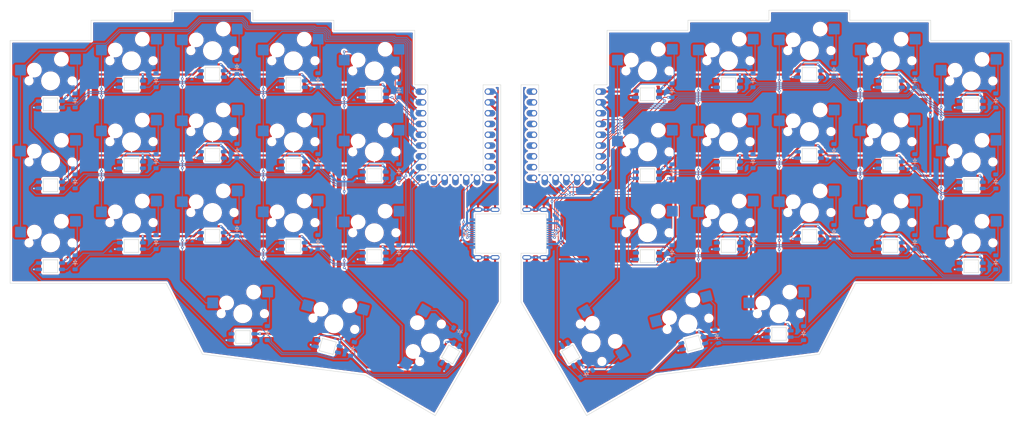
<source format=kicad_pcb>
(kicad_pcb (version 20241229) (generator "pcbnew") (generator_version "9.0")
  (title_block (title "Split Keyboard") (date "2025-03-27") (rev "1"))
  (layers (0 "F.Cu" signal) (2 "B.Cu" signal) (13 "F.Paste" user) (15 "B.Paste" user) (5 "F.SilkS" user "F.Silkscreen") (7 "B.SilkS" user "B.Silkscreen") (1 "F.Mask" user) (3 "B.Mask" user) (25 "Edge.Cuts" user))
  (net 0 "")
  (net 1 "+5V")
  (net 2 "GND")
  (net 5 "/Row 0")
  (net 6 "Net-(D1-A)")
  (net 7 "Net-(D2-A)")
  (net 8 "Net-(D3-A)")
  (net 9 "Net-(D4-A)")
  (net 10 "Net-(D5-A)")
  (net 11 "Net-(D6-A)")
  (net 12 "/Row 1")
  (net 13 "Net-(D7-A)")
  (net 14 "Net-(D8-A)")
  (net 15 "Net-(D9-A)")
  (net 16 "Net-(D10-A)")
  (net 17 "Net-(D11-A)")
  (net 18 "/Row 2")
  (net 19 "Net-(D12-A)")
  (net 20 "Net-(D13-A)")
  (net 21 "Net-(D14-A)")
  (net 22 "Net-(D15-A)")
  (net 23 "/Column 0")
  (net 24 "/Column 1")
  (net 25 "/Column 2")
  (net 26 "/Column 3")
  (net 27 "/Column 4")
  (net 30 "/Row 3")
  (net 31 "Net-(D18-A)")
  (net 32 "Net-(D16-A)")
  (net 33 "Net-(D17-A)")
  (net 34 "Net-(D27-DOUT)")
  (net 35 "Net-(D28-DOUT)")
  (net 36 "Net-(D29-DOUT)")
  (net 37 "Net-(D30-DOUT)")
  (net 38 "Net-(D31-DOUT)")
  (net 39 "Net-(D39-DOUT)")
  (net 41 "Net-(D32-DOUT)")
  (net 42 "Net-(D33-DOUT)")
  (net 43 "Net-(D34-DOUT)")
  (net 44 "Net-(D35-DOUT)")
  (net 45 "Net-(D36-DOUT)")
  (net 46 "Net-(D37-DOUT)")
  (net 47 "Net-(D38-DOUT)")
  (net 48 "Net-(D40-DOUT)")
  (net 58 "/Row 0R")
  (net 59 "/Row 1R")
  (net 60 "/Row 2R")
  (net 61 "/LED Left")
  (net 62 "GNDR")
  (net 63 "/LED Right")
  (net 64 "Net-(D42-DOUT)")
  (net 65 "+5VR")
  (net 66 "Net-(D43-DIN)")
  (net 67 "Net-(D43-DOUT)")
  (net 68 "Net-(D44-DOUT)")
  (net 69 "Net-(D45-DOUT)")
  (net 70 "/Row 3R")
  (net 71 "Net-(D55-DOUT)")
  (net 72 "Net-(D56-DOUT)")
  (net 73 "Net-(D61-DOUT)")
  (net 74 "Net-(D62-DOUT)")
  (net 75 "Net-(D63-DOUT)")
  (net 76 "Net-(D64-DOUT)")
  (net 77 "Net-(D65-DOUT)")
  (net 78 "Net-(D66-DOUT)")
  (net 79 "Net-(D67-DOUT)")
  (net 80 "Net-(D68-DOUT)")
  (net 81 "Net-(D69-DOUT)")
  (net 82 "Net-(D70-DOUT)")
  (net 84 "/Left{slash}TX")
  (net 85 "/Left{slash}RX")
  (net 86 "/Right{slash}RX")
  (net 88 "/Right{slash}TX")
  (net 92 "/Column 0R")
  (net 93 "/Column 1R")
  (net 94 "/Column 2R")
  (net 95 "/Column 3R")
  (net 96 "/Column 4R")
  (net 106 "Net-(D1L1-DOUT)")
  (net 107 "Net-(D1R1-A)")
  (net 108 "Net-(D2L1-DOUT)")
  (net 109 "Net-(D2R1-A)")
  (net 110 "Net-(D27-DIN)")
  (net 111 "Net-(D3R1-A)")
  (net 112 "Net-(D4R1-A)")
  (net 113 "Net-(D5R1-A)")
  (net 114 "Net-(D6R1-A)")
  (net 115 "Net-(D7R1-A)")
  (net 116 "Net-(D8R1-A)")
  (net 117 "Net-(D9R1-A)")
  (net 118 "Net-(D10R1-A)")
  (net 119 "Net-(D11R1-A)")
  (net 120 "Net-(D12R1-A)")
  (net 121 "Net-(D13R1-A)")
  (net 122 "Net-(D14R1-A)")
  (net 123 "Net-(D15R1-A)")
  (net 124 "Net-(D16R1-A)")
  (net 125 "Net-(D17R1-A)")
  (net 126 "Net-(D18R1-A)")
  (footprint "ScottoKeebs_Components:LED_SK6812MINI" (layer "B.Cu") (at 198.884686 73.88335 180)
    (property "Reference" "D44" (hide yes))
    (property "Value" "SK6812MINI" (hide yes))
    (fp_line (start 1.7 1.5) (end -1.7 1.5) (stroke (width 0.12)) (layer "Edge.Cuts"))
    (fp_line (start 1.7 -1.5) (end 1.7 1.5) (stroke (width 0.12)) (layer "Edge.Cuts"))
    (fp_line (start -1.7 1.5) (end -1.7 -1.5) (stroke (width 0.12)) (layer "Edge.Cuts"))
    (fp_line (start -1.7 -1.5) (end 1.7 -1.5) (stroke (width 0.12)) (layer "Edge.Cuts"))
  )
  (footprint "ScottoKeebs_Components:LED_SK6812MINI" (layer "B.Cu") (at 198.884686 111.98335 180)
    (property "Reference" "D56" (hide yes))
    (property "Value" "SK6812MINI" (hide yes))
    (fp_line (start 1.7 1.5) (end -1.7 1.5) (stroke (width 0.12)) (layer "Edge.Cuts"))
    (fp_line (start 1.7 -1.5) (end 1.7 1.5) (stroke (width 0.12)) (layer "Edge.Cuts"))
    (fp_line (start -1.7 1.5) (end -1.7 -1.5) (stroke (width 0.12)) (layer "Edge.Cuts"))
    (fp_line (start -1.7 -1.5) (end 1.7 -1.5) (stroke (width 0.12)) (layer "Edge.Cuts"))
  )
  (footprint "MX_Hotswap:MX-Hotswap-1U" (layer "B.Cu") (at 256.034686 111.2396 180)
    (property "Reference" "SW15R1")
    (property "Value" "SW_Push_45deg")
  )
  (footprint "MX_Hotswap:MX-Hotswap-1U" (layer "B.Cu") (at 39.33485 73.108378 180)
    (property "Reference" "SW1")
    (property "Value" "SW_Push_45deg")
  )
  (footprint "ScottoKeebs_Components:LED_SK6812MINI" (layer "B.Cu") (at 104.55985 135.602128 165)
    (property "Reference" "D40" (hide yes))
    (property "Value" "SK6812MINI" (hide yes))
    (fp_line (start 1.7 -1.5) (end 1.7 1.5) (stroke (width 0.12)) (layer "Edge.Cuts"))
    (fp_line (start 1.7 1.5) (end -1.7 1.5) (stroke (width 0.12)) (layer "Edge.Cuts"))
    (fp_line (start -1.7 -1.5) (end 1.7 -1.5) (stroke (width 0.12)) (layer "Edge.Cuts"))
    (fp_line (start -1.7 1.5) (end -1.7 -1.5) (stroke (width 0.12)) (layer "Edge.Cuts"))
  )
  (footprint "MX_Hotswap:MX-Hotswap-1U" (layer "B.Cu") (at 189.359686 130.2896 -165)
    (property "Reference" "SW17R1")
    (property "Value" "SW_Push_45deg")
  )
  (footprint "ScottoKeebs_Components:Diode_SOD-123" (layer "B.Cu") (at 64.15985 92.002128 90)
    (property "Reference" "D7" (hide yes))
    (property "Value" "D")
  )
  (footprint "MX_Hotswap:MX-Hotswap-1U" (layer "B.Cu") (at 39.33485 92.189628 180)
    (property "Reference" "SW6")
    (property "Value" "SW_Push_45deg")
  )
  (footprint "ScottoKeebs_Components:LED_SK6812MINI" (layer "B.Cu") (at 77.40985 109.589628 180)
    (property "Reference" "D36" (hide yes))
    (property "Value" "SK6812MINI" (hide yes))
    (fp_line (start 1.7 1.5) (end -1.7 1.5) (stroke (width 0.12)) (layer "Edge.Cuts"))
    (fp_line (start 1.7 -1.5) (end 1.7 1.5) (stroke (width 0.12)) (layer "Edge.Cuts"))
    (fp_line (start -1.7 1.5) (end -1.7 -1.5) (stroke (width 0.12)) (layer "Edge.Cuts"))
    (fp_line (start -1.7 -1.5) (end 1.7 -1.5) (stroke (width 0.12)) (layer "Edge.Cuts"))
  )
  (footprint "ScottoKeebs_Components:LED_SK6812MINI" (layer "B.Cu") (at 179.834686 76.2646 180)
    (property "Reference" "D42" (hide yes))
    (property "Value" "SK6812MINI" (hide yes))
    (fp_line (start 1.7 1.5) (end -1.7 1.5) (stroke (width 0.12)) (layer "Edge.Cuts"))
    (fp_line (start 1.7 -1.5) (end 1.7 1.5) (stroke (width 0.12)) (layer "Edge.Cuts"))
    (fp_line (start -1.7 1.5) (end -1.7 -1.5) (stroke (width 0.12)) (layer "Edge.Cuts"))
    (fp_line (start -1.7 -1.5) (end 1.7 -1.5) (stroke (width 0.12)) (layer "Edge.Cuts"))
  )
  (footprint "MX_Hotswap:MX-Hotswap-1U" (layer "B.Cu") (at 210.790936 127.90835 180)
    (property "Reference" "SW18R1")
    (property "Value" "SW_Push_45deg")
  )
  (footprint "MX_Hotswap:MX-Hotswap-1U" (layer "B.Cu") (at 198.884686 68.3771 180)
    (property "Reference" "SW2R1")
    (property "Value" "SW_Push_45deg")
  )
  (footprint "MX_Hotswap:MX-Hotswap-1U" (layer "B.Cu") (at 58.38485 87.427128 180)
    (property "Reference" "SW7")
    (property "Value" "SW_Push_45deg")
  )
  (footprint "MX_Hotswap:MX-Hotswap-1U" (layer "B.Cu") (at 115.53485 70.758328 180)
    (property "Reference" "SW5")
    (property "Value" "SW_Push_45deg")
  )
  (footprint "ScottoKeebs_Components:LED_SK6812MINI" (layer "B.Cu") (at 179.834686 95.3146 180)
    (property "Reference" "D43" (hide yes))
    (property "Value" "SK6812MINI" (hide yes))
    (fp_line (start 1.7 1.5) (end -1.7 1.5) (stroke (width 0.12)) (layer "Edge.Cuts"))
    (fp_line (start 1.7 -1.5) (end 1.7 1.5) (stroke (width 0.12)) (layer "Edge.Cuts"))
    (fp_line (start -1.7 1.5) (end -1.7 -1.5) (stroke (width 0.12)) (layer "Edge.Cuts"))
    (fp_line (start -1.7 -1.5) (end 1.7 -1.5) (stroke (width 0.12)) (layer "Edge.Cuts"))
  )
  (footprint "MX_Hotswap:MX-Hotswap-1U" (layer "B.Cu") (at 96.48485 87.427128 180)
    (property "Reference" "SW9")
    (property "Value" "SW_Push_45deg")
  )
  (footprint "ScottoKeebs_Components:LED_SK6812MINI" (layer "B.Cu") (at 179.834686 114.3646 180)
    (property "Reference" "D45" (hide yes))
    (property "Value" "SK6812MINI" (hide yes))
    (fp_line (start 1.7 1.5) (end -1.7 1.5) (stroke (width 0.12)) (layer "Edge.Cuts"))
    (fp_line (start 1.7 -1.5) (end 1.7 1.5) (stroke (width 0.12)) (layer "Edge.Cuts"))
    (fp_line (start -1.7 1.5) (end -1.7 -1.5) (stroke (width 0.12)) (layer "Edge.Cuts"))
    (fp_line (start -1.7 -1.5) (end 1.7 -1.5) (stroke (width 0.12)) (layer "Edge.Cuts"))
  )
  (footprint "ScottoKeebs_Components:LED_SK6812MINI" (layer "B.Cu") (at 210.790936 132.67085 180)
    (property "Reference" "D68" (hide yes))
    (property "Value" "SK6812MINI" (hide yes))
    (fp_line (start 1.7 1.5) (end -1.7 1.5) (stroke (width 0.12)) (layer "Edge.Cuts"))
    (fp_line (start 1.7 -1.5) (end 1.7 1.5) (stroke (width 0.12)) (layer "Edge.Cuts"))
    (fp_line (start -1.7 1.5) (end -1.7 -1.5) (stroke (width 0.12)) (layer "Edge.Cuts"))
    (fp_line (start -1.7 -1.5) (end 1.7 -1.5) (stroke (width 0.12)) (layer "Edge.Cuts"))
  )
  (footprint "MX_Hotswap:MX-Hotswap-1U" (layer "B.Cu") (at 256.034686 73.1396 180)
    (property "Reference" "SW5R1")
    (property "Value" "SW_Push_45deg")
  )
  (footprint "ScottoKeebs_Components:Diode_SOD-123" (layer "B.Cu") (at 121.30985 113.433328 90)
    (property "Reference" "D15" (hide yes))
    (property "Value" "D")
  )
  (footprint "MX_Hotswap:MX-Hotswap-1U" (layer "B.Cu") (at 236.984686 68.3771 180)
    (property "Reference" "SW4R1")
    (property "Value" "SW_Push_45deg")
  )
  (footprint "ScottoKeebs_Components:Diode_SOD-123" (layer "B.Cu") (at 64.15985 111.052128 90)
    (property "Reference" "D12" (hide yes))
    (property "Value" "D")
  )
  (footprint "MX_Hotswap:MX-Hotswap-1U" (layer "B.Cu") (at 96.48485 68.377128 180)
    (property "Reference" "SW4")
    (property "Value" "SW_Push_45deg")
  )
  (footprint "ScottoKeebs_Components:LED_SK6812MINI" (layer "B.Cu") (at 217.934686 109.6021 180)
    (property "Reference" "D62" (hide yes))
    (property "Value" "SK6812MINI" (hide yes))
    (fp_line (start 1.7 1.5) (end -1.7 1.5) (stroke (width 0.12)) (layer "Edge.Cuts"))
    (fp_line (start 1.7 -1.5) (end 1.7 1.5) (stroke (width 0.12)) (layer "Edge.Cuts"))
    (fp_line (start -1.7 1.5) (end -1.7 -1.5) (stroke (width 0.12)) (layer "Edge.Cuts"))
    (fp_line (start -1.7 -1.5) (end 1.7 -1.5) (stroke (width 0.12)) (layer "Edge.Cuts"))
  )
  (footprint "MX_Hotswap:MX-Hotswap-1U" (layer "B.Cu") (at 217.934686 65.99585 180)
    (property "Reference" "SW3R1")
    (property "Value" "SW_Push_45deg")
  )
  (footprint "MX_Hotswap:MX-Hotswap-1U" (layer "B.Cu") (at 77.43485 65.995828 180)
    (property "Reference" "SW3")
    (property "Value" "SW_Push_45deg")
  )
  (footprint "MX_Hotswap:MX-Hotswap-1U" (layer "B.Cu") (at 198.884686 87.4271 180)
    (property "Reference" "SW7R1")
    (property "Value" "SW_Push_45deg")
  )
  (footprint "ScottoKeebs_Components:LED_SK6812MINI" (layer "B.Cu") (at 115.50985 114.352128 180)
    (property "Reference" "D34" (hide yes))
    (property "Value" "SK6812MINI" (hide yes))
    (fp_line (start 1.7 1.5) (end -1.7 1.5) (stroke (width 0.12)) (layer "Edge.Cuts"))
    (fp_line (start 1.7 -1.5) (end 1.7 1.5) (stroke (width 0.12)) (layer "Edge.Cuts"))
    (fp_line (start -1.7 1.5) (end -1.7 -1.5) (stroke (width 0.12)) (layer "Edge.Cuts"))
    (fp_line (start -1.7 -1.5) (end 1.7 -1.5) (stroke (width 0.12)) (layer "Edge.Cuts"))
  )
  (footprint "ScottoKeebs_Components:Diode_SOD-123" (layer "B.Cu") (at 83.20985 69.820828 90)
    (property "Reference" "D3" (hide yes))
    (property "Value" "D")
  )
  (footprint "ScottoKeebs_Components:Diode_SOD-123" (layer "B.Cu") (at 45.10985 96.764628 90)
    (property "Reference" "D6" (hide yes))
    (property "Value" "D")
  )
  (footprint "ScottoKeebs_Components:LED_SK6812MINI" (layer "B.Cu") (at 96.45985 111.970828 180)
    (property "Reference" "D35" (hide yes))
    (property "Value" "SK6812MINI" (hide yes))
    (fp_line (start 1.7 1.5) (end -1.7 1.5) (stroke (width 0.12)) (layer "Edge.Cuts"))
    (fp_line (start 1.7 -1.5) (end 1.7 1.5) (stroke (width 0.12)) (layer "Edge.Cuts"))
    (fp_line (start -1.7 1.5) (end -1.7 -1.5) (stroke (width 0.12)) (layer "Edge.Cuts"))
    (fp_line (start -1.7 -1.5) (end 1.7 -1.5) (stroke (width 0.12)) (layer "Edge.Cuts"))
  )
  (footprint "ScottoKeebs_Components:LED_SK6812MINI" (layer "B.Cu") (at 39.30985 78.633328 180)
    (property "Reference" "D28" (hide yes))
    (property "Value" "SK6812MINI" (hide yes))
    (fp_line (start 1.7 1.5) (end -1.7 1.5) (stroke (width 0.12)) (layer "Edge.Cuts"))
    (fp_line (start 1.7 -1.5) (end 1.7 1.5) (stroke (width 0.12)) (layer "Edge.Cuts"))
    (fp_line (start -1.7 1.5) (end -1.7 -1.5) (stroke (width 0.12)) (layer "Edge.Cuts"))
    (fp_line (start -1.7 -1.5) (end 1.7 -1.5) (stroke (width 0.12)) (layer "Edge.Cuts"))
  )
  (footprint "ScottoKeebs_Components:LED_SK6812MINI" (layer "B.Cu") (at 115.50985 95.302128 180)
    (property "Reference" "D33" (hide yes))
    (property "Value" "SK6812MINI" (hide yes))
    (fp_line (start 1.7 1.5) (end -1.7 1.5) (stroke (width 0.12)) (layer "Edge.Cuts"))
    (fp_line (start 1.7 -1.5) (end 1.7 1.5) (stroke (width 0.12)) (layer "Edge.Cuts"))
    (fp_line (start -1.7 1.5) (end -1.7 -1.5) (stroke (width 0.12)) (layer "Edge.Cuts"))
    (fp_line (start -1.7 -1.5) (end 1.7 -1.5) (stroke (width 0.12)) (layer "Edge.Cuts"))
  )
  (footprint "ScottoKeebs_Components:Diode_SOD-123" (layer "B.Cu") (at 90.35355 132.483328 90)
    (property "Reference" "D16" (hide yes))
    (property "Value" "D")
  )
  (footprint "ScottoKeebs_Components:LED_SK6812MINI" (layer "B.Cu") (at 198.884686 92.93335 180)
    (property "Reference" "D71" (hide yes))
    (property "Value" "SK6812MINI" (hide yes))
    (fp_line (start 1.7 1.5) (end -1.7 1.5) (stroke (width 0.12)) (layer "Edge.Cuts"))
    (fp_line (start 1.7 -1.5) (end 1.7 1.5) (stroke (width 0.12)) (layer "Edge.Cuts"))
    (fp_line (start -1.7 1.5) (end -1.7 -1.5) (stroke (width 0.12)) (layer "Edge.Cuts"))
    (fp_line (start -1.7 -1.5) (end 1.7 -1.5) (stroke (width 0.12)) (layer "Edge.Cuts"))
  )
  (footprint "ScottoKeebs_Components:Diode_SOD-123" (layer "B.Cu") (at 102.25985 111.052128 90)
    (property "Reference" "D14" (hide yes))
    (property "Value" "D")
  )
  (footprint "ScottoKeebs_Components:Diode_SOD-123" (layer "B.Cu") (at 64.15985 72.952128 90)
    (property "Reference" "D2" (hide yes))
    (property "Value" "D")
  )
  (footprint "ScottoKeebs_Components:LED_SK6812MINI" (layer "B.Cu") (at 236.984686 111.98335 180)
    (property "Reference" "D64" (hide yes))
    (property "Value" "SK6812MINI" (hide yes))
    (fp_line (start 1.7 1.5) (end -1.7 1.5) (stroke (width 0.12)) (layer "Edge.Cuts"))
    (fp_line (start 1.7 -1.5) (end 1.7 1.5) (stroke (width 0.12)) (layer "Edge.Cuts"))
    (fp_line (start -1.7 1.5) (end -1.7 -1.5) (stroke (width 0.12)) (layer "Edge.Cuts"))
    (fp_line (start -1.7 -1.5) (end 1.7 -1.5) (stroke (width 0.12)) (layer "Edge.Cuts"))
  )
  (footprint "ScottoKeebs_Components:Diode_SOD-123" (layer "B.Cu") (at 242.759686 111.0621 90)
    (property "Reference" "D14R1" (hide yes))
    (property "Value" "D")
  )
  (footprint "ScottoKeebs_Components:Diode_SOD-123" (layer "B.Cu") (at 223.709686 70.58085 90)
    (property "Reference" "D3R1" (hide yes))
    (property "Value" "D")
  )
  (footprint "ScottoKeebs_Components:Diode_SOD-123" (layer "B.Cu") (at 223.709686 108.68085 90)
    (property "Reference" "D13R1" (hide yes))
    (property "Value" "D")
  )
  (footprint "ScottoKeebs_Components:LED_SK6812MINI" (layer "B.Cu") (at 96.45985 73.870828 180)
    (property "Reference" "D2L1" (hide yes))
    (property "Value" "SK6812MINI" (hide yes))
    (fp_line (start 1.7 1.5) (end -1.7 1.5) (stroke (width 0.12)) (layer "Edge.Cuts"))
    (fp_line (start 1.7 -1.5) (end 1.7 1.5) (stroke (width 0.12)) (layer "Edge.Cuts"))
    (fp_line (start -1.7 1.5) (end -1.7 -1.5) (stroke (width 0.12)) (layer "Edge.Cuts"))
    (fp_line (start -1.7 -1.5) (end 1.7 -1.5) (stroke (width 0.12)) (layer "Edge.Cuts"))
  )
  (footprint "ScottoKeebs_Components:Diode_SOD-123" (layer "B.Cu") (at 45.10985 77.714628 90)
    (property "Reference" "D1" (hide yes))
    (property "Value" "D")
  )
  (footprint "ScottoKeebs_Components:Diode_SOD-123" (layer "B.Cu") (at 135.61615 132.055128 150)
    (property "Reference" "D18" (hide yes))
    (property "Value" "D")
  )
  (footprint "MX_Hotswap:MX-Hotswap-1U" (layer "B.Cu") (at 39.33485 111.239628 180)
    (property "Reference" "SW11")
    (property "Value" "SW_Push_45deg")
  )
  (footprint "MX_Hotswap:MX-Hotswap-1U" (layer "B.Cu") (at 84.57855 127.908328 180)
    (property "Reference" "SW16")
    (property "Value" "SW_Push_45deg")
  )
  (footprint "ScottoKeebs_Components:Diode_SOD-123" (layer "B.Cu") (at 204.659686 111.0621 90)
    (property "Reference" "D12R1" (hide yes))
    (property "Value" "D")
  )
  (footprint "ScottoKeebs_Components:Diode_SOD-123" (layer "B.Cu") (at 185.609686 113.44335 90)
    (property "Reference" "D11R1" (hide yes))
    (property "Value" "D")
  )
  (footprint "ScottoKeebs_Components:Diode_SOD-123" (layer "B.Cu") (at 185.609686 75.34335 90)
    (property "Reference" "D1R1" (hide yes))
    (property "Value" "D")
  )
  (footprint "ScottoKeebs_Components:Diode_SOD-123" (layer "B.Cu") (at 242.759686 72.9621 90)
    (property "Reference" "D4R1" (hide yes))
    (property "Value" "D")
  )
  (footprint "MX_Hotswap:MX-Hotswap-1U" (layer "B.Cu") (at 58.38485 106.477128 180)
    (property "Reference" "SW12")
    (property "Value" "SW_Push_45deg")
  )
  (footprint "ScottoKeebs_Components:LED_SK6812MINI" (layer "B.Cu") (at 217.934686 90.5521 180)
    (property "Reference" "D69" (hide yes))
    (property "Value" "SK6812MINI" (hide yes))
    (fp_line (start 1.7 1.5) (end -1.7 1.5) (stroke (width 0.12)) (layer "Edge.Cuts"))
    (fp_line (start 1.7 -1.5) (end 1.7 1.5) (stroke (width 0.12)) (layer "Edge.Cuts"))
    (fp_line (start -1.7 1.5) (end -1.7 -1.5) (stroke (width 0.12)) (layer "Edge.Cuts"))
    (fp_line (start -1.7 -1.5) (end 1.7 -1.5) (stroke (width 0.12)) (layer "Edge.Cuts"))
  )
  (footprint "ScottoKeebs_Components:LED_SK6812MINI" (layer "B.Cu") (at 217.934686 71.5021 180)
    (property "Reference" "D55" (hide yes))
    (property "Value" "SK6812MINI" (hide yes))
    (fp_line (start 1.7 1.5) (end -1.7 1.5) (stroke (width 0.12)) (layer "Edge.Cuts"))
    (fp_line (start 1.7 -1.5) (end 1.7 1.5) (stroke (width 0.12)) (layer "Edge.Cuts"))
    (fp_line (start -1.7 1.5) (end -1.7 -1.5) (stroke (width 0.12)) (layer "Edge.Cuts"))
    (fp_line (start -1.7 -1.5) (end 1.7 -1.5) (stroke (width 0.12)) (layer "Edge.Cuts"))
  )
  (footprint "MX_Hotswap:MX-Hotswap-1U" (layer "B.Cu") (at 198.884686 106.4771 180)
    (property "Reference" "SW12R1")
    (property "Value" "SW_Push_45deg")
  )
  (footprint "ScottoKeebs_Components:Diode_SOD-123" (layer "B.Cu") (at 204.659686 72.9621 90)
    (property "Reference" "D2R1" (hide yes))
    (property "Value" "D")
  )
  (footprint "ScottoKeebs_Components:LED_SK6812MINI" (layer "B.Cu") (at 84.60985 133.402128 180)
    (property "Reference" "D39" (hide yes))
    (property "Value" "SK6812MINI" (hide yes))
    (fp_line (start 1.7 1.5) (end -1.7 1.5) (stroke (width 0.12)) (layer "Edge.Cuts"))
    (fp_line (start 1.7 -1.5) (end 1.7 1.5) (stroke (width 0.12)) (layer "Edge.Cuts"))
    (fp_line (start -1.7 1.5) (end -1.7 -1.5) (stroke (width 0.12)) (layer "Edge.Cuts"))
    (fp_line (start -1.7 -1.5) (end 1.7 -1.5) (stroke (width 0.12)) (layer "Edge.Cuts"))
  )
  (footprint "ScottoKeebs_Components:LED_SK6812MINI" (layer "B.Cu") (at 256.034686 97.69585 180)
    (property "Reference" "D65" (hide yes))
    (property "Value" "SK6812MINI" (hide yes))
    (fp_line (start 1.7 1.5) (end -1.7 1.5) (stroke (width 0.12)) (layer "Edge.Cuts"))
    (fp_line (start 1.7 -1.5) (end 1.7 1.5) (stroke (width 0.12)) (layer "Edge.Cuts"))
    (fp_line (start -1.7 1.5) (end -1.7 -1.5) (stroke (width 0.12)) (layer "Edge.Cuts"))
    (fp_line (start -1.7 -1.5) (end 1.7 -1.5) (stroke (width 0.12)) (layer "Edge.Cuts"))
  )
  (footprint "MX_Hotswap:MX-Hotswap-1U" (layer "B.Cu") (at 58.38485 68.377128 180)
    (property "Reference" "SW2")
    (property "Value" "SW_Push_45deg")
  )
  (footprint "ScottoKeebs_Components:Diode_SOD-123" (layer "B.Cu") (at 110.40395 136.203428 75)
    (property "Reference" "D17" (hide yes))
    (property "Value" "D")
  )
  (footprint "ScottoKeebs_Components:Diode_SOD-123" (layer "B.Cu") (at 102.25985 92.002128 90)
    (property "Reference" "D9" (hide yes))
    (property "Value" "D")
  )
  (footprint "kbd:TYPE-C-31-M-13C" (layer "B.Cu") (at 143.95105 109.045828 -90)
    (property "Reference" "J2")
    (property "Value" "USB-C Left")
  )
  (footprint "ScottoKeebs_Components:Diode_SOD-123" (layer "B.Cu") (at 45.10985 115.814628 90)
    (property "Reference" "D11" (hide yes))
    (property "Value" "D")
  )
  (footprint "MX_Hotswap:MX-Hotswap-1.5U" (layer "B.Cu") (at 128.76665 134.768928 -120)
    (property "Reference" "SW18")
    (property "Value" "SW_Push_45deg")
  )
  (footprint "ScottoKeebs_Components:Diode_SOD-123" (layer "B.Cu") (at 196.129686 133.22335 105)
    (property "Reference" "D17R1" (hide yes))
    (property "Value" "D")
  )
  (footprint "kbd:TYPE-C-31-M-13C" (layer "B.Cu") (at 151.418514 109.045855 90)
    (property "Reference" "J3")
    (property "Value" "USB-C Right")
  )
  (footprint "ScottoKeebs_Components:Diode_SOD-123" (layer "B.Cu") (at 83.209832 89.6146 90)
    (property "Reference" "D8" (hide yes))
    (property "Value" "D")
  )
  (footprint "MX_Hotswap:MX-Hotswap-1U" (layer "B.Cu") (at 179.834686 108.85835 180)
    (property "Reference" "SW11R1")
    (property "Value" "SW_Push_45deg")
  )
  (footprint "ScottoKeebs_Components:LED_SK6812MINI" (layer "B.Cu") (at 39.30985 116.733328 180)
    (property "Reference" "D38" (hide yes))
    (property "Value" "SK6812MINI" (hide yes))
    (fp_line (start 1.7 1.5) (end -1.7 1.5) (stroke (width 0.12)) (layer "Edge.Cuts"))
    (fp_line (start 1.7 -1.5) (end 1.7 1.5) (stroke (width 0.12)) (layer "Edge.Cuts"))
    (fp_line (start -1.7 1.5) (end -1.7 -1.5) (stroke (width 0.12)) (layer "Edge.Cuts"))
    (fp_line (start -1.7 -1.5) (end 1.7 -1.5) (stroke (width 0.12)) (layer "Edge.Cuts"))
  )
  (footprint "ScottoKeebs_Components:LED_SK6812MINI" (layer "B.Cu") (at 96.45985 92.920828 180)
    (property "Reference" "D32" (hide yes))
    (property "Value" "SK6812MINI" (hide yes))
    (fp_line (start 1.7 1.5) (end -1.7 1.5) (stroke (width 0.12)) (layer "Edge.Cuts"))
    (fp_line (start 1.7 -1.5) (end 1.7 1.5) (stroke (width 0.12)) (layer "Edge.Cuts"))
    (fp_line (start -1.7 1.5) (end -1.7 -1.5) (stroke (width 0.12)) (layer "Edge.Cuts"))
    (fp_line (start -1.7 -1.5) (end 1.7 -1.5) (stroke (width 0.12)) (layer "Edge.Cuts"))
  )
  (footprint "MX_Hotswap:MX-Hotswap-1U" (layer "B.Cu") (at 106.00985 130.289628 165)
    (property "Reference" "SW17")
    (property "Value" "SW_Push_45deg")
  )
  (footprint "MX_Hotswap:MX-Hotswap-1U" (layer "B.Cu") (at 179.834686 70.75835 180)
    (property "Reference" "SW1R1")
    (property "Value" "SW_Push_45deg")
  )
  (footprint "ScottoKeebs_Components:LED_SK6812MINI" (layer "B.Cu") (at 236.984686 73.88335 180)
    (property "Reference" "D61" (hide yes))
    (property "Value" "SK6812MINI" (hide yes))
    (fp_line (start 1.7 1.5) (end -1.7 1.5) (stroke (width 0.12)) (layer "Edge.Cuts"))
    (fp_line (start 1.7 -1.5) (end 1.7 1.5) (stroke (width 0.12)) (layer "Edge.Cuts"))
    (fp_line (start -1.7 1.5) (end -1.7 -1.5) (stroke (width 0.12)) (layer "Edge.Cuts"))
    (fp_line (start -1.7 -1.5) (end 1.7 -1.5) (stroke (width 0.12)) (layer "Edge.Cuts"))
  )
  (footprint "ScottoKeebs_Components:Diode_SOD-123" (layer "B.Cu") (at 185.609686 94.39335 90)
    (property "Reference" "D6R1" (hide yes))
    (property "Value" "D")
  )
  (footprint "ScottoKeebs_Components:LED_SK6812MINI" (layer "B.Cu") (at 77.40985 90.539628 180)
    (property "Reference" "D31" (hide yes))
    (property "Value" "SK6812MINI" (hide yes))
    (fp_line (start 1.7 1.5) (end -1.7 1.5) (stroke (width 0.12)) (layer "Edge.Cuts"))
    (fp_line (start 1.7 -1.5) (end 1.7 1.5) (stroke (width 0.12)) (layer "Edge.Cuts"))
    (fp_line (start -1.7 1.5) (end -1.7 -1.5) (stroke (width 0.12)) (layer "Edge.Cuts"))
    (fp_line (start -1.7 -1.5) (end 1.7 -1.5) (stroke (width 0.12)) (layer "Edge.Cuts"))
  )
  (footprint "ScottoKeebs_Components:LED_SK6812MINI" (layer "B.Cu") (at 58.35985 111.970828 180)
    (property "Reference" "D37" (hide yes))
    (property "Value" "SK6812MINI" (hide yes))
    (fp_line (start 1.7 1.5) (end -1.7 1.5) (stroke (width 0.12)) (layer "Edge.Cuts"))
    (fp_line (start 1.7 -1.5) (end 1.7 1.5) (stroke (width 0.12)) (layer "Edge.Cuts"))
    (fp_line (start -1.7 1.5) (end -1.7 -1.5) (stroke (width 0.12)) (layer "Edge.Cuts"))
    (fp_line (start -1.7 -1.5) (end 1.7 -1.5) (stroke (width 0.12)) (layer "Edge.Cuts"))
  )
  (footprint "MX_Hotswap:MX-Hotswap-1U" (layer "B.Cu") (at 115.53485 89.808328 180)
    (property "Reference" "SW10")
    (property "Value" "SW_Push_45deg")
  )
  (footprint "ScottoKeebs_Components:Diode_SOD-123" (layer "B.Cu") (at 165.489686 142.04335 30)
    (property "Reference" "D16R1" (hide yes))
    (property "Value" "D")
  )
  (footprint "ScottoKeebs_Components:Diode_SOD-123" (layer "B.Cu") (at 102.25985 72.952128 90)
    (property "Reference" "D4" (hide yes))
    (property "Value" "D")
  )
  (footprint "MX_Hotswap:MX-Hotswap-1U" (layer "B.Cu") (at 115.53485 108.858328 180)
    (property "Reference" "SW15")
    (property "Value" "SW_Push_45deg")
  )
  (footprint "ScottoKeebs_MCU:RP2040_Zero" (layer "B.Cu") (at 134.63425 85.795828 180)
    (property "Reference" "U1" (hide yes))
    (property "Value" "RP2040_Zero" (hide yes))
  )
  (footprint "ScottoKeebs_Components:Diode_SOD-123" (layer "B.Cu") (at 204.659686 92.0121 90)
    (property "Reference" "D7R1" (hide yes))
    (property "Value" "D")
  )
  (footprint "ScottoKeebs_Components:LED_SK6812MINI" (layer "B.Cu") (at 256.034686 116.74585 180)
    (property "Reference" "D66" (hide yes))
    (property "Value" "SK6812MINI" (hide yes))
    (fp_line (start 1.7 1.5) (end -1.7 1.5) (stroke (width 0.12)) (layer "Edge.Cuts"))
    (fp_line (start 1.7 -1.5) (end 1.7 1.5) (stroke (width 0.12)) (layer "Edge.Cuts"))
    (fp_line (start -1.7 1.5) (end -1.7 -1.5) (stroke (width 0.12)) (layer "Edge.Cuts"))
    (fp_line (start -1.7 -1.5) (end 1.7 -1.5) (stroke (width 0.12)) (layer "Edge.Cuts"))
  )
  (footprint "ScottoKeebs_Components:Diode_SOD-123" (layer "B.Cu") (at 261.809686 115.8246 90)
    (property "Reference" "D15R1" (hide yes))
    (property "Value" "D")
  )
  (footprint "MX_Hotswap:MX-Hotswap-1U" (layer "B.Cu") (at 77.43485 104.095828 180)
    (property "Reference" "SW13")
    (property "Value" "SW_Push_45deg")
  )
  (footprint "ScottoKeebs_Components:Diode_SOD-123" (layer "B.Cu") (at 223.709686 89.63085 90)
    (property "Reference" "D8R1" (hide yes))
    (property "Value" "D")
  )
  (footprint "ScottoKeebs_Components:Diode_SOD-123" (layer "B.Cu") (at 216.565934 132.493353 90)
    (property "Reference" "D18R1" (hide yes))
    (property "Value" "D")
  )
  (footprint "MX_Hotswap:MX-Hotswap-1U" (layer "B.Cu") (at 236.984686 106.4771 180)
    (property "Reference" "SW14R1")
    (property "Value" "SW_Push_45deg")
  )
  (footprint "MX_Hotswap:MX-Hotswap-1U" (layer "B.Cu") (at 236.984686 87.4271 180)
    (property "Reference" "SW9R1")
    (property "Value" "SW_Push_45deg")
  )
  (footprint "ScottoKeebs_Components:LED_SK6812MINI" (layer "B.Cu") (at 115.50985 76.252128 180)
    (property "Reference" "D1L1" (hide yes))
    (property "Value" "SK6812MINI" (hide yes))
    (fp_line (start 1.7 1.5) (end -1.7 1.5) (stroke (width 0.12)) (layer "Edge.Cuts"))
    (fp_line (start 1.7 -1.5) (end 1.7 1.5) (stroke (width 0.12)) (layer "Edge.Cuts"))
    (fp_line (start -1.7 1.5) (end -1.7 -1.5) (stroke (width 0.12)) (layer "Edge.Cuts"))
    (fp_line (start -1.7 -1.5) (end 1.7 -1.5) (stroke (width 0.12)) (layer "Edge.Cuts"))
  )
  (footprint "ScottoKeebs_Components:Diode_SOD-123" (layer "B.Cu") (at 242.759686 92.0121 90)
    (property "Reference" "D9R1" (hide yes))
    (property "Value" "D")
  )
  (footprint "ScottoKeebs_Components:LED_SK6812MINI" (layer "B.Cu") (at 77.40985 71.489628 180)
    (property "Reference" "D3L1" (hide yes))
    (property "Value" "SK6812MINI" (hide yes))
    (fp_line (start 1.7 1.5) (end -1.7 1.5) (stroke (width 0.12)) (layer "Edge.Cuts"))
    (fp_line (start 1.7 -1.5) (end 1.7 1.5) (stroke (width 0.12)) (layer "Edge.Cuts"))
    (fp_line (start -1.7 1.5) (end -1.7 -1.5) (stroke (width 0.12)) (layer "Edge.Cuts"))
    (fp_line (start -1.7 -1.5) (end 1.7 -1.5) (stroke (width 0.12)) (layer "Edge.Cuts"))
  )
  (footprint "MX_Hotswap:MX-Hotswap-1U" (layer "B.Cu") (at 256.034686 92.1896 180)
    (property "Reference" "SW10R1")
    (property "Value" "SW_Push_45deg")
  )
  (footprint "ScottoKeebs_Components:LED_SK6812MINI" (layer "B.Cu") (at 256.034686 78.64585 180)
    (property "Reference" "D63" (hide yes))
    (property "Value" "SK6812MINI" (hide yes))
    (fp_line (start 1.7 1.5) (end -1.7 1.5) (stroke (width 0.12)) (layer "Edge.Cuts"))
    (fp_line (start 1.7 -1.5) (end 1.7 1.5) (stroke (width 0.12)) (layer "Edge.Cuts"))
    (fp_line (start -1.7 1.5) (end -1.7 -1.5) (stroke (width 0.12)) (layer "Edge.Cuts"))
    (fp_line (start -1.7 -1.5) (end 1.7 -1.5) (stroke (width 0.12)) (layer "Edge.Cuts"))
  )
  (footprint "MX_Hotswap:MX-Hotswap-1U" (layer "B.Cu") (at 217.934686 104.09585 180)
    (property "Reference" "SW13R1")
    (property "Value" "SW_Push_45deg")
  )
  (footprint "MX_Hotswap:MX-Hotswap-1U" (layer "B.Cu") (at 77.43485 85.045828 180)
    (property "Reference" "SW8")
    (property "Value" "SW_Push_45deg")
  )
  (footprint "ScottoKeebs_Components:Diode_SOD-123" (layer "B.Cu") (at 121.30985 75.333328 90)
    (property "Reference" "D5" (hide yes))
    (property "Value" "D")
  )
  (footprint "ScottoKeebs_Components:LED_SK6812MINI" (layer "B.Cu") (at 58.35985 73.870828 180)
    (property "Reference" "D27" (hide yes))
    (property "Value" "SK6812MINI" (hide yes))
    (fp_line (start 1.7 1.5) (end -1.7 1.5) (stroke (width 0.12)) (layer "Edge.Cuts"))
    (fp_line (start 1.7 -1.5) (end 1.7 1.5) (stroke (width 0.12)) (layer "Edge.Cuts"))
    (fp_line (start -1.7 1.5) (end -1.7 -1.5) (stroke (width 0.12)) (layer "Edge.Cuts"))
    (fp_line (start -1.7 -1.5) (end 1.7 -1.5) (stroke (width 0.12)) (layer "Edge.Cuts"))
  )
  (footprint "ScottoKeebs_MCU:RP2040_Zero" (layer "B.Cu") (at 160.735009 85.79585 180)
    (property "Reference" "U2" (hide yes))
    (property "Value" "RP2040_Zero" (hide yes))
  )
  (footprint "ScottoKeebs_Components:LED_SK6812MINI" (layer "B.Cu") (at 39.30985 97.683328 180)
    (property "Reference" "D29" (hide yes))
    (property "Value" "SK6812MINI" (hide yes))
    (fp_line (start 1.7 1.5) (end -1.7 1.5) (stroke (width 0.12)) (layer "Edge.Cuts"))
    (fp_line (start 1.7 -1.5) (end 1.7 1.5) (stroke (width 0.12)) (layer "Edge.Cuts"))
    (fp_line (start -1.7 1.5) (end -1.7 -1.5) (stroke (width 0.12)) (layer "Edge.Cuts"))
    (fp_line (start -1.7 -1.5) (end 1.7 -1.5) (stroke (width 0.12)) (layer "Edge.Cuts"))
  )
  (footprint "ScottoKeebs_Components:Diode_SOD-123" (layer "B.Cu") (at 261.809686 96.7746 90)
    (property "Reference" "D10R1" (hide yes))
    (property "Value" "D")
  )
  (footprint "ScottoKeebs_Components:Diode_SOD-123" (layer "B.Cu") (at 83.20985 107.920828 90)
    (property "Reference" "D13" (hide yes))
    (property "Value" "D")
  )
  (footprint "ScottoKeebs_Components:Diode_SOD-123" (layer "B.Cu") (at 261.809686 77.7246 90)
    (property "Reference" "D5R1" (hide yes))
    (property "Value" "D")
  )
  (footprint "ScottoKeebs_Components:LED_SK6812MINI" (layer "B.Cu") (at 58.35985 92.920828 180)
    (property "Reference" "D30" (hide yes))
    (property "Value" "SK6812MINI" (hide yes))
    (fp_line (start 1.7 1.5) (end -1.7 1.5) (stroke (width 0.12)) (layer "Edge.Cuts"))
    (fp_line (start 1.7 -1.5) (end 1.7 1.5) (stroke (width 0.12)) (layer "Edge.Cuts"))
    (fp_line (start -1.7 1.5) (end -1.7 -1.5) (stroke (width 0.12)) (layer "Edge.Cuts"))
    (fp_line (start -1.7 -1.5) (end 1.7 -1.5) (stroke (width 0.12)) (layer "Edge.Cuts"))
  )
  (footprint "ScottoKeebs_Components:LED_SK6812MINI" (layer "B.Cu") (at 133.50985 137.502128 -120)
    (property "Reference" "D41" (hide yes))
    (property "Value" "SK6812MINI" (hide yes))
    (fp_line (start 1.7 1.5) (end -1.7 1.5) (stroke (width 0.12)) (layer "Edge.Cuts"))
    (fp_line (start -1.7 1.5) (end -1.7 -1.5) (stroke (width 0.12)) (layer "Edge.Cuts"))
    (fp_line (start 1.7 -1.5) (end 1.7 1.5) (stroke (width 0.12)) (layer "Edge.Cuts"))
    (fp_line (start -1.7 -1.5) (end 1.7 -1.5) (stroke (width 0.12)) (layer "Edge.Cuts"))
  )
  (footprint "MX_Hotswap:MX-Hotswap-1U" (layer "B.Cu") (at 217.934686 85.04585 180)
    (property "Reference" "SW8R1")
    (property "Value" "SW_Push_45deg")
  )
  (footprint "ScottoKeebs_Components:LED_SK6812MINI" (layer "B.Cu") (at 236.984686 92.93335 180)
    (property "Reference" "D67" (hide yes))
    (property "Value" "SK6812MINI" (hide yes))
    (fp_line (start 1.7 1.5) (end -1.7 1.5) (stroke (width 0.12)) (layer "Edge.Cuts"))
    (fp_line (start 1.7 -1.5) (end 1.7 1.5) (stroke (width 0.12)) (layer "Edge.Cuts"))
    (fp_line (start -1.7 1.5) (end -1.7 -1.5) (stroke (width 0.12)) (layer "Edge.Cuts"))
    (fp_line (start -1.7 -1.5) (end 1.7 -1.5) (stroke (width 0.12)) (layer "Edge.Cuts"))
  )
  (footprint "ScottoKeebs_Components:LED_SK6812MINI" (layer "B.Cu") (at 190.592311 134.889822 -165)
    (property "Reference" "D70" (hide yes))
    (property "Value" "SK6812MINI" (hide yes))
    (fp_line (start 1.7 1.5) (end -1.7 1.5) (stroke (width 0.12)) (layer "Edge.Cuts"))
    (fp_line (start 1.7 -1.5) (end 1.7 1.5) (stroke (width 0.12)) (layer "Edge.Cuts"))
    (fp_line (start -1.7 1.5) (end -1.7 -1.5) (stroke (width 0.12)) (layer "Edge.Cuts"))
    (fp_line (start -1.7 -1.5) (end 1.7 -1.5) (stroke (width 0.12)) (layer "Edge.Cuts"))
  )
  (footprint "MX_Hotswap:MX-Hotswap-1U" (layer "B.Cu") (at 179.834686 89.80835 180)
    (property "Reference" "SW6R1")
    (property "Value" "SW_Push_45deg")
  )
  (footprint "MX_Hotswap:MX-Hotswap-1.5U" (layer "B.Cu") (at 166.566009 134.74585 120)
    (property "Reference" "SW16R1")
    (property "Value" "SW_Push_45deg")
  )
  (footprint "ScottoKeebs_Components:LED_SK6812MINI" (layer "B.Cu") (at 161.786708 137.487862 120)
    (property "Reference" "D72" (hide yes))
    (property "Value" "SK6812MINI" (hide yes))
    (fp_line (start 1.7 -1.5) (end 1.7 1.5) (stroke (width 0.12)) (layer "Edge.Cuts"))
    (fp_line (start -1.7 -1.5) (end 1.7 -1.5) (stroke (width 0.12)) (layer "Edge.Cuts"))
    (fp_line (start 1.7 1.5) (end -1.7 1.5) (stroke (width 0.12)) (layer "Edge.Cuts"))
    (fp_line (start -1.7 1.5) (end -1.7 -1.5) (stroke (width 0.12)) (layer "Edge.Cuts"))
  )
  (footprint "ScottoKeebs_Components:Diode_SOD-123" (layer "B.Cu") (at 121.30985 94.383328 90)
    (property "Reference" "D10" (hide yes))
    (property "Value" "D")
  )
  (footprint "MX_Hotswap:MX-Hotswap-1U" (layer "B.Cu") (at 96.48485 106.477128 180)
    (property "Reference" "SW14")
    (property "Value" "SW_Push_45deg")
  )
  (gr_line (start 29.809832 63.6146) (end 29.809832 120.7646) (stroke (width 0.1)) (layer "Edge.Cuts"))
  (gr_line (start 189.359686 61.23335) (end 170.309686 61.23335) (stroke (width 0.1)) (layer "Edge.Cuts"))
  (gr_line (start 86.959832 56.47085) (end 86.959832 58.8521) (stroke (width 0.1)) (layer "Edge.Cuts"))
  (gr_line (start 113.373978 142.379807) (end 129.871762 151.904807) (stroke (width 0.1)) (layer "Edge.Cuts"))
  (gr_line (start 154.235256 74.04585) (end 150.066009 74.04585) (stroke (width 0.1)) (layer "Edge.Cuts"))
  (gr_line (start 227.459686 56.47085) (end 208.409686 56.47085) (stroke (width 0.1)) (layer "Edge.Cuts"))
  (gr_line (start 154.235256 94.54585) (end 167.235256 94.54585) (stroke (width 0.1)) (layer "Edge.Cuts"))
  (gr_line (start 48.859832 63.6146) (end 48.859832 58.8521) (stroke (width 0.1)) (layer "Edge.Cuts"))
  (gr_line (start 128.134262 74.04585) (end 125.059832 74.04585) (stroke (width 0.1)) (layer "Edge.Cuts"))
  (gr_line (start 246.559686 120.7646) (end 228.815936 120.7646) (stroke (width 0.1)) (layer "Edge.Cuts"))
  (gr_line (start 144.159262 127.158131) (end 129.871762 151.904807) (stroke (width 0.1)) (layer "Edge.Cuts"))
  (gr_line (start 106.009832 58.8521) (end 106.009832 61.23335) (stroke (width 0.1)) (layer "Edge.Cuts"))
  (gr_line (start 144.159262 127.158131) (end 145.303506 125.176242) (stroke (width 0.1)) (layer "Edge.Cuts"))
  (gr_line (start 265.559686 120.7646) (end 246.559686 120.7646) (stroke (width 0.1)) (layer "Edge.Cuts"))
  (gr_line (start 48.809832 120.7646) (end 66.553582 120.7646) (stroke (width 0.1)) (layer "Edge.Cuts"))
  (gr_line (start 167.235256 74.04585) (end 170.309686 74.04585) (stroke (width 0.1)) (layer "Edge.Cuts"))
  (gr_line (start 141.134262 94.54585) (end 128.134262 94.54585) (stroke (width 0.1)) (layer "Edge.Cuts"))
  (gr_line (start 67.909832 58.8521) (end 67.909832 56.47085) (stroke (width 0.1)) (layer "Edge.Cuts"))
  (gr_line (start 29.809832 120.7646) (end 48.809832 120.7646) (stroke (width 0.1)) (layer "Edge.Cuts"))
  (gr_line (start 145.303509 104.425853) (end 139.361003 104.425853) (stroke (width 0.1)) (layer "Edge.Cuts"))
  (gr_line (start 167.235256 94.54585) (end 167.235256 74.04585) (stroke (width 0.1)) (layer "Edge.Cuts"))
  (gr_line (start 265.559686 63.6146) (end 265.559686 120.7646) (stroke (width 0.1)) (layer "Edge.Cuts"))
  (gr_line (start 48.859832 58.8521) (end 67.909832 58.8521) (stroke (width 0.1)) (layer "Edge.Cuts"))
  (gr_line (start 150.066012 113.665852) (end 150.066012 125.176242) (stroke (width 0.1)) (layer "Edge.Cuts"))
  (gr_line (start 145.303509 74.04585) (end 145.303509 104.425853) (stroke (width 0.1)) (layer "Edge.Cuts"))
  (gr_line (start 170.309686 61.23335) (end 170.309686 74.04585) (stroke (width 0.1)) (layer "Edge.Cuts"))
  (gr_line (start 220.315936 137.43335) (end 181.99554 142.379807) (stroke (width 0.1)) (layer "Edge.Cuts"))
  (gr_line (start 141.134262 74.04585) (end 141.134262 94.54585) (stroke (width 0.1)) (layer "Edge.Cuts"))
  (gr_line (start 145.303506 113.665852) (end 145.303506 125.176242) (stroke (width 0.1)) (layer "Edge.Cuts"))
  (gr_line (start 151.210256 127.158131) (end 165.497756 151.904807) (stroke (width 0.1)) (layer "Edge.Cuts"))
  (gr_line (start 75.053582 137.43335) (end 113.373978 142.379807) (stroke (width 0.1)) (layer "Edge.Cuts"))
  (gr_line (start 189.359686 58.8521) (end 189.359686 61.23335) (stroke (width 0.1)) (layer "Edge.Cuts"))
  (gr_line (start 150.066009 74.04585) (end 150.066009 104.425853) (stroke (width 0.1)) (layer "Edge.Cuts"))
  (gr_line (start 125.059832 61.23335) (end 125.059832 74.04585) (stroke (width 0.1)) (layer "Edge.Cuts"))
  (gr_line (start 141.134262 74.04585) (end 145.303509 74.04585) (stroke (width 0.1)) (layer "Edge.Cuts"))
  (gr_line (start 228.815936 120.7646) (end 220.315936 137.43335) (stroke (width 0.1)) (layer "Edge.Cuts"))
  (gr_line (start 86.959832 58.8521) (end 106.009832 58.8521) (stroke (width 0.1)) (layer "Edge.Cuts"))
  (gr_line (start 106.009832 61.23335) (end 125.059832 61.23335) (stroke (width 0.1)) (layer "Edge.Cuts"))
  (gr_line (start 208.409686 56.47085) (end 208.409686 58.8521) (stroke (width 0.1)) (layer "Edge.Cuts"))
  (gr_line (start 265.559686 63.6146) (end 246.509686 63.6146) (stroke (width 0.1)) (layer "Edge.Cuts"))
  (gr_line (start 154.235256 74.04585) (end 154.235256 94.54585) (stroke (width 0.1)) (layer "Edge.Cuts"))
  (gr_line (start 156.008514 113.665852) (end 150.066012 113.665852) (stroke (width 0.1)) (layer "Edge.Cuts"))
  (gr_line (start 128.134262 94.54585) (end 128.134262 74.04585) (stroke (width 0.1)) (layer "Edge.Cuts"))
  (gr_line (start 151.210256 127.158131) (end 150.066012 125.176242) (stroke (width 0.1)) (layer "Edge.Cuts"))
  (gr_line (start 66.553582 120.7646) (end 75.053582 137.43335) (stroke (width 0.1)) (layer "Edge.Cuts"))
  (gr_line (start 150.066009 104.425853) (end 156.008515 104.425853) (stroke (width 0.1)) (layer "Edge.Cuts"))
  (gr_line (start 208.409686 58.8521) (end 189.359686 58.8521) (stroke (width 0.1)) (layer "Edge.Cuts"))
  (gr_line (start 246.509686 58.8521) (end 227.459686 58.8521) (stroke (width 0.1)) (layer "Edge.Cuts"))
  (gr_line (start 139.361003 104.425853) (end 139.361004 113.665852) (stroke (width 0.1)) (layer "Edge.Cuts"))
  (gr_line (start 29.809832 63.6146) (end 48.859832 63.6146) (stroke (width 0.1)) (layer "Edge.Cuts"))
  (gr_line (start 156.008515 104.425853) (end 156.008514 113.665852) (stroke (width 0.1)) (layer "Edge.Cuts"))
  (gr_line (start 246.509686 63.6146) (end 246.509686 58.8521) (stroke (width 0.1)) (layer "Edge.Cuts"))
  (gr_line (start 67.909832 56.47085) (end 86.959832 56.47085) (stroke (width 0.1)) (layer "Edge.Cuts"))
  (gr_line (start 181.99554 142.379807) (end 165.497756 151.904807) (stroke (width 0.1)) (layer "Edge.Cuts"))
  (gr_line (start 139.361004 113.665852) (end 145.303506 113.665852) (stroke (width 0.1)) (layer "Edge.Cuts"))
  (gr_line (start 227.459686 58.8521) (end 227.459686 56.47085) (stroke (width 0.1)) (layer "Edge.Cuts"))
  (segment (start 79.422581 107.334628) (end 81.803781 109.715828) (width 0.508) (layer "F.Cu") (net 1))
  (segment (start 42.944205 95.998973) (end 48.27735 90.665828) (width 0.508) (layer "F.Cu") (net 1))
  (segment (start 73.067147 109.6646) (end 75.397119 107.334628) (width 0.508) (layer "F.Cu") (net 1))
  (segment (start 98.472581 109.715828) (end 99.865593 111.108839) (width 0.508) (layer "F.Cu") (net 1))
  (segment (start 99.865593 111.108839) (end 100.853881 112.097128) (width 0.508) (layer "F.Cu") (net 1))
  (segment (start 98.472581 71.615828) (end 99.915592 73.058839) (width 0.508) (layer "F.Cu") (net 1))
  (segment (start 105.95985 93.047128) (end 105.95985 112.097128) (width 0.508) (layer "F.Cu") (net 1))
  (segment (start 60.809832 90.665828) (end 61.009832 90.665828) (width 0.508) (layer "F.Cu") (net 1))
  (segment (start 61.009832 109.6646) (end 61.809832 109.6646) (width 0.508) (layer "F.Cu") (net 1))
  (segment (start 81.803781 109.715828) (end 98.472581 109.715828) (width 0.508) (layer "F.Cu") (net 1))
  (segment (start 61.809832 90.665828) (end 73.015919 90.665828) (width 0.508) (layer "F.Cu") (net 1))
  (segment (start 132.563329 134.631552) (end 132.250597 135.173218) (width 0.508) (layer "F.Cu") (net 1))
  (segment (start 108.50875 129.25455) (end 108.50875 133.072442) (width 0.508) (layer "F.Cu") (net 1))
  (segment (start 107.361964 134.219228) (end 107.087635 133.944899) (width 0.508) (layer "F.Cu") (net 1))
  (segment (start 79.422581 88.284628) (end 81.803781 90.665828) (width 0.508) (layer "F.Cu") (net 1))
  (segment (start 88.609832 132.652128) (end 102.948434 132.652128) (width 0.508) (layer "F.Cu") (net 1))
  (segment (start 48.27735 90.665828) (end 60.372581 90.665828) (width 0.508) (layer "F.Cu") (net 1))
  (segment (start 43.019205 76.873973) (end 48.27735 71.615828) (width 0.508) (layer "F.Cu") (net 1))
  (segment (start 79.422581 69.234628) (end 81.803781 71.615828) (width 0.508) (layer "F.Cu") (net 1))
  (segment (start 103.199338 132.903032) (end 107.087635 133.944899) (width 0.508) (layer "F.Cu") (net 1))
  (segment (start 100.853881 73.997128) (end 117.522581 73.997128) (width 0.508) (layer "F.Cu") (net 1))
  (segment (start 100.853881 112.097128) (end 105.95985 112.097128) (width 0.508) (layer "F.Cu") (net 1))
  (segment (start 98.472581 90.665828) (end 100.853881 93.047128) (width 0.508) (layer "F.Cu") (net 1))
  (segment (start 113.666973 140.524237) (end 107.087635 133.944899) (width 0.508) (layer "F.Cu") (net 1))
  (segment (start 48.27735 71.615828) (end 60.372581 71.615828) (width 0.508) (layer "F.Cu") (net 1))
  (segment (start 75.239804 69.234628) (end 79.422581 69.234628) (width 0.508) (layer "F.Cu") (net 1))
  (segment (start 105.95985 112.097128) (end 105.95985 126.70565) (width 0.508) (layer "F.Cu") (net 1))
  (segment (start 75.397119 88.284628) (end 79.422581 88.284628) (width 0.508) (layer "F.Cu") (net 1))
  (segment (start 73.015919 90.665828) (end 75.397119 88.284628) (width 0.508) (layer "F.Cu") (net 1))
  (segment (start 48.27735 71.615828) (end 48.27735 90.665828) (width 0.508) (layer "F.Cu") (net 1))
  (segment (start 100.853881 93.047128) (end 105.95985 93.047128) (width 0.508) (layer "F.Cu") (net 1))
  (segment (start 128.144064 140.524237) (end 113.666973 140.524237) (width 0.508) (layer "F.Cu") (net 1))
  (segment (start 61.809832 109.6646) (end 73.067147 109.6646) (width 0.508) (layer "F.Cu") (net 1))
  (segment (start 99.915593 73.058839) (end 100.853881 73.997128) (width 0.508) (layer "F.Cu") (net 1))
  (segment (start 134.463314 112.097128) (end 136.253832 110.30661) (width 0.508) (layer "F.Cu") (net 1))
  (segment (start 108.50875 133.072442) (end 107.361964 134.219228) (width 0.508) (layer "F.Cu") (net 1))
  (segment (start 48.328578 109.6646) (end 61.009832 109.6646) (width 0.508) (layer "F.Cu") (net 1))
  (segment (start 81.803781 90.665828) (end 98.472581 90.665828) (width 0.508) (layer "F.Cu") (net 1))
  (segment (start 60.372581 71.615828) (end 61.009832 71.615828) (width 0.508) (layer "F.Cu") (net 1))
  (segment (start 72.858604 71.615828) (end 75.239804 69.234628) (width 0.508) (layer "F.Cu") (net 1))
  (segment (start 105.95985 112.097128) (end 117.522581 112.097128) (width 0.508) (layer "F.Cu") (net 1))
  (segment (start 61.009832 71.615828) (end 72.858604 71.615828) (width 0.508) (layer "F.Cu") (net 1))
  (segment (start 81.803781 71.615828) (end 98.472581 71.615828) (width 0.508) (layer "F.Cu") (net 1))
  (segment (start 117.522581 112.097128) (end 134.463314 112.097128) (width 0.508) (layer "F.Cu") (net 1))
  (segment (start 75.397119 107.334628) (end 79.422581 107.334628) (width 0.508) (layer "F.Cu") (net 1))
  (segment (start 105.95985 93.047128) (end 117.522581 93.047128) (width 0.508) (layer "F.Cu") (net 1))
  (segment (start 60.372581 90.665828) (end 60.809832 90.665828) (width 0.508) (layer "F.Cu") (net 1))
  (segment (start 132.250597 135.173219) (end 130.550597 138.117704) (width 0.508) (layer "F.Cu") (net 1))
  (segment (start 61.009832 90.665828) (end 61.809832 90.665828) (width 0.508) (layer "F.Cu") (net 1))
  (segment (start 132.250597 135.173218) (end 132.250597 135.173219) (width 0.508) (layer "F.Cu") (net 1))
  (segment (start 42.969205 115.023973) (end 48.328578 109.6646) (width 0.508) (layer "F.Cu") (net 1))
  (segment (start 105.95985 126.70565) (end 108.50875 129.25455) (width 0.508) (layer "F.Cu") (net 1))
  (segment (start 102.948434 132.652128) (end 103.199338 132.903032) (width 0.508) (layer "F.Cu") (net 1))
  (segment (start 130.550597 138.117704) (end 128.144064 140.524237) (width 0.508) (layer "F.Cu") (net 1))
  (via (at 98.472581 109.715828) (size 0.6) (drill 0.3) (layers "F.Cu" "B.Cu") (net 1))
  (via (at 98.472581 90.665828) (size 0.6) (drill 0.3) (layers "F.Cu" "B.Cu") (net 1))
  (via (at 61.009832 71.615828) (size 0.6) (drill 0.3) (layers "F.Cu" "B.Cu") (net 1))
  (via (at 79.422581 69.234628) (size 0.6) (drill 0.3) (layers "F.Cu" "B.Cu") (net 1))
  (via (at 61.009832 90.665828) (size 0.6) (drill 0.3) (layers "F.Cu" "B.Cu") (net 1))
  (via (at 79.422581 88.284628) (size 0.6) (drill 0.3) (layers "F.Cu" "B.Cu") (net 1))
  (via (at 132.563329 134.631552) (size 0.6) (drill 0.3) (layers "F.Cu" "B.Cu") (net 1))
  (via (at 136.253832 110.30661) (size 0.6) (drill 0.3) (layers "F.Cu" "B.Cu") (net 1))
  (via (at 42.969205 115.023973) (size 0.6) (drill 0.3) (layers "F.Cu" "B.Cu") (net 1))
  (via (at 79.422581 107.334628) (size 0.6) (drill 0.3) (layers "F.Cu" "B.Cu") (net 1))
  (via (at 88.609832 132.652128) (size 0.6) (drill 0.3) (layers "F.Cu" "B.Cu") (net 1))
  (via (at 98.472581 71.615828) (size 0.6) (drill 0.3) (layers "F.Cu" "B.Cu") (net 1))
  (via (at 107.361964 134.219228) (size 0.6) (drill 0.3) (layers "F.Cu" "B.Cu") (net 1))
  (via (at 117.522581 93.047128) (size 0.6) (drill 0.3) (layers "F.Cu" "B.Cu") (net 1))
  (via (at 61.009832 109.6646) (size 0.6) (drill 0.3) (layers "F.Cu" "B.Cu") (net 1))
  (via (at 117.522581 73.997128) (size 0.6) (drill 0.3) (layers "F.Cu" "B.Cu") (net 1))
  (via (at 43.019205 76.873973) (size 0.6) (drill 0.3) (layers "F.Cu" "B.Cu") (net 1))
  (via (at 117.522581 112.097128) (size 0.6) (drill 0.3) (layers "F.Cu" "B.Cu") (net 1))
  (via (at 42.944205 95.998973) (size 0.6) (drill 0.3) (layers "F.Cu" "B.Cu") (net 1))
  (segment (start 99.15985 111.220828) (end 99.15985 110.403097) (width 0.508) (layer "B.Cu") (net 1))
  (segment (start 117.522581 93.047128) (end 118.20985 93.734397) (width 0.508) (layer "B.Cu") (net 1))
  (segment (start 99.15985 91.353097) (end 98.472581 90.665828) (width 0.508) (layer "B.Cu") (net 1))
  (segment (start 144.45925 76.264028) (end 144.45925 96.965228) (width 0.508) (layer "B.Cu") (net 1))
  (segment (start 134.210331 134.788859) (end 133.891142 134.46967) (width 0.508) (layer "B.Cu") (net 1))
  (segment (start 80.10985 88.971897) (end 79.422581 88.284628) (width 0.508) (layer "B.Cu") (net 1))
  (segment (start 118.20985 112.784397) (end 118.20985 113.602128) (width 0.508) (layer "B.Cu") (net 1))
  (segment (start 144.45925 96.965228) (end 137.3609 104.063578) (width 0.508) (layer "B.Cu") (net 1))
  (segment (start 80.10985 70.739628) (end 80.10985 69.921897) (width 0.508) (layer "B.Cu") (net 1))
  (segment (start 42.944205 95.998973) (end 42.00985 96.933328) (width 0.508) (layer "B.Cu") (net 1))
  (segment (start 99.15985 92.170828) (end 99.15985 91.353097) (width 0.508) (layer "B.Cu") (net 1))
  (segment (start 136.253832 110.30661) (end 136.253832 107.702896) (width 0.508) (layer "B.Cu") (net 1))
  (segment (start 61.05985 109.714618) (end 61.009832 109.6646) (width 0.508) (layer "B.Cu") (net 1))
  (segment (start 117.522581 112.097128) (end 118.20985 112.784397) (width 0.508) (layer "B.Cu") (net 1))
  (segment (start 142.25425 75.635828) (end 143.83105 75.635828) (width 0.508) (layer "B.Cu") (net 1))
  (segment (start 143.83105 75.635828) (end 144.45925 76.264028) (width 0.508) (layer "B.Cu") (net 1))
  (segment (start 61.05985 90.715846) (end 61.009832 90.665828) (width 0.508) (layer "B.Cu") (net 1))
  (segment (start 43.019205 76.873973) (end 42.00985 77.883328) (width 0.508) (layer "B.Cu") (net 1))
  (segment (start 136.253832 107.702896) (end 137.3609 106.595828) (width 0.508) (layer "B.Cu") (net 1))
  (segment (start 61.05985 71.665846) (end 61.009832 71.615828) (width 0.508) (layer "B.Cu") (net 1))
  (segment (start 137.44305 111.495828) (end 136.253832 110.30661) (width 0.508) (layer "B.Cu") (net 1))
  (segment (start 80.10985 89.789628) (end 80.10985 88.971897) (width 0.508) (layer "B.Cu") (net 1))
  (segment (start 133.167479 134.46967) (end 132.563329 134.631552) (width 0.508) (layer "B.Cu") (net 1))
  (segment (start 42.969205 115.023973) (end 42.00985 115.983328) (width 0.508) (layer "B.Cu") (net 1))
  (segment (start 99.15985 110.403097) (end 98.472581 109.715828) (width 0.508) (layer "B.Cu") (net 1))
  (segment (start 137.3609 106.595828) (end 138.60105 106.595828) (width 0.508) (layer "B.Cu") (net 1))
  (segment (start 118.20985 93.734397) (end 118.20985 94.552128) (width 0.508) (layer "B.Cu") (net 1))
  (segment (start 107.361964 135.576495) (end 107.361964 134.219228) (width 0.508) (layer "B.Cu") (net 1))
  (segment (start 133.891142 134.46967) (end 133.167479 134.46967) (width 0.508) (layer "B.Cu") (net 1))
  (segment (start 80.10985 69.921897) (end 79.422581 69.234628) (width 0.508) (layer "B.Cu") (net 1))
  (segment (start 61.05985 92.170828) (end 61.05985 90.715846) (width 0.508) (layer "B.Cu") (net 1))
  (segment (start 99.15985 73.120828) (end 99.15985 72.303097) (width 0.508) (layer "B.Cu") (net 1))
  (segment (start 118.20985 74.684397) (end 117.522581 73.997128) (width 0.508) (layer "B.Cu") (net 1))
  (segment (start 99.15985 72.303097) (end 98.472581 71.615828) (width 0.508) (layer "B.Cu") (net 1))
  (segment (start 137.3609 104.063578) (end 137.3609 106.595828) (width 0.508) (layer "B.Cu") (net 1))
  (segment (start 87.30985 132.652128) (end 88.609832 132.652128) (width 0.508) (layer "B.Cu") (net 1))
  (segment (start 80.10985 108.021897) (end 79.422581 107.334628) (width 0.508) (layer "B.Cu") (net 1))
  (segment (start 61.05985 111.220828) (end 61.05985 109.714618) (width 0.508) (layer "B.Cu") (net 1))
  (segment (start 80.10985 108.839628) (end 80.10985 108.021897) (width 0.508) (layer "B.Cu") (net 1))
  (segment (start 61.05985 73.120828) (end 61.05985 71.665846) (width 0.508) (layer "B.Cu") (net 1))
  (segment (start 138.60105 111.495828) (end 137.44305 111.495828) (width 0.508) (layer "B.Cu") (net 1))
  (segment (start 118.20985 75.502128) (end 118.20985 74.684397) (width 0.508) (layer "B.Cu") (net 1))
  (segment (start 94.06485 95.175828) (end 92.55985 93.670828) (width 0.508) (layer "F.Cu") (net 2))
  (segment (start 142.418377 78.175828) (end 144.45925 80.216701) (width 0.508) (layer "F.Cu") (net 2))
  (segment (start 144.45925 80.216701) (end 144.45925 100.776428) (width 0.508) (layer "F.Cu") (net 2))
  (segment (start 104.218144 95.175828) (end 94.06485 95.175828) (width 0.508) (layer "F.Cu") (net 2))
  (segment (start 104.224088 95.169884) (end 104.218144 95.175828) (width 0.508) (layer "F.Cu") (net 2))
  (segment (start 144.45925 100.776428) (end 141.80985 103.425828) (width 0.508) (layer "F.Cu") (net 2))
  (segment (start 142.25425 78.175828) (end 142.418377 78.175828) (width 0.508) (layer "F.Cu") (net 2))
  (segment (start 105.129594 95.169884) (end 104.224088 95.169884) (width 0.508) (layer "F.Cu") (net 2))
  (via (at 92.55985 74.620828) (size 0.6) (drill 0.3) (layers "F.Cu" "B.Cu") (net 2))
  (via (at 35.40985 98.433328) (size 0.6) (drill 0.3) (layers "F.Cu" "B.Cu") (net 2))
  (via (at 111.49735 96.052128) (size 0.6) (drill 0.3) (layers "F.Cu" "B.Cu") (net 2))
  (via (at 35.40985 79.383328) (size 0.6) (drill 0.3) (layers "F.Cu" "B.Cu") (net 2))
  (via (at 73.60985 110.339628) (size 0.6) (drill 0.3) (layers "F.Cu" "B.Cu") (net 2))
  (via (at 73.50985 91.289628) (size 0.6) (drill 0.3) (layers "F.Cu" "B.Cu") (net 2))
  (via (at 141.80985 103.425828) (size 0.6) (drill 0.3) (layers "F.Cu" "B.Cu") (net 2))
  (via (at 92.55985 112.720828) (size 0.6) (drill 0.3) (layers "F.Cu" "B.Cu") (net 2))
  (via (at 141.80985 114.665828) (size 0.6) (drill 0.3) (layers "F.Cu" "B.Cu") (net 2))
  (via (at 105.129594 95.169884) (size 0.5) (drill 0.3) (layers "F.Cu" "B.Cu") (net 2))
  (via (at 80.70985 134.152128) (size 0.6) (drill 0.3) (layers "F.Cu" "B.Cu") (net 2))
  (via (at 73.50985 72.239628) (size 0.6) (drill 0.3) (layers "F.Cu" "B.Cu") (net 2))
  (via (at 92.55985 93.670828) (size 0.6) (drill 0.3) (layers "F.Cu" "B.Cu") (net 2))
  (via (at 131.957737 141.427761) (size 0.6) (drill 0.3) (layers "F.Cu" "B.Cu") (net 2))
  (via (at 111.60985 115.102128) (size 0.6) (drill 0.3) (layers "F.Cu" "B.Cu") (net 2))
  (via (at 100.557737 135.227761) (size 0.6) (drill 0.3) (layers "F.Cu" "B.Cu") (net 2))
  (via (at 54.45985 93.670828) (size 0.6) (drill 0.3) (layers "F.Cu" "B.Cu") (net 2))
  (via (at 54.45985 112.720828) (size 0.6) (drill 0.3) (layers "F.Cu" "B.Cu") (net 2))
  (via (at 111.60985 77.002128) (size 0.6) (drill 0.3) (layers "F.Cu" "B.Cu") (net 2))
  (via (at 54.45985 74.620828) (size 0.6) (drill 0.3) (layers "F.Cu" "B.Cu") (net 2))
  (via (at 35.40985 117.483328) (size 0.6) (drill 0.3) (layers "F.Cu" "B.Cu") (net 2))
  (segment (start 112.80985 115.102128) (end 111.60985 115.102128) (width 0.508) (layer "B.Cu") (net 2))
  (segment (start 36.60985 79.383328) (end 35.40985 79.383328) (width 0.508) (layer "B.Cu") (net 2))
  (segment (start 132.809369 140.576129) (end 131.957737 141.427761) (width 0.508) (layer "B.Cu") (net 2))
  (segment (start 112.80985 77.002128) (end 111.60985 77.002128) (width 0.508) (layer "B.Cu") (net 2))
  (segment (start 93.75985 74.620828) (end 92.55985 74.620828) (width 0.508) (layer "B.Cu") (net 2))
  (segment (start 55.65985 112.720828) (end 54.45985 112.720828) (width 0.508) (layer "B.Cu") (net 2))
  (segment (start 74.80985 110.339628) (end 73.60985 110.339628) (width 0.508) (layer "B.Cu") (net 2))
  (segment (start 93.75985 112.720828) (end 92.55985 112.720828) (width 0.508) (layer "B.Cu") (net 2))
  (segment (start 139.95105 114.665828) (end 141.80985 114.665828) (width 0.508) (layer "B.Cu") (net 2))
  (segment (start 106.807838 96.848128) (end 110.45135 96.848128) (width 0.508) (layer "B.Cu") (net 2))
  (segment (start 111.49735 96.052128) (end 112.80985 96.052128) (width 0.508) (layer "B.Cu") (net 2))
  (segment (start 139.29305 103.425828) (end 139.95105 103.425828) (width 0.508) (layer "B.Cu") (net 2))
  (segment (start 36.60985 98.433328) (end 35.40985 98.433328) (width 0.508) (layer "B.Cu") (net 2))
  (segment (start 139.95105 103.425828) (end 141.80985 103.425828) (width 0.508) (layer "B.Cu") (net 2))
  (segment (start 55.65985 74.620828) (end 54.45985 74.620828) (width 0.508) (layer "B.Cu") (net 2))
  (segment (start 100.957737 135.627761) (end 100.557737 135.227761) (width 0.508) (layer "B.Cu") (net 2))
  (segment (start 101.757736 135.627761) (end 100.957737 135.627761) (width 0.508) (layer "B.Cu") (net 2))
  (segment (start 139.29305 114.665828) (end 139.95105 114.665828) (width 0.508) (layer "B.Cu") (net 2))
  (segment (start 81.90985 134.152128) (end 80.70985 134.152128) (width 0.508) (layer "B.Cu") (net 2))
  (segment (start 105.129594 95.169884) (end 106.807838 96.848128) (width 0.508) (layer "B.Cu") (net 2))
  (segment (start 141.80985 114.665828) (end 143.95105 114.665828) (width 0.508) (layer "B.Cu") (net 2))
  (segment (start 74.70985 72.239628) (end 73.50985 72.239628) (width 0.508) (layer "B.Cu") (net 2))
  (segment (start 93.75985 93.670828) (end 92.55985 93.670828) (width 0.508) (layer "B.Cu") (net 2))
  (segment (start 138.60105 112.295828) (end 138.60105 113.973828) (width 0.508) (layer "B.Cu") (net 2))
  (segment (start 110.45135 96.848128) (end 111.24735 96.052128) (width 0.508) (layer "B.Cu") (net 2))
  (segment (start 36.60985 117.483328) (end 35.40985 117.483328) (width 0.508) (layer "B.Cu") (net 2))
  (segment (start 138.60105 113.973828) (end 139.29305 114.665828) (width 0.508) (layer "B.Cu") (net 2))
  (segment (start 141.80985 103.425828) (end 143.95105 103.425828) (width 0.508) (layer "B.Cu") (net 2))
  (segment (start 138.60105 105.795828) (end 138.60105 104.117828) (width 0.508) (layer "B.Cu") (net 2))
  (segment (start 74.70985 91.289628) (end 73.50985 91.289628) (width 0.508) (layer "B.Cu") (net 2))
  (segment (start 138.60105 104.117828) (end 139.29305 103.425828) (width 0.508) (layer "B.Cu") (net 2))
  (segment (start 111.24735 96.052128) (end 111.49735 96.052128) (width 0.508) (layer "B.Cu") (net 2))
  (segment (start 132.809369 140.215397) (end 132.809369 140.576129) (width 0.508) (layer "B.Cu") (net 2))
  (segment (start 55.65985 93.670828) (end 54.45985 93.670828) (width 0.508) (layer "B.Cu") (net 2))
  (segment (start 121.30985 76.983328) (end 122.95285 78.626328) (width 0.2) (layer "B.Cu") (net 5))
  (segment (start 119.865417 78.427761) (end 121.30985 76.983328) (width 0.2) (layer "B.Cu") (net 5))
  (segment (start 87.766783 76.027761) (end 100.834217 76.027761) (width 0.2) (layer "B.Cu") (net 5))
  (segment (start 81.052917 73.627761) (end 83.20985 71.470828) (width 0.2) (layer "B.Cu") (net 5))
  (segment (start 122.95285 86.114628) (end 125.17405 88.335828) (width 0.2) (layer "B.Cu") (net 5))
  (segment (start 106.085483 78.427761) (end 119.865417 78.427761) (width 0.2) (layer "B.Cu") (net 5))
  (segment (start 83.20985 71.470828) (end 87.766783 76.027761) (width 0.2) (layer "B.Cu") (net 5))
  (segment (start 48.446717 76.027761) (end 62.734217 76.027761) (width 0.2) (layer "B.Cu") (net 5))
  (segment (start 62.734217 76.027761) (end 64.15985 74.602128) (width 0.2) (layer "B.Cu") (net 5))
  (segment (start 122.95285 78.626328) (end 122.95285 86.114628) (width 0.2) (layer "B.Cu") (net 5))
  (segment (start 45.10985 79.364628) (end 48.446717 76.027761) (width 0.2) (layer "B.Cu") (net 5))
  (segment (start 102.25985 74.602128) (end 106.085483 78.427761) (width 0.2) (layer "B.Cu") (net 5))
  (segment (start 65.134217 73.627761) (end 81.052917 73.627761) (width 0.2) (layer "B.Cu") (net 5))
  (segment (start 125.17405 88.335828) (end 127.01425 88.335828) (width 0.2) (layer "B.Cu") (net 5))
  (segment (start 100.834217 76.027761) (end 102.25985 74.602128) (width 0.2) (layer "B.Cu") (net 5))
  (segment (start 64.15985 74.602128) (end 65.134217 73.627761) (width 0.2) (layer "B.Cu") (net 5))
  (segment (start 45.10985 76.064628) (end 45.61675 75.557728) (width 0.2) (layer "B.Cu") (net 6))
  (segment (start 45.61675 68.499528) (end 45.17685 68.059628) (width 0.2) (layer "B.Cu") (net 6))
  (segment (start 45.61675 75.557728) (end 45.61675 68.499528) (width 0.2) (layer "B.Cu") (net 6))
  (segment (start 64.66675 70.795228) (end 64.66675 63.737028) (width 0.2) (layer "B.Cu") (net 7))
  (segment (start 64.15985 71.302128) (end 64.66675 70.795228) (width 0.2) (layer "B.Cu") (net 7))
  (segment (start 64.66675 63.737028) (end 64.22685 63.297128) (width 0.2) (layer "B.Cu") (net 7))
  (segment (start 83.71675 61.355728) (end 83.27685 60.915828) (width 0.2) (layer "B.Cu") (net 8))
  (segment (start 83.20985 68.170828) (end 83.71675 67.663928) (width 0.2) (layer "B.Cu") (net 8))
  (segment (start 83.71675 67.663928) (end 83.71675 61.355728) (width 0.2) (layer "B.Cu") (net 8))
  (segment (start 102.76675 63.737028) (end 102.32685 63.297128) (width 0.2) (layer "B.Cu") (net 9))
  (segment (start 102.25985 71.302128) (end 102.76675 70.795228) (width 0.2) (layer "B.Cu") (net 9))
  (segment (start 102.76675 70.795228) (end 102.76675 63.737028) (width 0.2) (layer "B.Cu") (net 9))
  (segment (start 122.009832 66.31131) (end 121.37685 65.678328) (width 0.2) (layer "B.Cu") (net 10))
  (segment (start 121.30985 73.683328) (end 122.009832 72.983346) (width 0.2) (layer "B.Cu") (net 10))
  (segment (start 122.009832 72.983346) (end 122.009832 66.31131) (width 0.2) (layer "B.Cu") (net 10))
  (segment (start 45.61675 94.607728) (end 45.61675 87.549528) (width 0.2) (layer "B.Cu") (net 11))
  (segment (start 45.10985 95.114628) (end 45.61675 94.607728) (width 0.2) (layer "B.Cu") (net 11))
  (segment (start 45.61675 87.549528) (end 45.17685 87.109628) (width 0.2) (layer "B.Cu") (net 11))
  (segment (start 122.94982 95.474658) (end 121.30985 97.114628) (width 0.2) (layer "F.Cu") (net 12))
  (via (at 121.30985 97.114628) (size 0.6) (drill 0.3) (layers "F.Cu" "B.Cu") (net 12))
  (via (at 122.94982 95.474658) (size 0.6) (drill 0.3) (layers "F.Cu" "B.Cu") (net 12))
  (segment (start 64.77035 93.041628) (end 64.15985 93.652128) (width 0.2) (layer "B.Cu") (net 12))
  (segment (start 62.38915 95.422828) (end 64.15985 93.652128) (width 0.2) (layer "B.Cu") (net 12))
  (segment (start 87.36806 95.422828) (end 83.209832 91.2646) (width 0.2) (layer "B.Cu") (net 12))
  (segment (start 81.432804 93.041628) (end 64.77035 93.041628) (width 0.2) (layer "B.Cu") (net 12))
  (segment (start 122.94982 95.474658) (end 122.94982 94.724658) (width 0.2) (layer "B.Cu") (net 12))
  (segment (start 102.25985 93.652128) (end 100.48915 95.422828) (width 0.2) (layer "B.Cu") (net 12))
  (segment (start 83.209832 91.2646) (end 81.432804 93.041628) (width 0.2) (layer "B.Cu") (net 12))
  (segment (start 45.10985 98.414628) (end 48.10165 95.422828) (width 0.2) (layer "B.Cu") (net 12))
  (segment (start 48.10165 95.422828) (end 62.38915 95.422828) (width 0.2) (layer "B.Cu") (net 12))
  (segment (start 102.25985 93.652128) (end 106.41185 97.804128) (width 0.2) (layer "B.Cu") (net 12))
  (segment (start 106.41185 97.804128) (end 119.53905 97.804128) (width 0.2) (layer "B.Cu") (net 12))
  (segment (start 100.48915 95.422828) (end 87.36806 95.422828) (width 0.2) (layer "B.Cu") (net 12))
  (segment (start 122.94982 94.724658) (end 126.79865 90.875828) (width 0.2) (layer "B.Cu") (net 12))
  (segment (start 126.79865 90.875828) (end 127.01425 90.875828) (width 0.2) (layer "B.Cu") (net 12))
  (segment (start 121.30985 96.033328) (end 121.30985 97.114628) (width 0.2) (layer "B.Cu") (net 12))
  (segment (start 119.53905 97.804128) (end 121.30985 96.033328) (width 0.2) (layer "B.Cu") (net 12))
  (segment (start 64.15985 90.352128) (end 64.66675 89.845228) (width 0.2) (layer "B.Cu") (net 13))
  (segment (start 64.66675 89.845228) (end 64.66675 82.787028) (width 0.2) (layer "B.Cu") (net 13))
  (segment (start 64.66675 82.787028) (end 64.22685 82.347128) (width 0.2) (layer "B.Cu") (net 13))
  (segment (start 83.209832 87.9646) (end 83.71675 87.457682) (width 0.2) (layer "B.Cu") (net 14))
  (segment (start 83.71675 80.405728) (end 83.27685 79.965828) (width 0.2) (layer "B.Cu") (net 14))
  (segment (start 83.71675 87.457682) (end 83.71675 80.405728) (width 0.2) (layer "B.Cu") (net 14))
  (segment (start 102.76675 82.787028) (end 102.32685 82.347128) (width 0.2) (layer "B.Cu") (net 15))
  (segment (start 102.25985 90.352128) (end 102.76675 89.845228) (width 0.2) (layer "B.Cu") (net 15))
  (segment (start 102.76675 89.845228) (end 102.76675 82.787028) (width 0.2) (layer "B.Cu") (net 15))
  (segment (start 121.81675 85.168228) (end 121.37685 84.728328) (width 0.2) (layer "B.Cu") (net 16))
  (segment (start 121.30985 92.733328) (end 121.81675 92.226428) (width 0.2) (layer "B.Cu") (net 16))
  (segment (start 121.81675 92.226428) (end 121.81675 85.168228) (width 0.2) (layer "B.Cu") (net 16))
  (segment (start 45.10985 114.164628) (end 45.61675 113.657728) (width 0.2) (layer "B.Cu") (net 17))
  (segment (start 45.61675 106.599528) (end 45.17685 106.159628) (width 0.2) (layer "B.Cu") (net 17))
  (segment (start 45.61675 113.657728) (end 45.61675 106.599528) (width 0.2) (layer "B.Cu") (net 17))
  (segment (start 100.89015 114.071828) (end 102.25985 112.702128) (width 0.2) (layer "B.Cu") (net 18))
  (segment (start 124.05985 96.370228) (end 127.01425 93.415828) (width 0.2) (layer "B.Cu") (net 18))
  (segment (start 87.71085 114.071828) (end 100.89015 114.071828) (width 0.2) (layer "B.Cu") (net 18))
  (segment (start 62.7866 114.075378) (end 64.15985 112.702128) (width 0.2) (layer "B.Cu") (net 18))
  (segment (start 81.06605 111.714628) (end 83.20985 109.570828) (width 0.2) (layer "B.Cu") (net 18))
  (segment (start 83.20985 109.570828) (end 87.71085 114.071828) (width 0.2) (layer "B.Cu") (net 18))
  (segment (start 124.05985 112.333328) (end 124.05985 96.370228) (width 0.2) (layer "B.Cu") (net 18))
  (segment (start 65.14735 111.714628) (end 81.06605 111.714628) (width 0.2) (layer "B.Cu") (net 18))
  (segment (start 102.25985 112.702128) (end 106.01085 116.453128) (width 0.2) (layer "B.Cu") (net 18))
  (segment (start 45.10985 117.464628) (end 48.4991 114.075378) (width 0.2) (layer "B.Cu") (net 18))
  (segment (start 121.30985 115.083328) (end 124.05985 112.333328) (width 0.2) (layer "B.Cu") (net 18))
  (segment (start 48.4991 114.075378) (end 62.7866 114.075378) (width 0.2) (layer "B.Cu") (net 18))
  (segment (start 119.94005 116.453128) (end 121.30985 115.083328) (width 0.2) (layer "B.Cu") (net 18))
  (segment (start 106.01085 116.453128) (end 119.94005 116.453128) (width 0.2) (layer "B.Cu") (net 18))
  (segment (start 64.15985 112.702128) (end 65.14735 111.714628) (width 0.2) (layer "B.Cu") (net 18))
  (segment (start 64.66675 101.837028) (end 64.22685 101.397128) (width 0.2) (layer "B.Cu") (net 19))
  (segment (start 64.66675 108.895228) (end 64.66675 101.837028) (width 0.2) (layer "B.Cu") (net 19))
  (segment (start 64.15985 109.402128) (end 64.66675 108.895228) (width 0.2) (layer "B.Cu") (net 19))
  (segment (start 83.20985 106.270828) (end 83.71675 105.763928) (width 0.2) (layer "B.Cu") (net 20))
  (segment (start 83.71675 99.455728) (end 83.27685 99.015828) (width 0.2) (layer "B.Cu") (net 20))
  (segment (start 83.71675 105.763928) (end 83.71675 99.455728) (width 0.2) (layer "B.Cu") (net 20))
  (segment (start 102.76675 108.895228) (end 102.76675 101.837028) (width 0.2) (layer "B.Cu") (net 21))
  (segment (start 102.25985 109.402128) (end 102.76675 108.895228) (width 0.2) (layer "B.Cu") (net 21))
  (segment (start 102.76675 101.837028) (end 102.32685 101.397128) (width 0.2) (layer "B.Cu") (net 21))
  (segment (start 121.30985 111.783328) (end 121.81675 111.276428) (width 0.2) (layer "B.Cu") (net 22))
  (segment (start 121.81675 104.218228) (end 121.37685 103.778328) (width 0.2) (layer "B.Cu") (net 22))
  (segment (start 121.81675 111.276428) (end 121.81675 104.218228) (width 0.2) (layer "B.Cu") (net 22))
  (segment (start 52.28375 64.286128) (end 55.52475 61.045128) (width 0.2) (layer "B.Cu") (net 23))
  (segment (start 105.10585 61.535764) (end 105.10585 62.614628) (width 0.2) (layer "B.Cu") (net 23))
  (segment (start 36.73485 66.114628) (end 47.55985 66.114628) (width 0.2) (layer "B.Cu") (net 23))
  (segment (start 71.62635 61.045128) (end 74.40865 58.262828) (width 0.2) (layer "B.Cu") (net 23))
  (segment (start 47.55985 66.114628) (end 49.38835 64.286128) (width 0.2) (layer "B.Cu") (net 23))
  (segment (start 123.163214 62.924328) (end 124.15585 63.916964) (width 0.2) (layer "B.Cu") (net 23))
  (segment (start 85.86555 60.243128) (end 101.50815 60.243128) (width 0.2) (layer "B.Cu") (net 23))
  (segment (start 49.38835 64.286128) (end 52.28375 64.286128) (width 0.2) (layer "B.Cu") (net 23))
  (segment (start 32.24985 70.599628) (end 36.73485 66.114628) (width 0.2) (layer "B.Cu") (net 23))
  (segment (start 105.10585 62.614628) (end 120.277386 62.614628) (width 0.2) (layer "B.Cu") (net 23))
  (segment (start 101.50815 60.243128) (end 101.80815 60.543128) (width 0.2) (layer "B.Cu") (net 23))
  (segment (start 32.24985 108.699628) (end 32.24985 70.599628) (width 0.2) (layer "B.Cu") (net 23))
  (segment (start 85.65485 60.032428) (end 85.86555 60.243128) (width 0.2) (layer "B.Cu") (net 23))
  (segment (start 74.40865 58.262828) (end 84.597114 58.262828) (width 0.2) (layer "B.Cu") (net 23))
  (segment (start 124.15585 73.99181) (end 125.799868 75.635828) (width 0.2) (layer "B.Cu") (net 23))
  (segment (start 55.52475 61.045128) (end 71.62635 61.045128) (width 0.2) (layer "B.Cu") (net 23))
  (segment (start 104.113214 60.543128) (end 105.10585 61.535764) (width 0.2) (layer "B.Cu") (net 23))
  (segment (start 124.15585 63.916964) (end 124.15585 73.99181) (width 0.2) (layer "B.Cu") (net 23))
  (segment (start 120.277386 62.614628) (end 120.587086 62.924328) (width 0.2) (layer "B.Cu") (net 23))
  (segment (start 101.80815 60.543128) (end 104.113214 60.543128) (width 0.2) (layer "B.Cu") (net 23))
  (segment (start 125.799868 75.635828) (end 127.01425 75.635828) (width 0.2) (layer "B.Cu") (net 23))
  (segment (start 120.587086 62.924328) (end 123.163214 62.924328) (width 0.2) (layer "B.Cu") (net 23))
  (segment (start 85.65485 59.320564) (end 85.65485 60.032428) (width 0.2) (layer "B.Cu") (net 23))
  (segment (start 84.597114 58.262828) (end 85.65485 59.320564) (width 0.2) (layer "B.Cu") (net 23))
  (segment (start 51.300601 75.026761) (end 51.300601 76.624792) (width 0.2) (layer "F.Cu") (net 24))
  (segment (start 51.300323 96.001655) (end 51.29985 96.002128) (width 0.2) (layer "F.Cu") (net 24))
  (segment (start 51.300601 76.624792) (end 51.30357 76.627761) (width 0.2) (layer "F.Cu") (net 24))
  (segment (start 51.300323 94.421828) (end 51.300323 96.001655) (width 0.2) (layer "F.Cu") (net 24))
  (segment (start 51.29985 96.002128) (end 51.29985 96.022355) (width 0.2) (layer "F.Cu") (net 24))
  (segment (start 51.29985 96.022355) (end 51.300323 96.022828) (width 0.2) (layer "F.Cu") (net 24))
  (via (at 51.30357 76.627761) (size 0.6) (drill 0.3) (layers "F.Cu" "B.Cu") (net 24))
  (via (at 51.300323 96.022828) (size 0.6) (drill 0.3) (layers "F.Cu" "B.Cu") (net 24))
  (via (at 51.300323 94.421828) (size 0.6) (drill 0.3) (layers "F.Cu" "B.Cu") (net 24))
  (via (at 51.300601 75.026761) (size 0.6) (drill 0.3) (layers "F.Cu" "B.Cu") (net 24))
  (segment (start 84.431014 58.663828) (end 85.25385 59.486664) (width 0.2) (layer "B.Cu") (net 24))
  (segment (start 103.947114 60.944128) (end 104.70485 61.701864) (width 0.2) (layer "B.Cu") (net 24))
  (segment (start 51.29985 94.013155) (end 51.29985 84.887128) (width 0.2) (layer "B.Cu") (net 24))
  (segment (start 85.69945 60.644128) (end 101.34205 60.644128) (width 0.2) (layer "B.Cu") (net 24))
  (segment (start 104.70485 63.025328) (end 120.120986 63.025328) (width 0.2) (layer "B.Cu") (net 24))
  (segment (start 101.34205 60.644128) (end 101.64205 60.944128) (width 0.2) (layer "B.Cu") (net 24))
  (segment (start 126.06605 78.175828) (end 127.01425 78.175828) (width 0.2) (layer "B.Cu") (net 24))
  (segment (start 51.300323 94.421828) (end 51.300323 94.013628) (width 0.2) (layer "B.Cu") (net 24))
  (segment (start 101.64205 60.944128) (end 103.947114 60.944128) (width 0.2) (layer "B.Cu") (net 24))
  (segment (start 120.420986 63.325328) (end 122.997114 63.325328) (width 0.2) (layer "B.Cu") (net 24))
  (segment (start 71.79245 61.446128) (end 74.57475 58.663828) (width 0.2) (layer "B.Cu") (net 24))
  (segment (start 74.57475 58.663828) (end 84.431014 58.663828) (width 0.2) (layer "B.Cu") (net 24))
  (segment (start 85.25385 60.198528) (end 85.69945 60.644128) (width 0.2) (layer "B.Cu") (net 24))
  (segment (start 51.300323 96.022828) (end 51.29985 96.023301) (width 0.2) (layer "B.Cu") (net 24))
  (segment (start 51.300601 75.026761) (end 51.29985 75.02601) (width 0.2) (layer "B.Cu") (net 24))
  (segment (start 85.25385 59.486664) (end 85.25385 60.198528) (width 0.2) (layer "B.Cu") (net 24))
  (segment (start 123.75485 75.864628) (end 126.06605 78.175828) (width 0.2) (layer "B.Cu") (net 24))
  (segment (start 51.29985 76.631481) (end 51.29985 84.887128) (width 0.2) (layer "B.Cu") (net 24))
  (segment (start 104.70485 61.701864) (end 104.70485 63.025328) (width 0.2) (layer "B.Cu") (net 24))
  (segment (start 51.30357 76.627761) (end 51.29985 76.631481) (width 0.2) (layer "B.Cu") (net 24))
  (segment (start 120.120986 63.025328) (end 120.420986 63.325328) (width 0.2) (layer "B.Cu") (net 24))
  (segment (start 51.29985 75.02601) (end 51.29985 65.837128) (width 0.2) (layer "B.Cu") (net 24))
  (segment (start 51.300323 94.013628) (end 51.29985 94.013155) (width 0.2) (layer "B.Cu") (net 24))
  (segment (start 122.997114 63.325328) (end 123.75485 64.083064) (width 0.2) (layer "B.Cu") (net 24))
  (segment (start 51.29985 65.837128) (end 55.69085 61.446128) (width 0.2) (layer "B.Cu") (net 24))
  (segment (start 123.75485 64.083064) (end 123.75485 75.864628) (width 0.2) (layer "B.Cu") (net 24))
  (segment (start 51.29985 96.023301) (end 51.29985 103.937128) (width 0.2) (layer "B.Cu") (net 24))
  (segment (start 55.69085 61.446128) (end 71.79245 61.446128) (width 0.2) (layer "B.Cu") (net 24))
  (segment (start 70.349615 74.226091) (end 70.351285 74.227761) (width 0.2) (layer "F.Cu") (net 25))
  (segment (start 70.34878 93.263397) (end 70.34985 93.264467) (width 0.2) (layer "F.Cu") (net 25))
  (segment (start 70.34878 92.040628) (end 70.34878 93.263397) (width 0.2) (layer "F.Cu") (net 25))
  (segment (start 70.34985 93.264467) (end 70.34985 93.641628) (width 0.2) (layer "F.Cu") (net 25))
  (segment (start 70.349615 72.626761) (end 70.349615 74.226091) (width 0.2) (layer "F.Cu") (net 25))
  (segment (start 70.348705 110.713628) (end 70.348705 112.314628) (width 0.2) (layer "F.Cu") (net 25))
  (via (at 70.34985 93.641628) (size 0.6) (drill 0.3) (layers "F.Cu" "B.Cu") (net 25))
  (via (at 70.348705 112.314628) (size 0.6) (drill 0.3) (layers "F.Cu" "B.Cu") (net 25))
  (via (at 70.351285 74.227761) (size 0.6) (drill 0.3) (layers "F.Cu" "B.Cu") (net 25))
  (via (at 70.34878 92.040628) (size 0.6) (drill 0.3) (layers "F.Cu" "B.Cu") (net 25))
  (via (at 70.349615 72.626761) (size 0.6) (drill 0.3) (layers "F.Cu" "B.Cu") (net 25))
  (via (at 70.348705 110.713628) (size 0.6) (drill 0.3) (layers "F.Cu" "B.Cu") (net 25))
  (segment (start 84.85285 60.364628) (end 85.53335 61.045128) (width 0.2) (layer "B.Cu") (net 25))
  (segment (start 74.74085 59.064828) (end 84.264914 59.064828) (width 0.2) (layer "B.Cu") (net 25))
  (segment (start 126.17655 80.715828) (end 127.01425 80.715828) (width 0.2) (layer "B.Cu") (net 25))
  (segment (start 70.34985 72.626526) (end 70.34985 63.455828) (width 0.2) (layer "B.Cu") (net 25))
  (segment (start 70.34878 92.040628) (end 70.34985 92.039558) (width 0.2) (layer "B.Cu") (net 25))
  (segment (start 119.954886 63.426328) (end 120.254886 63.726328) (width 0.2) (layer "B.Cu") (net 25))
  (segment (start 104.30385 63.426328) (end 119.954886 63.426328) (width 0.2) (layer "B.Cu") (net 25))
  (segment (start 70.351285 74.643563) (end 70.34985 74.644998) (width 0.2) (layer "B.Cu") (net 25))
  (segment (start 122.831014 63.726328) (end 123.35385 64.249164) (width 0.2) (layer "B.Cu") (net 25))
  (segment (start 120.254886 63.726328) (end 122.831014 63.726328) (width 0.2) (layer "B.Cu") (net 25))
  (segment (start 85.53335 61.045128) (end 101.17595 61.045128) (width 0.2) (layer "B.Cu") (net 25))
  (segment (start 75.82605 125.368328) (end 77.49355 125.368328) (width 0.2) (layer "B.Cu") (net 25))
  (segment (start 70.348705 119.890983) (end 75.82605 125.368328) (width 0.2) (layer "B.Cu") (net 25))
  (segment (start 84.264914 59.064828) (end 84.85285 59.652764) (width 0.2) (layer "B.Cu") (net 25))
  (segment (start 70.34985 92.039558) (end 70.34985 82.505828) (width 0.2) (layer "B.Cu") (net 25))
  (segment (start 70.348705 112.314628) (end 70.348705 119.890983) (width 0.2) (layer "B.Cu") (net 25))
  (segment (start 70.34985 93.641628) (end 70.34985 101.555828) (width 0.2) (layer "B.Cu") (net 25))
  (segment (start 70.34985 63.455828) (end 74.74085 59.064828) (width 0.2) (layer "B.Cu") (net 25))
  (segment (start 70.348705 110.713628) (end 70.34985 110.712483) (width 0.2) (layer "B.Cu") (net 25))
  (segment (start 70.349615 72.626761) (end 70.34985 72.626526) (width 0.2) (layer "B.Cu") (net 25))
  (segment (start 70.34985 110.712483) (end 70.34985 101.555828) (width 0.2) (layer "B.Cu") (net 25))
  (segment (start 101.47595 61.345128) (end 103.781014 61.345128) (width 0.2) (layer "B.Cu") (net 25))
  (segment (start 101.17595 61.045128) (end 101.47595 61.345128) (width 0.2) (layer "B.Cu") (net 25))
  (segment (start 84.85285 59.652764) (end 84.85285 60.364628) (width 0.2) (layer "B.Cu") (net 25))
  (segment (start 70.351285 74.227761) (end 70.351285 74.643563) (width 0.2) (layer "B.Cu") (net 25))
  (segment (start 103.781014 61.345128) (end 104.30385 61.867964) (width 0.2) (layer "B.Cu") (net 25))
  (segment (start 123.35385 77.893128) (end 126.17655 80.715828) (width 0.2) (layer "B.Cu") (net 25))
  (segment (start 123.35385 64.249164) (end 123.35385 77.893128) (width 0.2) (layer "B.Cu") (net 25))
  (segment (start 70.34985 74.644998) (end 70.34985 82.505828) (width 0.2) (layer "B.Cu") (net 25))
  (segment (start 104.30385 61.867964) (end 104.30385 63.426328) (width 0.2) (layer "B.Cu") (net 25))
  (segment (start 89.40062 113.070828) (end 89.40062 114.671273) (width 0.2) (layer "F.Cu") (net 26))
  (segment (start 89.39985 95.621613) (end 89.399722 95.621485) (width 0.2) (layer "F.Cu") (net 26))
  (segment (start 89.40062 114.671273) (end 89.400065 114.671828) (width 0.2) (layer "F.Cu") (net 26))
  (segment (start 89.39985 96.0227) (end 89.39985 95.621613) (width 0.2) (layer "F.Cu") (net 26))
  (segment (start 89.399722 95.621485) (end 89.399722 94.421828) (width 0.2) (layer "F.Cu") (net 26))
  (segment (start 89.399722 96.022828) (end 89.39985 96.0227) (width 0.2) (layer "F.Cu") (net 26))
  (segment (start 89.400477 75.026761) (end 89.400477 76.627761) (width 0.2) (layer "F.Cu") (net 26))
  (via (at 89.40062 113.070828) (size 0.6) (drill 0.3) (layers "F.Cu" "B.Cu") (net 26))
  (via (at 89.399722 94.421828) (size 0.6) (drill 0.3) (layers "F.Cu" "B.Cu") (net 26))
  (via (at 89.400477 76.627761) (size 0.6) (drill 0.3) (layers "F.Cu" "B.Cu") (net 26))
  (via (at 89.400065 114.671828) (size 0.6) (drill 0.3) (layers "F.Cu" "B.Cu") (net 26))
  (via (at 89.400477 75.026761) (size 0.6) (drill 0.3) (layers "F.Cu" "B.Cu") (net 26))
  (via (at 89.399722 96.022828) (size 0.6) (drill 0.3) (layers "F.Cu" "B.Cu") (net 26))
  (segment (start 103.614914 61.746128) (end 101.30985 61.746128) (width 0.2) (layer "B.Cu") (net 26))
  (segment (start 89.39985 96.022956) (end 89.39985 103.937128) (width 0.2) (layer "B.Cu") (net 26))
  (segment (start 89.400065 115.578842) (end 99.823666 126.002443) (width 0.2) (layer "B.Cu") (net 26))
  (segment (start 89.40062 113.070828) (end 89.39985 113.070058) (width 0.2) (layer "B.Cu") (net 26))
  (segment (start 103.90285 62.034064) (end 103.614914 61.746128) (width 0.2) (layer "B.Cu") (net 26))
  (segment (start 122.95285 78.059228) (end 122.95285 64.415264) (width 0.2) (layer "B.Cu") (net 26))
  (segment (start 120.088786 64.127328) (end 119.788786 63.827328) (width 0.2) (layer "B.Cu") (net 26))
  (segment (start 122.95285 64.415264) (end 122.664914 64.127328) (width 0.2) (layer "B.Cu") (net 26))
  (segment (start 104.02255 63.827328) (end 103.90285 63.707628) (width 0.2) (layer "B.Cu") (net 26))
  (segment (start 101.30985 61.746128) (end 101.00985 61.446128) (width 0.2) (layer "B.Cu") (net 26))
  (segment (start 89.400065 114.671828) (end 89.400065 115.578842) (width 0.2) (layer "B.Cu") (net 26))
  (segment (start 93.79085 61.446128) (end 89.39985 65.837128) (width 0.2) (layer "B.Cu") (net 26))
  (segment (start 124.95105 83.255828) (end 123.35385 81.658628) (width 0.2) (layer "B.Cu") (net 26))
  (segment (start 103.90285 63.707628) (end 103.90285 62.034064) (width 0.2) (layer "B.Cu") (net 26))
  (segment (start 89.399722 94.421828) (end 89.39985 94.4217) (width 0.2) (layer "B.Cu") (net 26))
  (segment (start 89.400477 75.026761) (end 89.39985 75.026134) (width 0.2) (layer "B.Cu") (net 26))
  (segment (start 89.39985 94.4217) (end 89.39985 84.887128) (width 0.2) (layer "B.Cu") (net 26))
  (segment (start 123.35385 81.658628) (end 123.35385 78.460228) (width 0.2) (layer "B.Cu") (net 26))
  (segment (start 123.35385 78.460228) (end 122.95285 78.059228) (width 0.2) (layer "B.Cu") (net 26))
  (segment (start 119.788786 63.827328) (end 104.02255 63.827328) (width 0.2) (layer "B.Cu") (net 26))
  (segment (start 101.00985 61.446128) (end 93.79085 61.446128) (width 0.2) (layer "B.Cu") (net 26))
  (segment (start 89.39985 113.070058) (end 89.39985 103.937128) (width 0.2) (layer "B.Cu") (net 26))
  (segment (start 89.399722 96.022828) (end 89.39985 96.022956) (width 0.2) (layer "B.Cu") (net 26))
  (segment (start 89.400477 76.627761) (end 89.39985 76.628388) (width 0.2) (layer "B.Cu") (net 26))
  (segment (start 89.39985 76.628388) (end 89.39985 84.887128) (width 0.2) (layer "B.Cu") (net 26))
  (segment (start 89.39985 75.026134) (end 89.39985 65.837128) (width 0.2) (layer "B.Cu") (net 26))
  (segment (start 122.664914 64.127328) (end 120.088786 64.127328) (width 0.2) (layer "B.Cu") (net 26))
  (segment (start 127.01425 83.255828) (end 124.95105 83.255828) (width 0.2) (layer "B.Cu") (net 26))
  (segment (start 120.47465 77.199828) (end 124.71085 81.436028) (width 0.2) (layer "F.Cu") (net 27))
  (segment (start 108.450917 66.266307) (end 114.359018 66.266307) (width 0.2) (layer "F.Cu") (net 27))
  (segment (start 108.44985 77.427069) (end 108.44985 77.502128) (width 0.2) (layer "F.Cu") (net 27))
  (segment (start 108.449542 77.502436) (end 108.449542 79.025699) (width 0.2) (layer "F.Cu") (net 27))
  (segment (start 108.44985 77.502128) (end 108.449542 77.502436) (width 0.2) (layer "F.Cu") (net 27))
  (segment (start 108.44985 99.114628) (end 108.44985 96.094128) (width 0.2) (layer "F.Cu") (net 27))
  (segment (start 124.71085 84.114628) (end 126.39205 85.795828) (width 0.2) (layer "F.Cu") (net 27))
  (segment (start 126.39205 85.795828) (end 127.01425 85.795828) (width 0.2) (layer "F.Cu") (net 27))
  (segment (start 108.451603 117.052785) (end 108.45126 117.053128) (width 0.2) (layer "F.Cu") (net 27))
  (segment (start 108.451603 115.452128) (end 108.451603 117.052785) (width 0.2) (layer "F.Cu") (net 27))
  (segment (start 108.449542 79.025699) (end 108.44748 79.027761) (width 0.2) (layer "F.Cu") (net 27))
  (segment (start 114.359018 66.266307) (end 120.47465 72.381939) (width 0.2) (layer "F.Cu") (net 27))
  (segment (start 108.449542 77.426761) (end 108.44985 77.427069) (width 0.2) (layer "F.Cu") (net 27))
  (segment (start 124.71085 81.436028) (end 124.71085 84.114628) (width 0.2) (layer "F.Cu") (net 27))
  (segment (start 120.47465 72.381939) (end 120.47465 77.199828) (width 0.2) (layer "F.Cu") (net 27))
  (via (at 108.449542 77.426761) (size 0.6) (drill 0.3) (layers "F.Cu" "B.Cu") (net 27))
  (via (at 108.45126 117.053128) (size 0.6) (drill 0.3) (layers "F.Cu" "B.Cu") (net 27))
  (via (at 108.44985 96.094128) (size 0.6) (drill 0.3) (layers "F.Cu" "B.Cu") (net 27))
  (via (at 108.44748 79.027761) (size 0.6) (drill 0.3) (layers "F.Cu" "B.Cu") (net 27))
  (via (at 108.450917 66.266307) (size 0.6) (drill 0.3) (layers "F.Cu" "B.Cu") (net 27))
  (via (at 108.44985 99.114628) (size 0.6) (drill 0.3) (layers "F.Cu" "B.Cu") (net 27))
  (via (at 108.451603 115.452128) (size 0.6) (drill 0.3) (layers "F.Cu" "B.Cu") (net 27))
  (segment (start 122.109381 130.711249) (end 122.109381 138.719654) (width 0.2) (layer "B.Cu") (net 27))
  (segment (start 108.45126 117.053128) (end 122.109381 130.711249) (width 0.2) (layer "B.Cu") (net 27))
  (segment (start 108.44985 68.218328) (end 108.44985 66.267374) (width 0.2) (layer "B.Cu") (net 27))
  (segment (start 108.451603 115.452128) (end 108.44985 115.450375) (width 0.2) (layer "B.Cu") (net 27))
  (segment (start 108.44985 79.030131) (end 108.44985 87.268328) (width 0.2) (layer "B.Cu") (net 27))
  (segment (start 108.44985 66.267374) (end 108.450917 66.266307) (width 0.2) (layer "B.Cu") (net 27))
  (segment (start 108.44985 99.114628) (end 108.44985 106.318328) (width 0.2) (layer "B.Cu") (net 27))
  (segment (start 108.44985 87.268328) (end 108.44985 96.094128) (width 0.2) (layer "B.Cu") (net 27))
  (segment (start 108.44748 79.027761) (end 108.44985 79.030131) (width 0.2) (layer "B.Cu") (net 27))
  (segment (start 108.44985 115.450375) (end 108.44985 106.318328) (width 0.2) (layer "B.Cu") (net 27))
  (segment (start 108.44985 77.426453) (end 108.44985 68.218328) (width 0.2) (layer "B.Cu") (net 27))
  (segment (start 108.449542 77.426761) (end 108.44985 77.426453) (width 0.2) (layer "B.Cu") (net 27))
  (segment (start 122.109381 138.719654) (end 123.024445 139.634718) (width 0.2) (layer "B.Cu") (net 27))
  (segment (start 91.08845 134.868228) (end 90.85355 134.633328) (width 0.2) (layer "B.Cu") (net 30))
  (segment (start 90.85355 134.633328) (end 90.35355 134.133328) (width 0.2) (layer "B.Cu") (net 30))
  (segment (start 115.14294 142.614628) (end 132.547831 142.614628) (width 0.2) (layer "B.Cu") (net 30))
  (segment (start 109.207819 138.566287) (end 105.955257 138.566287) (width 0.2) (layer "B.Cu") (net 30))
  (segment (start 109.9769 137.797206) (end 109.207819 138.566287) (width 0.2) (layer "B.Cu") (net 30))
  (segment (start 105.634378 138.480308) (end 102.226572 137.567188) (width 0.2) (layer "B.Cu") (net 30))
  (segment (start 101.887282 137.515628) (end 94.06805 137.515628) (width 0.2) (layer "B.Cu") (net 30))
  (segment (start 93.73585 137.515628) (end 93.50095 137.280728) (width 0.2) (layer "B.Cu") (net 30))
  (segment (start 124.46085 98.509228) (end 127.01425 95.955828) (width 0.2) (layer "B.Cu") (net 30))
  (segment (start 115.033494 142.643954) (end 115.14294 142.614628) (width 0.2) (layer "B.Cu") (net 30))
  (segment (start 102.226572 137.567188) (end 102.117127 137.537862) (width 0.2) (layer "B.Cu") (net 30))
  (segment (start 114.438868 142.300647) (end 115.033494 142.643954) (width 0.2) (layer "B.Cu") (net 30))
  (segment (start 137.045092 124.94887) (end 124.46085 112.364628) (width 0.2) (layer "B.Cu") (net 30))
  (segment (start 93.50095 137.280728) (end 93.33485 137.114628) (width 0.2) (layer "B.Cu") (net 30))
  (segment (start 137.045092 138.117367) (end 137.045092 132.880128) (width 0.2) (layer "B.Cu") (net 30))
  (segment (start 105.955257 138.566287) (end 105.634378 138.480308) (width 0.2) (layer "B.Cu") (net 30))
  (segment (start 109.9769 137.797206) (end 114.423688 142.243994) (width 0.2) (layer "B.Cu") (net 30))
  (segment (start 102.034149 137.515628) (end 101.887282 137.515628) (width 0.2) (layer "B.Cu") (net 30))
  (segment (start 93.33485 137.114628) (end 91.08845 134.868228) (width 0.2) (layer "B.Cu") (net 30))
  (segment (start 137.045092 132.880128) (end 137.045092 124.94887) (width 0.2) (layer "B.Cu") (net 30))
  (segment (start 114.423688 142.243994) (end 114.438868 142.300647) (width 0.2) (layer "B.Cu") (net 30))
  (segment (start 94.06805 137.515628) (end 93.73585 137.515628) (width 0.2) (layer "B.Cu") (net 30))
  (segment (start 124.46085 112.364628) (end 124.46085 98.509228) (width 0.2) (layer "B.Cu") (net 30))
  (segment (start 132.547831 142.614628) (end 137.045092 138.117367) (width 0.2) (layer "B.Cu") (net 30))
  (segment (start 102.117127 137.537862) (end 102.034149 137.515628) (width 0.2) (layer "B.Cu") (net 30))
  (segment (start 130.126688 127.169608) (end 127.288241 127.169608) (width 0.2) (layer "B.Cu") (net 31))
  (segment (start 134.187208 131.230128) (end 130.126688 127.169608) (width 0.2) (layer "B.Cu") (net 31))
  (segment (start 90.86045 123.268228) (end 90.42055 122.828328) (width 0.2) (layer "B.Cu") (net 32))
  (segment (start 90.86045 130.326428) (end 90.86045 123.268228) (width 0.2) (layer "B.Cu") (net 32))
  (segment (start 90.35355 130.833328) (end 90.86045 130.326428) (width 0.2) (layer "B.Cu") (net 32))
  (segment (start 110.831 134.60965) (end 112.967589 132.473061) (width 0.2) (layer "B.Cu") (net 33))
  (segment (start 112.967589 132.473061) (end 112.967589 126.894746) (width 0.2) (layer "B.Cu") (net 33))
  (segment (start 55.65985 73.120828) (end 54.95985 73.120828) (width 0.2) (layer "B.Cu") (net 34))
  (segment (start 45.29375 78.613628) (end 42.77955 78.613628) (width 0.2) (layer "B.Cu") (net 34))
  (segment (start 42.77955 78.613628) (end 42.00985 79.383328) (width 0.2) (layer "B.Cu") (net 34))
  (segment (start 48.280617 75.626761) (end 45.29375 78.613628) (width 0.2) (layer "B.Cu") (net 34))
  (segment (start 52.453917 75.626761) (end 48.280617 75.626761) (width 0.2) (layer "B.Cu") (net 34))
  (segment (start 54.95985 73.120828) (end 52.453917 75.626761) (width 0.2) (layer "B.Cu") (net 34))
  (segment (start 36.60985 77.883328) (end 36.059907 77.883328) (width 0.2) (layer "B.Cu") (net 35))
  (segment (start 36.059907 77.883328) (end 34.80885 79.134385) (width 0.2) (layer "B.Cu") (net 35))
  (segment (start 34.80885 79.134385) (end 34.80885 84.347439) (width 0.2) (layer "B.Cu") (net 35))
  (segment (start 43.545205 93.083794) (end 43.545205 96.897973) (width 0.2) (layer "B.Cu") (net 35))
  (segment (start 34.80885 84.347439) (end 43.545205 93.083794) (width 0.2) (layer "B.Cu") (net 35))
  (segment (start 43.545205 96.897973) (end 42.00985 98.433328) (width 0.2) (layer "B.Cu") (net 35))
  (segment (start 60.308792 95.021828) (end 47.15254 95.021828) (width 0.2) (layer "B.Cu") (net 36))
  (segment (start 61.05985 94.27077) (end 60.308792 95.021828) (width 0.2) (layer "B.Cu") (net 36))
  (segment (start 34.80885 98.184385) (end 36.059907 96.933328) (width 0.2) (layer "B.Cu") (net 36))
  (segment (start 61.05985 93.670828) (end 61.05985 94.27077) (width 0.2) (layer "B.Cu") (net 36))
  (segment (start 34.80885 98.682271) (end 34.80885 98.184385) (width 0.2) (layer "B.Cu") (net 36))
  (segment (start 42.39004 99.784328) (end 35.910907 99.784328) (width 0.2) (layer "B.Cu") (net 36))
  (segment (start 36.059907 96.933328) (end 36.60985 96.933328) (width 0.2) (layer "B.Cu") (net 36))
  (segment (start 47.15254 95.021828) (end 42.39004 99.784328) (width 0.2) (layer "B.Cu") (net 36))
  (segment (start 35.910907 99.784328) (end 34.80885 98.682271) (width 0.2) (layer "B.Cu") (net 36))
  (segment (start 62.52244 90.064828) (end 57.165908 90.064828) (width 0.2) (layer "B.Cu") (net 37))
  (segment (start 57.165908 90.064828) (end 55.65985 91.570886) (width 0.2) (layer "B.Cu") (net 37))
  (segment (start 80.10985 91.88957) (end 79.358792 92.640628) (width 0.2) (layer "B.Cu") (net 37))
  (segment (start 65.09824 92.640628) (end 62.52244 90.064828) (width 0.2) (layer "B.Cu") (net 37))
  (segment (start 79.358792 92.640628) (end 65.09824 92.640628) (width 0.2) (layer "B.Cu") (net 37))
  (segment (start 80.10985 91.289628) (end 80.10985 91.88957) (width 0.2) (layer "B.Cu") (net 37))
  (segment (start 55.65985 91.570886) (end 55.65985 92.170828) (width 0.2) (layer "B.Cu") (net 37))
  (segment (start 99.15985 94.27077) (end 98.408792 95.021828) (width 0.2) (layer "B.Cu") (net 38))
  (segment (start 74.70985 89.189686) (end 74.70985 89.789628) (width 0.2) (layer "B.Cu") (net 38))
  (segment (start 81.02265 87.683628) (end 76.215908 87.683628) (width 0.2) (layer "B.Cu") (net 38))
  (segment (start 84.110832 91.5985) (end 84.110832 90.77181) (width 0.2) (layer "B.Cu") (net 38))
  (segment (start 84.110832 90.77181) (end 81.02265 87.683628) (width 0.2) (layer "B.Cu") (net 38))
  (segment (start 98.408792 95.021828) (end 87.53416 95.021828) (width 0.2) (layer "B.Cu") (net 38))
  (segment (start 87.53416 95.021828) (end 84.110832 91.5985) (width 0.2) (layer "B.Cu") (net 38))
  (segment (start 99.15985 93.670828) (end 99.15985 94.27077) (width 0.2) (layer "B.Cu") (net 38))
  (segment (start 76.215908 87.683628) (end 74.70985 89.189686) (width 0.2) (layer "B.Cu") (net 38))
  (segment (start 106.973735 137.025384) (end 106.973735 137.243069) (width 0.2) (layer "B.Cu") (net 39))
  (segment (start 91.25455 134.467228) (end 91.25455 133.684218) (width 0.2) (layer "B.Cu") (net 39))
  (segment (start 106.973735 137.243069) (end 106.329785 137.887018) (width 0.2) (layer "B.Cu") (net 39))
  (segment (start 88.87146 131.301128) (end 82.660908 131.301128) (width 0.2) (layer "B.Cu") (net 39))
  (segment (start 93.90195 137.114628) (end 91.25455 134.467228) (width 0.2) (layer "B.Cu") (net 39))
  (segment (start 102.053382 137.114628) (end 93.90195 137.114628) (width 0.2) (layer "B.Cu") (net 39))
  (segment (start 106.329785 137.887019) (end 105.898604 138.135961) (width 0.2) (layer "B.Cu") (net 39))
  (segment (start 102.060474 137.107536) (end 102.053382 137.114628) (width 0.2) (layer "B.Cu") (net 39))
  (segment (start 105.898604 138.135961) (end 102.169919 137.136862) (width 0.2) (layer "B.Cu") (net 39))
  (segment (start 106.329785 137.887018) (end 106.329785 137.887019) (width 0.2) (layer "B.Cu") (net 39))
  (segment (start 91.25455 133.684218) (end 88.87146 131.301128) (width 0.2) (layer "B.Cu") (net 39))
  (segment (start 82.660908 131.301128) (end 81.90985 132.052186) (width 0.2) (layer "B.Cu") (net 39))
  (segment (start 102.169919 137.136862) (end 102.060474 137.107536) (width 0.2) (layer "B.Cu") (net 39))
  (segment (start 81.90985 132.052186) (end 81.90985 132.652128) (width 0.2) (layer "B.Cu") (net 39))
  (segment (start 118.20985 96.052128) (end 118.20985 96.65207) (width 0.2) (layer "B.Cu") (net 41))
  (segment (start 100.02266 90.064828) (end 95.10965 90.064828) (width 0.2) (layer "B.Cu") (net 41))
  (segment (start 117.458792 97.403128) (end 106.57795 97.403128) (width 0.2) (layer "B.Cu") (net 41))
  (segment (start 103.16085 93.203018) (end 100.02266 90.064828) (width 0.2) (layer "B.Cu") (net 41))
  (segment (start 106.57795 97.403128) (end 103.16085 93.986028) (width 0.2) (layer "B.Cu") (net 41))
  (segment (start 93.75985 91.414628) (end 93.75985 92.170828) (width 0.2) (layer "B.Cu") (net 41))
  (segment (start 118.20985 96.65207) (end 117.458792 97.403128) (width 0.2) (layer "B.Cu") (net 41))
  (segment (start 95.10965 90.064828) (end 93.75985 91.414628) (width 0.2) (layer "B.Cu") (net 41))
  (segment (start 103.16085 93.986028) (end 103.16085 93.203018) (width 0.2) (layer "B.Cu") (net 41))
  (segment (start 122.95285 111.490438) (end 119.34116 115.102128) (width 0.2) (layer "B.Cu") (net 42))
  (segment (start 114.315908 92.446128) (end 119.07276 92.446128) (width 0.2) (layer "B.Cu") (net 42))
  (segment (start 119.34116 115.102128) (end 118.20985 115.102128) (width 0.2) (layer "B.Cu") (net 42))
  (segment (start 112.80985 94.552128) (end 112.80985 93.952186) (width 0.2) (layer "B.Cu") (net 42))
  (segment (start 119.07276 92.446128) (end 122.95285 96.326218) (width 0.2) (layer "B.Cu") (net 42))
  (segment (start 122.95285 96.326218) (end 122.95285 111.490438) (width 0.2) (layer "B.Cu") (net 42))
  (segment (start 112.80985 93.952186) (end 114.315908 92.446128) (width 0.2) (layer "B.Cu") (net 42))
  (segment (start 99.92955 111.951128) (end 99.15985 112.720828) (width 0.2) (layer "B.Cu") (net 43))
  (segment (start 103.16085 113.036028) (end 103.16085 112.253018) (width 0.2) (layer "B.Cu") (net 43))
  (segment (start 102.85896 111.951128) (end 99.92955 111.951128) (width 0.2) (layer "B.Cu") (net 43))
  (segment (start 103.16085 112.253018) (end 102.85896 111.951128) (width 0.2) (layer "B.Cu") (net 43))
  (segment (start 109.052604 116.052128) (end 106.17695 116.052128) (width 0.2) (layer "B.Cu") (net 43))
  (segment (start 106.17695 116.052128) (end 103.16085 113.036028) (width 0.2) (layer "B.Cu") (net 43))
  (segment (start 111.502603 113.602128) (end 109.052604 116.052128) (width 0.2) (layer "B.Cu") (net 43))
  (segment (start 112.80985 113.602128) (end 111.502603 113.602128) (width 0.2) (layer "B.Cu") (net 43))
  (segment (start 83.80896 108.819828) (end 81.62965 108.819828) (width 0.2) (layer "B.Cu") (net 44))
  (segment (start 90.00162 113.670828) (end 87.87695 113.670828) (width 0.2) (layer "B.Cu") (net 44))
  (segment (start 87.87695 113.670828) (end 84.11085 109.904728) (width 0.2) (layer "B.Cu") (net 44))
  (segment (start 81.62965 108.819828) (end 80.10985 110.339628) (width 0.2) (layer "B.Cu") (net 44))
  (segment (start 84.11085 109.904728) (end 84.11085 109.121718) (width 0.2) (layer "B.Cu") (net 44))
  (segment (start 92.45162 111.220828) (end 90.00162 113.670828) (width 0.2) (layer "B.Cu") (net 44))
  (segment (start 84.11085 109.121718) (end 83.80896 108.819828) (width 0.2) (layer "B.Cu") (net 44))
  (segment (start 93.75985 111.220828) (end 92.45162 111.220828) (width 0.2) (layer "B.Cu") (net 44))
  (segment (start 62.45365 112.720828) (end 61.05985 112.720828) (width 0.2) (layer "B.Cu") (net 45))
  (segment (start 63.86085 111.313628) (end 62.45365 112.720828) (width 0.2) (layer "B.Cu") (net 45))
  (segment (start 73.53385 108.839628) (end 71.05985 111.313628) (width 0.2) (layer "B.Cu") (net 45))
  (segment (start 74.70985 108.839628) (end 73.53385 108.839628) (width 0.2) (layer "B.Cu") (net 45))
  (segment (start 71.05985 111.313628) (end 63.86085 111.313628) (width 0.2) (layer "B.Cu") (net 45))
  (segment (start 51.7501 113.674378) (end 47.0001 113.674378) (width 0.2) (layer "B.Cu") (net 46))
  (segment (start 54.20365 111.220828) (end 51.7501 113.674378) (width 0.2) (layer "B.Cu") (net 46))
  (segment (start 47.0001 113.674378) (end 43.19115 117.483328) (width 0.2) (layer "B.Cu") (net 46))
  (segment (start 55.65985 111.220828) (end 54.20365 111.220828) (width 0.2) (layer "B.Cu") (net 46))
  (segment (start 43.19115 117.483328) (end 42.00985 117.483328) (width 0.2) (layer "B.Cu") (net 46))
  (segment (start 81.210907 135.503128) (end 86.558792 135.503128) (width 0.2) (layer "B.Cu") (net 47))
  (segment (start 66.755028 120.116104) (end 67.154582 120.515658) (width 0.2) (layer "B.Cu") (net 47))
  (segment (start 37.192683 120.116104) (end 66.755028 120.116104) (width 0.2) (layer "B.Cu") (net 47))
  (segment (start 67.154582 120.515658) (end 67.154582 120.620209) (width 0.2) (layer "B.Cu") (net 47))
  (segment (start 36.059907 115.983328) (end 34.80885 117.234385) (width 0.2) (layer "B.Cu") (net 47))
  (segment (start 34.80885 117.234385) (end 34.80885 117.732271) (width 0.2) (layer "B.Cu") (net 47))
  (segment (start 36.60985 115.983328) (end 36.059907 115.983328) (width 0.2) (layer "B.Cu") (net 47))
  (segment (start 67.154582 120.620209) (end 68.014695 122.306916) (width 0.2) (layer "B.Cu") (net 47))
  (segment (start 87.30985 134.75207) (end 87.30985 134.152128) (width 0.2) (layer "B.Cu") (net 47))
  (segment (start 68.014695 122.306916) (end 81.210907 135.503128) (width 0.2) (layer "B.Cu") (net 47))
  (segment (start 34.80885 117.732271) (end 37.192683 120.116104) (width 0.2) (layer "B.Cu") (net 47))
  (segment (start 86.558792 135.503128) (end 87.30985 134.75207) (width 0.2) (layer "B.Cu") (net 47))
  (segment (start 135.509369 135.538859) (end 136.30384 136.33333) (width 0.2) (layer "B.Cu") (net 48))
  (segment (start 112.460636 139.713842) (end 114.374555 141.627761) (width 0.2) (layer "B.Cu") (net 48))
  (segment (start 134.354898 140.240461) (end 132.381731 142.213628) (width 0.2) (layer "B.Cu") (net 48))
  (segment (start 132.381731 142.213628) (end 127.30985 142.213628) (width 0.2) (layer "B.Cu") (net 48))
  (segment (start 110.925802 138.179008) (end 112.460636 139.713842) (width 0.2) (layer "B.Cu") (net 48))
  (segment (start 110.925802 138.114628) (end 110.925802 138.179008) (width 0.2) (layer "B.Cu") (net 48))
  (segment (start 115.090147 142.213628) (end 114.783215 142.036421) (width 0.2) (layer "B.Cu") (net 48))
  (segment (start 136.30384 136.33333) (end 136.30384 136.864795) (width 0.2) (layer "B.Cu") (net 48))
  (segment (start 134.552131 139.898844) (end 134.354898 140.240461) (width 0.2) (layer "B.Cu") (net 48))
  (segment (start 107.060974 133.068295) (end 110.925802 136.933123) (width 0.2) (layer "B.Cu") (net 48))
  (segment (start 110.925802 136.933123) (end 110.925802 138.114628) (width 0.2) (layer "B.Cu") (net 48))
  (segment (start 114.783215 142.036421) (end 114.335636 141.588842) (width 0.2) (layer "B.Cu") (net 48))
  (segment (start 136.30384 136.864795) (end 135.559902 138.153333) (width 0.2) (layer "B.Cu") (net 48))
  (segment (start 127.30985 142.213628) (end 115.090147 142.213628) (width 0.2) (layer "B.Cu") (net 48))
  (segment (start 102.145965 133.754408) (end 102.832078 133.068295) (width 0.2) (layer "B.Cu") (net 48))
  (segment (start 102.145965 134.178872) (end 102.145965 133.754408) (width 0.2) (layer "B.Cu") (net 48))
  (segment (start 102.832078 133.068295) (end 107.060974 133.068295) (width 0.2) (layer "B.Cu") (net 48))
  (segment (start 135.559902 138.153333) (end 134.552131 139.898844) (width 0.2) (layer "B.Cu") (net 48))
  (segment (start 171.311686 89.363641) (end 183.681978 76.993349) (width 0.2) (layer "F.Cu") (net 58))
  (segment (start 171.311686 92.999173) (end 171.311686 89.363641) (width 0.2) (layer "F.Cu") (net 58))
  (segment (start 183.681978 76.993349) (end 184.709686 76.993349) (width 0.2) (layer "F.Cu") (net 58))
  (segment (start 168.355009 95.95585) (end 171.311686 92.999173) (width 0.2) (layer "F.Cu") (net 58))
  (via (at 184.709686 76.993349) (size 0.6) (drill 0.3) (layers "F.Cu" "B.Cu") (net 58))
  (segment (start 205.238435 74.03335) (end 221.907185 74.03335) (width 0.2) (layer "B.Cu") (net 58))
  (segment (start 223.709686 72.230849) (end 227.912187 76.43335) (width 0.2) (layer "B.Cu") (net 58))
  (segment (start 221.907185 74.03335) (end 223.709686 72.230849) (width 0.2) (layer "B.Cu") (net 58))
  (segment (start 240.938435 76.43335) (end 242.759686 74.612099) (width 0.2) (layer "B.Cu") (net 58))
  (segment (start 204.659686 74.612099) (end 205.238435 74.03335) (width 0.2) (layer "B.Cu") (net 58))
  (segment (start 186.169685 76.43335) (end 202.838435 76.43335) (width 0.2) (layer "B.Cu") (net 58))
  (segment (start 184.709686 76.993349) (end 185.609686 76.993349) (width 0.508) (layer "B.Cu") (net 58))
  (segment (start 202.838435 76.43335) (end 204.659686 74.612099) (width 0.2) (layer "B.Cu") (net 58))
  (segment (start 249.380937 81.23335) (end 259.950935 81.23335) (width 0.2) (layer "B.Cu") (net 58))
  (segment (start 227.912187 76.43335) (end 240.938435 76.43335) (width 0.2) (layer "B.Cu") (net 58))
  (segment (start 259.950935 81.23335) (end 261.809686 79.374599) (width 0.2) (layer "B.Cu") (net 58))
  (segment (start 242.759686 74.612099) (end 249.380937 81.23335) (width 0.2) (layer "B.Cu") (net 58))
  (segment (start 185.609686 76.993349) (end 186.169685 76.43335) (width 0.2) (layer "B.Cu") (net 58))
  (segment (start 180.919685 99.83335) (end 184.709686 96.043349) (width 0.2) (layer "F.Cu") (net 59))
  (segment (start 162.367142 99.87935) (end 162.413142 99.83335) (width 0.2) (layer "F.Cu") (net 59))
  (segment (start 162.413142 99.83335) (end 180.919685 99.83335) (width 0.2) (layer "F.Cu") (net 59))
  (via (at 162.367142 99.87935) (size 0.6) (drill 0.3) (layers "F.Cu" "B.Cu") (net 59))
  (via (at 184.709686 96.043349) (size 0.6) (drill 0.3) (layers "F.Cu" "B.Cu") (net 59))
  (segment (start 241.387435 95.03435) (end 242.759686 93.662099) (width 0.2) (layer "B.Cu") (net 59))
  (segment (start 162.367142 99.87935) (end 162.367142 97.587983) (width 0.2) (layer "B.Cu") (net 59))
  (segment (start 223.709686 91.280849) (end 227.463187 95.03435) (width 0.2) (layer "B.Cu") (net 59))
  (segment (start 203.238435 95.08335) (end 186.569685 95.08335) (width 0.2) (layer "B.Cu") (net 59))
  (segment (start 186.569685 95.08335) (end 185.609686 96.043349) (width 0.2) (layer "B.Cu") (net 59))
  (segment (start 204.659686 93.662099) (end 205.638435 92.68335) (width 0.2) (layer "B.Cu") (net 59))
  (segment (start 260.437435 99.79685) (end 261.809686 98.424599) (width 0.2) (layer "B.Cu") (net 59))
  (segment (start 204.659686 93.662099) (end 203.238435 95.08335) (width 0.2) (layer "B.Cu") (net 59))
  (segment (start 162.367142 97.587983) (end 160.735009 95.95585) (width 0.2) (layer "B.Cu") (net 59))
  (segment (start 222.307185 92.68335) (end 223.709686 91.280849) (width 0.2) (layer "B.Cu") (net 59))
  (segment (start 205.638435 92.68335) (end 222.307185 92.68335) (width 0.2) (layer "B.Cu") (net 59))
  (segment (start 227.463187 95.03435) (end 241.387435 95.03435) (width 0.2) (layer "B.Cu") (net 59))
  (segment (start 184.709686 96.043349) (end 185.609686 96.043349) (width 0.508) (layer "B.Cu") (net 59))
  (segment (start 242.759686 93.662099) (end 248.894437 99.79685) (width 0.2) (layer "B.Cu") (net 59))
  (segment (start 248.894437 99.79685) (end 260.437435 99.79685) (width 0.2) (layer "B.Cu") (net 59))
  (segment (start 159.310686 108.282293) (end 158.833686 108.759293) (width 0.2) (layer "F.Cu") (net 60))
  (segment (start 160.767136 99.879352) (end 158.768009 101.878479) (width 0.2) (layer "F.Cu") (net 60))
  (segment (start 158.768009 101.878479) (end 158.768009 107.43235) (width 0.2) (layer "F.Cu") (net 60))
  (segment (start 164.441993 116.4656) (end 183.337435 116.4656) (width 0.2) (layer "F.Cu") (net 60))
  (segment (start 160.767136 99.87935) (end 160.767136 99.879352) (width 0.2) (layer "F.Cu") (net 60))
  (segment (start 158.768009 107.43235) (end 158.958629 107.43235) (width 0.2) (layer "F.Cu") (net 60))
  (segment (start 158.958629 107.43235) (end 159.310686 107.784407) (width 0.2) (layer "F.Cu") (net 60))
  (segment (start 159.310686 107.784407) (end 159.310686 108.282293) (width 0.2) (layer "F.Cu") (net 60))
  (segment (start 158.833686 110.857293) (end 164.441993 116.4656) (width 0.2) (layer "F.Cu") (net 60))
  (segment (start 158.833686 108.759293) (end 158.833686 110.857293) (width 0.2) (layer "F.Cu") (net 60))
  (segment (start 183.337435 116.4656) (end 184.709686 115.093349) (width 0.2) (layer "F.Cu") (net 60))
  (via (at 160.767136 99.87935) (size 0.6) (drill 0.3) (layers "F.Cu" "B.Cu") (net 60))
  (via (at 184.709686 115.093349) (size 0.6) (drill 0.3) (layers "F.Cu" "B.Cu") (net 60))
  (segment (start 204.659686 112.712099) (end 205.238435 112.13335) (width 0.2) (layer "B.Cu") (net 60))
  (segment (start 186.716675 114.48535) (end 200.667528 114.48535) (width 0.2) (layer "B.Cu") (net 60))
  (segment (start 242.759686 112.712099) (end 249.330937 119.28335) (width 0.2) (layer "B.Cu") (net 60))
  (segment (start 238.767528 114.48535) (end 239.099728 114.48535) (width 0.2) (layer "B.Cu") (net 60))
  (segment (start 227.862187 114.48335) (end 229.244975 114.48335) (width 0.2) (layer "B.Cu") (net 60))
  (segment (start 200.999728 114.48535) (end 201.001728 114.48335) (width 0.2) (layer "B.Cu") (net 60))
  (segment (start 260.000935 119.28335) (end 261.809686 117.474599) (width 0.2) (layer "B.Cu") (net 60))
  (segment (start 186.382475 114.48335) (end 186.384475 114.48535) (width 0.2) (layer "B.Cu") (net 60))
  (segment (start 229.579175 114.48535) (end 238.767528 114.48535) (width 0.2) (layer "B.Cu") (net 60))
  (segment (start 186.384475 114.48535) (end 186.716675 114.48535) (width 0.2) (layer "B.Cu") (net 60))
  (segment (start 159.578509 99.87935) (end 155.655009 95.95585) (width 0.2) (layer "B.Cu") (net 60))
  (segment (start 160.767136 99.87935) (end 159.578509 99.87935) (width 0.2) (layer "B.Cu") (net 60))
  (segment (start 229.244975 114.48335) (end 229.246975 114.48535) (width 0.2) (layer "B.Cu") (net 60))
  (segment (start 223.709686 110.330849) (end 227.862187 114.48335) (width 0.2) (layer "B.Cu") (net 60))
  (segment (start 184.709686 115.093349) (end 185.609686 115.093349) (width 0.508) (layer "B.Cu") (net 60))
  (segment (start 239.101728 114.48335) (end 240.988435 114.48335) (width 0.2) (layer "B.Cu") (net 60))
  (segment (start 185.609686 115.093349) (end 186.219685 114.48335) (width 0.2) (layer "B.Cu") (net 60))
  (segment (start 200.667528 114.48535) (end 200.999728 114.48535) (width 0.2) (layer "B.Cu") (net 60))
  (segment (start 202.888435 114.48335) (end 204.659686 112.712099) (width 0.2) (layer "B.Cu") (net 60))
  (segment (start 186.219685 114.48335) (end 186.382475 114.48335) (width 0.2) (layer "B.Cu") (net 60))
  (segment (start 239.099728 114.48535) (end 239.101728 114.48335) (width 0.2) (layer "B.Cu") (net 60))
  (segment (start 201.001728 114.48335) (end 202.888435 114.48335) (width 0.2) (layer "B.Cu") (net 60))
  (segment (start 221.907185 112.13335) (end 223.709686 110.330849) (width 0.2) (layer "B.Cu") (net 60))
  (segment (start 249.330937 119.28335) (end 260.000935 119.28335) (width 0.2) (layer "B.Cu") (net 60))
  (segment (start 205.238435 112.13335) (end 221.907185 112.13335) (width 0.2) (layer "B.Cu") (net 60))
  (segment (start 240.988435 114.48335) (end 242.759686 112.712099) (width 0.2) (layer "B.Cu") (net 60))
  (segment (start 229.246975 114.48535) (end 229.579175 114.48535) (width 0.2) (layer "B.Cu") (net 60))
  (segment (start 119.70985 77.002128) (end 124.30985 81.602128) (width 0.2) (layer "F.Cu") (net 61))
  (segment (start 130.04325 98.006828) (end 132.09425 95.955828) (width 0.2) (layer "F.Cu") (net 61))
  (segment (start 126.578912 98.006828) (end 130.04325 98.006828) (width 0.2) (layer "F.Cu") (net 61))
  (segment (start 124.30985 81.602128) (end 124.30985 95.737766) (width 0.2) (layer "F.Cu") (net 61))
  (segment (start 124.30985 95.737766) (end 126.578912 98.006828) (width 0.2) (layer "F.Cu") (net 61))
  (via (at 119.70985 77.002128) (size 0.6) (drill 0.3) (layers "F.Cu" "B.Cu") (net 61))
  (segment (start 118.20985 77.002128) (end 119.70985 77.002128) (width 0.2) (layer "B.Cu") (net 61))
  (segment (start 175.909686 115.0896) (end 175.934686 115.1146) (width 0.508) (layer "F.Cu") (net 62))
  (segment (start 175.934686 96.0646) (end 170.950386 96.0646) (width 0.508) (layer "F.Cu") (net 62))
  (segment (start 155.842262 115.0896) (end 155.418515 114.665853) (width 0.508) (layer "F.Cu") (net 62))
  (segment (start 165.409506 115.0896) (end 175.909686 115.0896) (width 0.508) (layer "F.Cu") (net 62))
  (segment (start 170.950386 96.0646) (end 170.560009 96.454977) (width 0.508) (layer "F.Cu") (net 62))
  (segment (start 159.186188 115.0896) (end 155.842262 115.0896) (width 0.508) (layer "F.Cu") (net 62))
  (via (at 194.984686 93.68335) (size 0.6) (drill 0.3) (layers "F.Cu" "B.Cu") (net 62))
  (via (at 175.934686 115.1146) (size 0.6) (drill 0.3) (layers "F.Cu" "B.Cu") (net 62))
  (via (at 194.984686 112.73335) (size 0.6) (drill 0.3) (layers "F.Cu" "B.Cu") (net 62))
  (via (at 214.034686 110.3521) (size 0.6) (drill 0.3) (layers "F.Cu" "B.Cu") (net 62))
  (via (at 175.934686 96.0646) (size 0.6) (drill 0.3) (layers "F.Cu" "B.Cu") (net 62))
  (via (at 194.984686 74.63335) (size 0.6) (drill 0.3) (layers "F.Cu" "B.Cu") (net 62))
  (via (at 165.409506 115.0896) (size 0.6) (drill 0.3) (layers "F.Cu" "B.Cu") (net 62))
  (via (at 252.134686 98.44585) (size 0.6) (drill 0.3) (layers "F.Cu" "B.Cu") (net 62))
  (via (at 252.134686 79.39585) (size 0.6) (drill 0.3) (layers "F.Cu" "B.Cu") (net 62))
  (via (at 233.084686 112.73335) (size 0.6) (drill 0.3) (layers "F.Cu" "B.Cu") (net 62))
  (via (at 252.134686 117.49585) (size 0.6) (drill 0.3) (layers "F.Cu" "B.Cu") (net 62))
  (via (at 233.084686 93.68335) (size 0.6) (drill 0.3) (layers "F.Cu" "B.Cu") (net 62))
  (via (at 175.934686 77.0146) (size 0.6) (drill 0.3) (layers "F.Cu" "B.Cu") (net 62))
  (via (at 153.559686 114.665853) (size 0.6) (drill 0.3) (layers "F.Cu" "B.Cu") (net 62))
  (via (at 170.560009 96.454977) (size 0.6) (drill 0.3) (layers "F.Cu" "B.Cu") (net 62))
  (via (at 153.559686 103.425855) (size 0.6) (drill 0.3) (layers "F.Cu" "B.Cu") (net 62))
  (via (at 214.034686 72.2521) (size 0.6) (drill 0.3) (layers "F.Cu" "B.Cu") (net 62))
  (via (at 214.034686 91.3021) (size 0.6) (drill 0.3) (layers "F.Cu" "B.Cu") (net 62))
  (via (at 187.078425 136.613081) (size 0.6) (drill 0.3) (layers "F.Cu" "B.Cu") (net 62))
  (via (at 159.187188 134.485364) (size 0.6) (drill 0.3) (layers "F.Cu" "B.Cu") (net 62))
  (via (at 206.890936 133.42085) (size 0.6) (drill 0.3) (layers "F.Cu" "B.Cu") (net 62))
  (via (at 159.186188 115.0896) (size 0.6) (drill 0.3) (layers "F.Cu" "B.Cu") (net 62))
  (via (at 233.084686 74.63335) (size 0.6) (drill 0.3) (layers "F.Cu" "B.Cu") (net 62))
  (segment (start 153.559686 103.425855) (end 155.418512 103.425855) (width 0.508) (layer "B.Cu") (net 62))
  (segment (start 156.076244 114.665853) (end 155.418515 114.665853) (width 0.508) (layer "B.Cu") (net 62))
  (segment (start 151.418514 103.425855) (end 153.559686 103.425855) (width 0.508) (layer "B.Cu") (net 62))
  (segment (start 168.519136 78.17585) (end 170.560009 80.216723) (width 0.508) (layer "B.Cu") (net 62))
  (segment (start 166.381636 100.63335) (end 156.352191 100.63335) (width 0.508) (layer "B.Cu") (net 62))
  (segment (start 159.186188 115.0896) (end 165.409506 115.0896) (width 0.508) (layer "B.Cu") (net 62))
  (segment (start 215.234686 72.2521) (end 214.034686 72.2521) (width 0.508) (layer "B.Cu") (net 62))
  (segment (start 196.184686 93.68335) (end 194.984686 93.68335) (width 0.508) (layer "B.Cu") (net 62))
  (segment (start 208.090936 133.42085) (end 206.890936 133.42085) (width 0.508) (layer "B.Cu") (net 62))
  (segment (start 253.334686 117.49585) (end 252.134686 117.49585) (width 0.508) (layer "B.Cu") (net 62))
  (segment (start 156.076248 103.425855) (end 155.418512 103.425855) (width 0.508) (layer "B.Cu") (net 62))
  (segment (start 188.237537 136.302498) (end 187.078425 136.613081) (width 0.508) (layer "B.Cu") (net 62))
  (segment (start 177.134686 115.1146) (end 175.934686 115.1146) (width 0.508) (layer "B.Cu") (net 62))
  (segment (start 177.134686 77.0146) (end 175.934686 77.0146) (width 0.508) (layer "B.Cu") (net 62))
  (segment (start 170.560009 96.454977) (end 166.381636 100.63335) (width 0.508) (layer "B.Cu") (net 62))
  (segment (start 234.284686 74.63335) (end 233.084686 74.63335) (width 0.508) (layer "B.Cu") (net 62))
  (segment (start 215.234686 110.3521) (end 214.034686 110.3521) (width 0.508) (layer "B.Cu") (net 62))
  (segment (start 253.334686 79.39585) (end 252.134686 79.39585) (width 0.508) (layer "B.Cu") (net 62))
  (segment (start 215.234686 91.3021) (end 214.034686 91.3021) (width 0.508) (layer "B.Cu") (net 62))
  (segment (start 156.768512 112.295854) (end 156.768512 113.973585) (width 0.508) (layer "B.Cu") (net 62))
  (segment (start 196.184686 74.63335) (end 194.984686 74.63335) (width 0.508) (layer "B.Cu") (net 62))
  (segment (start 159.787189 135.524594) (end 159.187188 134.485364) (width 0.508) (layer "B.Cu") (net 62))
  (segment (start 234.284686 93.68335) (end 233.084686 93.68335) (width 0.508) (layer "B.Cu") (net 62))
  (segment (start 196.184686 112.73335) (end 194.984686 112.73335) (width 0.508) (layer "B.Cu") (net 62))
  (segment (start 168.355009 78.17585) (end 168.519136 78.17585) (width 0.508) (layer "B.Cu") (net 62))
  (segment (start 155.418515 114.665853) (end 153.559686 114.665853) (width 0.508) (layer "B.Cu") (net 62))
  (segment (start 156.352191 100.63335) (end 153.559686 103.425855) (width 0.508) (layer "B.Cu") (net 62))
  (segment (start 177.134686 96.0646) (end 175.934686 96.0646) (width 0.508) (layer "B.Cu") (net 62))
  (segment (start 156.768515 105.795853) (end 156.768515 104.118122) (width 0.508) (layer "B.Cu") (net 62))
  (segment (start 151.418516 114.665853) (end 151.418514 114.665855) (width 0.508) (layer "B.Cu") (net 62))
  (segment (start 153.559686 114.665853) (end 151.418516 114.665853) (width 0.508) (layer "B.Cu") (net 62))
  (segment (start 234.284686 112.73335) (end 233.084686 112.73335) (width 0.508) (layer "B.Cu") (net 62))
  (segment (start 156.768512 113.973585) (end 156.076244 114.665853) (width 0.508) (layer "B.Cu") (net 62))
  (segment (start 156.768515 104.118122) (end 156.076248 103.425855) (width 0.508) (layer "B.Cu") (net 62))
  (segment (start 253.334686 98.44585) (end 252.134686 98.44585) (width 0.508) (layer "B.Cu") (net 62))
  (segment (start 170.560009 80.216723) (end 170.560009 96.454977) (width 0.508) (layer "B.Cu") (net 62))
  (segment (start 161.721139 99.23335) (end 173.909686 99.23335) (width 0.2) (layer "F.Cu") (net 63))
  (segment (start 173.909686 99.23335) (end 176.535686 96.60735) (width 0.2) (layer "F.Cu") (net 63))
  (segment (start 177.875686 83.86735) (end 183.909686 77.83335) (width 0.2) (layer "F.Cu") (net 63))
  (segment (start 161.567139 99.87935) (end 161.567139 99.38735) (width 0.2) (layer "F.Cu") (net 63))
  (segment (start 161.567139 99.38735) (end 161.721139 99.23335) (width 0.2) (layer "F.Cu") (net 63))
  (segment (start 176.535686 89.791161) (end 177.875686 88.451161) (width 0.2) (layer "F.Cu") (net 63))
  (segment (start 176.535686 96.60735) (end 176.535686 89.791161) (width 0.2) (layer "F.Cu") (net 63))
  (segment (start 177.875686 88.451161) (end 177.875686 83.86735) (width 0.2) (layer "F.Cu") (net 63))
  (via (at 183.909686 77.83335) (size 0.6) (drill 0.3) (layers "F.Cu" "B.Cu") (net 63))
  (via (at 161.567139 99.87935) (size 0.6) (drill 0.3) (layers "F.Cu" "B.Cu") (net 63))
  (segment (start 182.534686 77.0146) (end 183.090936 77.0146) (width 0.2) (layer "B.Cu") (net 63))
  (segment (start 183.090936 77.0146) (end 183.909686 77.83335) (width 0.2) (layer "B.Cu") (net 63))
  (segment (start 161.567139 99.32798) (end 158.195009 95.95585) (width 0.2) (layer "B.Cu") (net 63))
  (segment (start 161.567139 99.87935) (end 161.567139 99.32798) (width 0.2) (layer "B.Cu") (net 63))
  (segment (start 200.833628 75.98435) (end 201.584686 75.233292) (width 0.2) (layer "B.Cu") (net 64))
  (segment (start 178.035686 73.9136) (end 184.479825 73.9136) (width 0.2) (layer "B.Cu") (net 64))
  (segment (start 177.134686 74.8146) (end 178.035686 73.9136) (width 0.2) (layer "B.Cu") (net 64))
  (segment (start 177.134686 75.5146) (end 177.134686 74.8146) (width 0.2) (layer "B.Cu") (net 64))
  (segment (start 201.584686 75.233292) (end 201.584686 74.63335) (width 0.2) (layer "B.Cu") (net 64))
  (segment (start 186.550575 75.98435) (end 200.833628 75.98435) (width 0.2) (layer "B.Cu") (net 64))
  (segment (start 184.479825 73.9136) (end 186.550575 75.98435) (width 0.2) (layer "B.Cu") (net 64))
  (segment (start 243.759917 76.39085) (end 246.409506 76.39085) (width 0.508) (layer "F.Cu") (net 65))
  (segment (start 184.562811 73.486475) (end 186.420936 71.62835) (width 0.508) (layer "F.Cu") (net 65))
  (segment (start 159.434686 110.60835) (end 160.935936 112.1096) (width 0.508) (layer "F.Cu") (net 65))
  (segment (start 186.420936 109.72835) (end 200.897417 109.72835) (width 0.508) (layer "F.Cu") (net 65))
  (segment (start 219.947417 88.2971) (end 215.921955 88.2971) (width 0.508) (layer "F.Cu") (net 65))
  (segment (start 160.935936 112.1096) (end 161.059686 112.1096) (width 0.508) (layer "F.Cu") (net 65))
  (segment (start 207.817957 130.41585) (end 206.043081 132.190726) (width 0.508) (layer "F.Cu") (net 65))
  (segment (start 219.947417 107.3471) (end 215.921955 107.3471) (width 0.508) (layer "F.Cu") (net 65))
  (segment (start 215.921955 88.2971) (end 213.540705 90.67835) (width 0.508) (layer "F.Cu") (net 65))
  (segment (start 204.192311 132.190726) (end 191.952829 132.190726) (width 0.508) (layer "F.Cu") (net 65))
  (segment (start 178.34508 73.486475) (end 184.562811 73.486475) (width 0.508) (layer "F.Cu") (net 65))
  (segment (start 204.192311 109.72835) (end 201.583256 109.72835) (width 0.508) (layer "F.Cu") (net 65))
  (segment (start 246.409506 76.39085) (end 246.409506 81.0896) (width 0.508) (layer "F.Cu") (net 65))
  (segment (start 186.420936 90.67835) (end 200.897417 90.67835) (width 0.508) (layer "F.Cu") (net 65))
  (segment (start 183.534686 74.5146) (end 184.562811 73.486475) (width 0.508) (layer "F.Cu") (net 65))
  (segment (start 246.409506 95.44085) (end 248.992311 95.44085) (width 0.508) (layer "F.Cu") (net 65))
  (segment (start 246.409506 114.49085) (end 258.047417 114.49085) (width 0.508) (layer "F.Cu") (net 65))
  (segment (start 180.795953 140.501159) (end 188.064526 133.232586) (width 0.508) (layer "F.Cu") (net 65))
  (segment (start 200.897417 109.72835) (end 201.583256 109.72835) (width 0.508) (layer "F.Cu") (net 65))
  (segment (start 248.992311 76.39085) (end 258.047417 76.39085) (width 0.508) (layer "F.Cu") (net 65))
  (segment (start 215.921955 69.2471) (end 213.540705 71.62835) (width 0.508) (layer "F.Cu") (net 65))
  (segment (start 222.328667 90.67835) (end 219.947417 88.2971) (width 0.508) (layer "F.Cu") (net 65))
  (segment (start 243.759917 114.49085) (end 246.409506 114.49085) (width 0.508) (layer "F.Cu") (net 65))
  (segment (start 213.540705 109.72835) (end 204.192311 109.72835) (width 0.508) (layer "F.Cu") (net 65))
  (segment (start 238.997417 109.72835) (end 222.328667 109.72835) (width 0.508) (layer "F.Cu") (net 65))
  (segment (start 183.975887 112.173398) (end 186.420936 109.72835) (width 0.508) (layer "F.Cu") (net 65))
  (segment (start 213.540705 90.67835) (end 201.583256 90.67835) (width 0.508) (layer "F.Cu") (net 65))
  (segment (start 238.997417 109.72835) (end 243.759917 114.49085) (width 0.508) (layer "F.Cu") (net 65))
  (segment (start 222.328667 109.72835) (end 219.947417 107.3471) (width 0.508) (layer "F.Cu") (net 65))
  (segment (start 238.997417 90.67835) (end 243.759917 95.44085) (width 0.508) (layer "F.Cu") (net 65))
  (segment (start 238.997417 71.62835) (end 222.328667 71.62835) (width 0.508) (layer "F.Cu") (net 65))
  (segment (start 243.759917 95.44085) (end 246.409506 95.44085) (width 0.508) (layer "F.Cu") (net 65))
  (segment (start 186.420936 71.62835) (end 200.897417 71.62835) (width 0.508) (layer "F.Cu") (net 65))
  (segment (start 248.992311 95.44085) (end 258.047417 95.44085) (width 0.508) (layer "F.Cu") (net 65))
  (segment (start 204.192311 109.72835) (end 204.192311 132.190726) (width 0.508) (layer "F.Cu") (net 65))
  (segment (start 200.897417 90.67835) (end 201.583256 90.67835) (width 0.508) (layer "F.Cu") (net 65))
  (segment (start 238.997417 90.67835) (end 222.328667 90.67835) (width 0.508) (layer "F.Cu") (net 65))
  (segment (start 213.540705 71.62835) (end 201.583256 71.62835) (width 0.508) (layer "F.Cu") (net 65))
  (segment (start 200.897417 71.62835) (end 201.583256 71.62835) (width 0.508) (layer "F.Cu") (net 65))
  (segment (start 246.409506 76.39085) (end 248.992311 76.39085) (width 0.508) (layer "F.Cu") (net 65))
  (segment (start 238.997417 71.62835) (end 243.759917 76.39085) (width 0.508) (layer "F.Cu") (net 65))
  (segment (start 206.043081 132.190726) (end 204.192311 132.190726) (width 0.508) (layer "F.Cu") (net 65))
  (segment (start 161.059686 112.1096) (end 183.912089 112.1096) (width 0.508) (layer "F.Cu") (net 65))
  (segment (start 183.534686 93.5646) (end 186.420936 90.67835) (width 0.508) (layer "F.Cu") (net 65))
  (segment (start 215.921955 107.3471) (end 213.540705 109.72835) (width 0.508) (layer "F.Cu") (net 65))
  (segment (start 188.064526 133.232586) (end 191.952829 132.190726) (width 0.508) (layer "F.Cu") (net 65))
  (segment (start 176.195705 75.63585) (end 178.34508 73.486475) (width 0.508) (layer "F.Cu") (net 65))
  (segment (start 183.912089 112.1096) (end 183.975887 112.173398) (width 0.508) (layer "F.Cu") (net 65))
  (segment (start 186.420936 90.67835) (end 186.420936 109.72835) (width 0.508) (layer "F.Cu") (net 65))
  (segment (start 219.947417 69.2471) (end 215.921955 69.2471) (width 0.508) (layer "F.Cu") (net 65))
  (segment (start 183.534686 112.6146) (end 183.975887 112.173398) (width 0.508) (layer "F.Cu") (net 65))
  (segment (start 212.803667 130.41585) (end 207.817957 130.41585) (width 0.508) (layer "F.Cu") (net 65))
  (segment (start 168.355009 75.63585) (end 176.195705 75.63585) (width 0.508) (layer "F.Cu") (net 65))
  (segment (start 164.836255 140.501159) (end 180.795953 140.501159) (width 0.508) (layer "F.Cu") (net 65))
  (segment (start 222.328667 71.62835) (end 219.947417 69.2471) (width 0.508) (layer "F.Cu") (net 65))
  (via (at 238.997417 90.67835) (size 0.6) (drill 0.3) (layers "F.Cu" "B.Cu") (net 65))
  (via (at 191.952829 132.190726) (size 0.6) (drill 0.3) (layers "F.Cu" "B.Cu") (net 65))
  (via (at 159.434686 110.60835) (size 0.6) (drill 0.3) (layers "F.Cu" "B.Cu") (net 65))
  (via (at 183.534686 93.5646) (size 0.6) (drill 0.3) (layers "F.Cu" "B.Cu") (net 65))
  (via (at 201.583256 71.62835) (size 0.6) (drill 0.3) (layers "F.Cu" "B.Cu") (net 65))
  (via (at 246.409506 95.44085) (size 0.6) (drill 0.3) (layers "F.Cu" "B.Cu") (net 65))
  (via (at 219.947417 88.2971) (size 0.6) (drill 0.3) (layers "F.Cu" "B.Cu") (net 65))
  (via (at 201.583256 109.72835) (size 0.6) (drill 0.3) (layers "F.Cu" "B.Cu") (net 65))
  (via (at 219.947417 69.2471) (size 0.6) (drill 0.3) (layers "F.Cu" "B.Cu") (net 65))
  (via (at 258.047417 114.49085) (size 0.6) (drill 0.3) (layers "F.Cu" "B.Cu") (net 65))
  (via (at 212.803667 130.41585) (size 0.6) (drill 0.3) (layers "F.Cu" "B.Cu") (net 65))
  (via (at 258.047417 95.44085) (size 0.6) (drill 0.3) (layers "F.Cu" "B.Cu") (net 65))
  (via (at 258.047417 76.39085) (size 0.6) (drill 0.3) (layers "F.Cu" "B.Cu") (net 65))
  (via (at 201.583256 90.67835) (size 0.6) (drill 0.3) (layers "F.Cu" "B.Cu") (net 65))
  (via (at 246.409506 81.0896) (size 0.6) (drill 0.3) (layers "F.Cu" "B.Cu") (net 65))
  (via (at 238.997417 109.72835) (size 0.6) (drill 0.3) (layers "F.Cu" "B.Cu") (net 65))
  (via (at 183.534686 74.5146) (size 0.6) (drill 0.3) (layers "F.Cu" "B.Cu") (net 65))
  (via (at 164.836255 140.501159) (size 0.6) (drill 0.3) (layers "F.Cu" "B.Cu") (net 65))
  (via (at 183.534686 112.6146) (size 0.6) (drill 0.3) (layers "F.Cu" "B.Cu") (net 65))
  (via (at 238.997417 71.62835) (size 0.6) (drill 0.3) (layers "F.Cu" "B.Cu") (net 65))
  (via (at 219.947417 107.3471) (size 0.6) (drill 0.3) (layers "F.Cu" "B.Cu") (net 65))
  (segment (start 159.464686 107.554484) (end 159.464686 110.57835) (width 0.508) (layer "B.Cu") (net 65))
  (segment (start 258.734686 96.94585) (end 258.734686 96.128119) (width 0.508) (layer "B.Cu") (net 65))
  (segment (start 258.734686 77.89585) (end 258.734686 77.078119) (width 0.508) (layer "B.Cu") (net 65))
  (segment (start 156.768514 106.595854) (end 158.506056 106.595854) (width 0.508) (layer "B.Cu") (net 65))
  (segment (start 239.684686 72.315619) (end 238.997417 71.62835) (width 0.508) (layer "B.Cu") (net 65))
  (segment (start 158.547182 111.495854) (end 156.768514 111.495854) (width 0.508) (layer "B.Cu") (net 65))
  (segment (start 220.634686 69.934369) (end 219.947417 69.2471) (width 0.508) (layer "B.Cu") (net 65))
  (segment (start 201.584686 111.23335) (end 201.584686 109.72978) (width 0.508) (layer "B.Cu") (net 65))
  (segment (start 182.534686 113.6146) (end 183.534686 112.6146) (width 0.508) (layer "B.Cu") (net 65))
  (segment (start 193.006197 133.466566) (end 193.006197 133.01516) (width 0.508) (layer "B.Cu") (net 65))
  (segment (start 220.634686 108.034369) (end 219.947417 107.3471) (width 0.508) (layer "B.Cu") (net 65))
  (segment (start 220.634686 89.8021) (end 220.634686 88.984369) (width 0.508) (layer "B.Cu") (net 65))
  (segment (start 239.684686 110.415619) (end 238.997417 109.72835) (width 0.508) (layer "B.Cu") (net 65))
  (segment (start 201.584686 92.18335) (end 201.584686 90.67978) (width 0.508) (layer "B.Cu") (net 65))
  (segment (start 239.684686 91.365619) (end 238.997417 90.67835) (width 0.508) (layer "B.Cu") (net 65))
  (segment (start 213.490936 131.103119) (end 212.803667 130.41585) (width 0.508) (layer "B.Cu") (net 65))
  (segment (start 258.734686 115.99585) (end 258.734686 115.178119) (width 0.508) (layer "B.Cu") (net 65))
  (segment (start 201.584686 73.13335) (end 201.584686 71.62978) (width 0.508) (layer "B.Cu") (net 65))
  (segment (start 182.534686 94.5646) (end 183.534686 93.5646) (width 0.508) (layer "B.Cu") (net 65))
  (segment (start 163.786227 139.451131) (end 164.836255 140.501159) (width 0.508) (layer "B.Cu") (net 65))
  (segment (start 159.434686 110.60835) (end 158.547182 111.495854) (width 0.508) (layer "B.Cu") (net 65))
  (segment (start 258.734686 96.128119) (end 258.047417 95.44085) (width 0.508) (layer "B.Cu") (net 65))
  (segment (start 258.734686 77.078119) (end 258.047417 76.39085) (width 0.508) (layer "B.Cu") (net 65))
  (segment (start 159.464686 110.57835) (end 159.434686 110.60835) (width 0.508) (layer "B.Cu") (net 65))
  (segment (start 246.409506 81.0896) (end 246.409506 95.44085) (width 0.508) (layer "B.Cu") (net 65))
  (segment (start 220.634686 108.8521) (end 220.634686 108.034369) (width 0.508) (layer "B.Cu") (net 65))
  (segment (start 201.584686 71.62978) (end 201.583256 71.62835) (width 0.508) (layer "B.Cu") (net 65))
  (segment (start 182.534686 75.5146) (end 183.534686 74.5146) (width 0.508) (layer "B.Cu") (net 65))
  (segment (start 258.734686 115.178119) (end 258.047417 114.49085) (width 0.508) (layer "B.Cu") (net 65))
  (segment (start 220.634686 88.984369) (end 219.947417 88.2971) (width 0.508) (layer "B.Cu") (net 65))
  (segment (start 158.506056 106.595854) (end 159.464686 107.554484) (width 0.508) (layer "B.Cu") (net 65))
  (segment (start 239.684686 92.18335) (end 239.684686 91.365619) (width 0.508) (layer "B.Cu") (net 65))
  (segment (start 213.490936 131.92085) (end 213.490936 131.103119) (width 0.508) (layer "B.Cu") (net 65))
  (segment (start 239.684686 73.13335) (end 239.684686 72.315619) (width 0.508) (layer "B.Cu") (net 65))
  (segment (start 220.634686 70.7521) (end 220.634686 69.934369) (width 0.508) (layer "B.Cu") (net 65))
  (segment (start 192.494495 132.503458) (end 191.952829 132.190726) (width 0.508) (layer "B.Cu") (net 65))
  (segment (start 239.684686 111.23335) (end 239.684686 110.415619) (width 0.508) (layer "B.Cu") (net 65))
  (segment (start 193.006197 133.01516) (end 192.494495 132.503458) (width 0.508) (layer "B.Cu") (net 65))
  (segment (start 195.484686 92.18335) (end 193.084686 94.58335) (width 0.2) (layer "B.Cu") (net 66))
  (segment (start 193.084686 94.58335) (end 184.015936 94.58335) (width 0.2) (layer "B.Cu") (net 66))
  (segment (start 196.184686 92.18335) (end 195.484686 92.18335) (width 0.2) (layer "B.Cu") (net 66))
  (segment (start 184.015936 94.58335) (end 182.534686 96.0646) (width 0.2) (layer "B.Cu") (net 66))
  (segment (start 175.333686 110.10935) (end 175.333686 115.363543) (width 0.2) (layer "B.Cu") (net 67))
  (segment (start 177.134686 94.5646) (end 176.434686 94.5646) (width 0.2) (layer "B.Cu") (net 67))
  (segment (start 175.333686 115.363543) (end 176.435743 116.4656) (width 0.2) (layer "B.Cu") (net 67))
  (segment (start 177.875686 107.56735) (end 175.333686 110.10935) (width 0.2) (layer "B.Cu") (net 67))
  (segment (start 176.435743 116.4656) (end 181.783628 116.4656) (width 0.2) (layer "B.Cu") (net 67))
  (segment (start 177.875686 105.551641) (end 177.875686 107.56735) (width 0.2) (layer "B.Cu") (net 67))
  (segment (start 175.333686 95.6656) (end 175.333686 103.009641) (width 0.2) (layer "B.Cu") (net 67))
  (segment (start 175.333686 103.009641) (end 177.875686 105.551641) (width 0.2) (layer "B.Cu") (net 67))
  (segment (start 181.783628 116.4656) (end 182.534686 115.714542) (width 0.2) (layer "B.Cu") (net 67))
  (segment (start 182.534686 115.714542) (end 182.534686 115.1146) (width 0.2) (layer "B.Cu") (net 67))
  (segment (start 176.434686 94.5646) (end 175.333686 95.6656) (width 0.2) (layer "B.Cu") (net 67))
  (segment (start 219.939936 73.6031) (end 220.634686 72.90835) (width 0.2) (layer "B.Cu") (net 68))
  (segment (start 196.184686 73.13335) (end 196.184686 72.533408) (width 0.2) (layer "B.Cu") (net 68))
  (segment (start 196.184686 72.533408) (end 197.884744 70.83335) (width 0.2) (layer "B.Cu") (net 68))
  (segment (start 205.600575 73.6031) (end 219.939936 73.6031) (width 0.2) (layer "B.Cu") (net 68))
  (segment (start 197.884744 70.83335) (end 202.830825 70.83335) (width 0.2) (layer "B.Cu") (net 68))
  (segment (start 202.830825 70.83335) (end 205.600575 73.6031) (width 0.2) (layer "B.Cu") (net 68))
  (segment (start 220.634686 72.90835) (end 220.634686 72.2521) (width 0.2) (layer "B.Cu") (net 68))
  (segment (start 177.134686 113.6146) (end 176.434686 113.6146) (width 0.2) (layer "B.Cu") (net 69))
  (segment (start 200.833628 114.08435) (end 201.584686 113.333292) (width 0.2) (layer "B.Cu") (net 69))
  (segment (start 184.479825 112.0136) (end 186.550575 114.08435) (width 0.2) (layer "B.Cu") (net 69))
  (segment (start 177.134686 113.6146) (end 177.134686 113.014658) (width 0.2) (layer "B.Cu") (net 69))
  (segment (start 201.584686 113.333292) (end 201.584686 112.73335) (width 0.2) (layer "B.Cu") (net 69))
  (segment (start 186.550575 114.08435) (end 200.833628 114.08435) (width 0.2) (layer "B.Cu") (net 69))
  (segment (start 178.135744 112.0136) (end 184.479825 112.0136) (width 0.2) (layer "B.Cu") (net 69))
  (segment (start 177.134686 113.014658) (end 178.135744 112.0136) (width 0.2) (layer "B.Cu") (net 69))
  (segment (start 157.366009 100.689673) (end 153.115009 96.438673) (width 0.2) (layer "F.Cu") (net 70))
  (segment (start 153.115009 96.438673) (end 153.115009 95.95585) (width 0.2) (layer "F.Cu") (net 70))
  (segment (start 157.366009 101.43335) (end 157.366009 100.689673) (width 0.2) (layer "F.Cu") (net 70))
  (via (at 157.366009 101.43335) (size 0.6) (drill 0.3) (layers "F.Cu" "B.Cu") (net 70))
  (segment (start 190.013899 140.738798) (end 182.341342 141.729184) (width 0.2) (layer "B.Cu") (net 70))
  (segment (start 179.947361 142.868349) (end 164.060745 142.868349) (width 0.2) (layer "B.Cu") (net 70))
  (segment (start 157.366009 102.98735) (end 160.035686 105.657027) (width 0.2) (layer "B.Cu") (net 70))
  (segment (start 181.741757 141.729184) (end 181.497655 141.973286) (width 0.2) (layer "B.Cu") (net 70))
  (segment (start 181.497655 141.973286) (end 179.947361 142.868349) (width 0.2) (layer "B.Cu") (net 70))
  (segment (start 196.556734 134.817129) (end 215.892157 134.817129) (width 0.2) (layer "B.Cu") (net 70))
  (segment (start 196.556734 134.817129) (end 195.935568 134.817129) (width 0.2) (layer "B.Cu") (net 70))
  (segment (start 195.935568 134.817129) (end 190.013899 140.738798) (width 0.2) (layer "B.Cu") (net 70))
  (segment (start 160.035686 110.857293) (end 158.586188 112.306791) (width 0.2) (layer "B.Cu") (net 70))
  (segment (start 215.892157 134.817129) (end 216.565934 134.143352) (width 0.2) (layer "B.Cu") (net 70))
  (segment (start 182.341342 141.729184) (end 181.741757 141.729184) (width 0.2) (layer "B.Cu") (net 70))
  (segment (start 158.586188 112.306791) (end 158.586188 137.870733) (width 0.2) (layer "B.Cu") (net 70))
  (segment (start 160.035686 105.657027) (end 160.035686 110.857293) (width 0.2) (layer "B.Cu") (net 70))
  (segment (start 157.366009 101.43335) (end 157.366009 102.98735) (width 0.2) (layer "B.Cu") (net 70))
  (segment (start 163.583804 142.868349) (end 164.060745 142.868349) (width 0.2) (layer "B.Cu") (net 70))
  (segment (start 158.586188 137.870733) (end 163.583804 142.868349) (width 0.2) (layer "B.Cu") (net 70))
  (segment (start 220.272436 68.6461) (end 223.108381 71.482045) (width 0.2) (layer "B.Cu") (net 71))
  (segment (start 215.234686 70.069461) (end 216.658047 68.6461) (width 0.2) (layer "B.Cu") (net 71))
  (segment (start 224.610686 72.564749) (end 228.030287 75.98435) (width 0.2) (layer "B.Cu") (net 71))
  (segment (start 239.684686 75.233292) (end 239.684686 74.63335) (width 0.2) (layer "B.Cu") (net 71))
  (segment (start 215.234686 70.7521) (end 215.234686 70.069461) (width 0.2) (layer "B.Cu") (net 71))
  (segment (start 223.108381 71.482045) (end 223.110576 71.479849) (width 0.2) (layer "B.Cu") (net 71))
  (segment (start 216.658047 68.6461) (end 220.272436 68.6461) (width 0.2) (layer "B.Cu") (net 71))
  (segment (start 238.933628 75.98435) (end 239.684686 75.233292) (width 0.2) (layer "B.Cu") (net 71))
  (segment (start 223.110576 71.479849) (end 224.308796 71.479849) (width 0.2) (layer "B.Cu") (net 71))
  (segment (start 224.610686 71.781739) (end 224.610686 72.564749) (width 0.2) (layer "B.Cu") (net 71))
  (segment (start 228.030287 75.98435) (end 238.933628 75.98435) (width 0.2) (layer "B.Cu") (net 71))
  (segment (start 224.308796 71.479849) (end 224.610686 71.781739) (width 0.2) (layer "B.Cu") (net 71))
  (segment (start 196.184686 110.633408) (end 197.690744 109.12735) (width 0.2) (layer "B.Cu") (net 72))
  (segment (start 203.024825 109.12735) (end 205.600575 111.7031) (width 0.2) (layer "B.Cu") (net 72))
  (segment (start 205.600575 111.7031) (end 219.883628 111.7031) (width 0.2) (layer "B.Cu") (net 72))
  (segment (start 220.634686 110.952042) (end 220.634686 110.3521) (width 0.2) (layer "B.Cu") (net 72))
  (segment (start 219.883628 111.7031) (end 220.634686 110.952042) (width 0.2) (layer "B.Cu") (net 72))
  (segment (start 197.690744 109.12735) (end 203.024825 109.12735) (width 0.2) (layer "B.Cu") (net 72))
  (segment (start 196.184686 111.23335) (end 196.184686 110.633408) (width 0.2) (layer "B.Cu") (net 72))
  (segment (start 243.660686 74.162989) (end 243.660686 74.945999) (width 0.2) (layer "B.Cu") (net 73))
  (segment (start 235.790744 71.02735) (end 239.403686 71.02735) (width 0.2) (layer "B.Cu") (net 73))
  (segment (start 249.461537 80.74685) (end 257.983628 80.74685) (width 0.2) (layer "B.Cu") (net 73))
  (segment (start 258.734686 79.995792) (end 258.734686 79.39585) (width 0.2) (layer "B.Cu") (net 73))
  (segment (start 243.358796 73.861099) (end 243.660686 74.162989) (width 0.2) (layer "B.Cu") (net 73))
  (segment (start 239.403686 71.02735) (end 242.237435 73.861099) (width 0.2) (layer "B.Cu") (net 73))
  (segment (start 234.284686 72.533408) (end 235.790744 71.02735) (width 0.2) (layer "B.Cu") (net 73))
  (segment (start 234.284686 73.13335) (end 234.284686 72.533408) (width 0.2) (layer "B.Cu") (net 73))
  (segment (start 257.983628 80.74685) (end 258.734686 79.995792) (width 0.2) (layer "B.Cu") (net 73))
  (segment (start 242.237435 73.861099) (end 243.358796 73.861099) (width 0.2) (layer "B.Cu") (net 73))
  (segment (start 243.660686 74.945999) (end 249.461537 80.74685) (width 0.2) (layer "B.Cu") (net 73))
  (segment (start 229.745275 114.08435) (end 238.601428 114.08435) (width 0.2) (layer "B.Cu") (net 74))
  (segment (start 229.411075 114.08235) (end 229.413075 114.08435) (width 0.2) (layer "B.Cu") (net 74))
  (segment (start 238.601428 114.08435) (end 238.933628 114.08435) (width 0.2) (layer "B.Cu") (net 74))
  (segment (start 223.156185 109.579849) (end 224.308796 109.579849) (width 0.2) (layer "B.Cu") (net 74))
  (segment (start 229.078875 114.08235) (end 229.411075 114.08235) (width 0.2) (layer "B.Cu") (net 74))
  (segment (start 239.684686 113.333292) (end 239.684686 112.73335) (width 0.2) (layer "B.Cu") (net 74))
  (segment (start 229.413075 114.08435) (end 229.745275 114.08435) (width 0.2) (layer "B.Cu") (net 74))
  (segment (start 216.740744 106.7461) (end 220.322436 106.7461) (width 0.2) (layer "B.Cu") (net 74))
  (segment (start 224.308796 109.579849) (end 224.610686 109.881739) (width 0.2) (layer "B.Cu") (net 74))
  (segment (start 224.610686 110.664749) (end 228.028287 114.08235) (width 0.2) (layer "B.Cu") (net 74))
  (segment (start 238.935628 114.08235) (end 239.684686 113.333292) (width 0.2) (layer "B.Cu") (net 74))
  (segment (start 220.322436 106.7461) (end 223.156185 109.579849) (width 0.2) (layer "B.Cu") (net 74))
  (segment (start 224.610686 109.881739) (end 224.610686 110.664749) (width 0.2) (layer "B.Cu") (net 74))
  (segment (start 228.028287 114.08235) (end 229.078875 114.08235) (width 0.2) (layer "B.Cu") (net 74))
  (segment (start 238.933628 114.08435) (end 238.935628 114.08235) (width 0.2) (layer "B.Cu") (net 74))
  (segment (start 215.234686 108.252158) (end 216.740744 106.7461) (width 0.2) (layer "B.Cu") (net 74))
  (segment (start 215.234686 108.8521) (end 215.234686 108.252158) (width 0.2) (layer "B.Cu") (net 74))
  (segment (start 263.452686 79.667489) (end 263.452686 94.831711) (width 0.2) (layer "B.Cu") (net 75))
  (segment (start 253.334686 77.295908) (end 254.840744 75.78985) (width 0.2) (layer "B.Cu") (net 75))
  (segment (start 254.840744 75.78985) (end 259.575047 75.78985) (width 0.2) (layer "B.Cu") (net 75))
  (segment (start 259.575047 75.78985) (end 263.452686 79.667489) (width 0.2) (layer "B.Cu") (net 75))
  (segment (start 263.452686 94.831711) (end 259.838547 98.44585) (width 0.2) (layer "B.Cu") (net 75))
  (segment (start 253.334686 77.89585) (end 253.334686 77.295908) (width 0.2) (layer "B.Cu") (net 75))
  (segment (start 259.838547 98.44585) (end 258.734686 98.44585) (width 0.2) (layer "B.Cu") (net 75))
  (segment (start 249.461537 118.84685) (end 257.983628 118.84685) (width 0.2) (layer "B.Cu") (net 76))
  (segment (start 243.660686 113.045999) (end 249.461537 118.84685) (width 0.2) (layer "B.Cu") (net 76))
  (segment (start 234.284686 110.633408) (end 235.790744 109.12735) (width 0.2) (layer "B.Cu") (net 76))
  (segment (start 234.284686 111.23335) (end 234.284686 110.633408) (width 0.2) (layer "B.Cu") (net 76))
  (segment (start 243.358796 111.961099) (end 243.660686 112.262989) (width 0.2) (layer "B.Cu") (net 76))
  (segment (start 242.287435 111.961099) (end 243.358796 111.961099) (width 0.2) (layer "B.Cu") (net 76))
  (segment (start 235.790744 109.12735) (end 239.453686 109.12735) (width 0.2) (layer "B.Cu") (net 76))
  (segment (start 258.734686 118.095792) (end 258.734686 117.49585) (width 0.2) (layer "B.Cu") (net 76))
  (segment (start 257.983628 118.84685) (end 258.734686 118.095792) (width 0.2) (layer "B.Cu") (net 76))
  (segment (start 239.453686 109.12735) (end 242.287435 111.961099) (width 0.2) (layer "B.Cu") (net 76))
  (segment (start 243.660686 112.262989) (end 243.660686 113.045999) (width 0.2) (layer "B.Cu") (net 76))
  (segment (start 240.456937 92.911099) (end 239.684686 93.68335) (width 0.2) (layer "B.Cu") (net 77))
  (segment (start 249.060537 99.39585) (end 243.660686 93.995999) (width 0.2) (layer "B.Cu") (net 77))
  (segment (start 243.660686 93.995999) (end 243.660686 93.212989) (width 0.2) (layer "B.Cu") (net 77))
  (segment (start 243.660686 93.212989) (end 243.358796 92.911099) (width 0.2) (layer "B.Cu") (net 77))
  (segment (start 253.334686 96.94585) (end 252.634686 96.94585) (width 0.2) (layer "B.Cu") (net 77))
  (segment (start 252.634686 96.94585) (end 250.184686 99.39585) (width 0.2) (layer "B.Cu") (net 77))
  (segment (start 243.358796 92.911099) (end 240.456937 92.911099) (width 0.2) (layer "B.Cu") (net 77))
  (segment (start 250.184686 99.39585) (end 249.060537 99.39585) (width 0.2) (layer "B.Cu") (net 77))
  (segment (start 259.575047 113.88985) (end 262.710686 117.025489) (width 0.2) (layer "B.Cu") (net 78))
  (segment (start 253.334686 115.29585) (end 254.740686 113.88985) (width 0.2) (layer "B.Cu") (net 78))
  (segment (start 217.466934 131.26366) (end 217.466934 131.326102) (width 0.2) (layer "B.Cu") (net 78))
  (segment (start 260.950045 119.68435) (end 229.046244 119.68435) (width 0.2) (layer "B.Cu") (net 78))
  (segment (start 229.046244 119.68435) (end 217.466934 131.26366) (width 0.2) (layer "B.Cu") (net 78))
  (segment (start 217.466934 131.326102) (end 215.372186 133.42085) (width 0.2) (layer "B.Cu") (net 78))
  (segment (start 253.334686 115.99585) (end 253.334686 115.29585) (width 0.2) (layer "B.Cu") (net 78))
  (segment (start 262.710686 117.025489) (end 262.710686 117.923709) (width 0.2) (layer "B.Cu") (net 78))
  (segment (start 262.710686 117.923709) (end 260.950045 119.68435) (width 0.2) (layer "B.Cu") (net 78))
  (segment (start 215.372186 133.42085) (end 213.490936 133.42085) (width 0.2) (layer "B.Cu") (net 78))
  (segment (start 254.740686 113.88985) (end 259.575047 113.88985) (width 0.2) (layer "B.Cu") (net 78))
  (segment (start 227.629286 94.63335) (end 224.610686 91.614749) (width 0.2) (layer "B.Cu") (net 79))
  (segment (start 221.406937 90.529849) (end 220.634686 91.3021) (width 0.2) (layer "B.Cu") (net 79))
  (segment (start 234.284686 92.18335) (end 233.584686 92.18335) (width 0.2) (layer "B.Cu") (net 79))
  (segment (start 224.308796 90.529849) (end 221.406937 90.529849) (width 0.2) (layer "B.Cu") (net 79))
  (segment (start 231.134686 94.63335) (end 227.629286 94.63335) (width 0.2) (layer "B.Cu") (net 79))
  (segment (start 224.610686 90.831739) (end 224.308796 90.529849) (width 0.2) (layer "B.Cu") (net 79))
  (segment (start 224.610686 91.614749) (end 224.610686 90.831739) (width 0.2) (layer "B.Cu") (net 79))
  (segment (start 233.584686 92.18335) (end 231.134686 94.63335) (width 0.2) (layer "B.Cu") (net 79))
  (segment (start 204.176907 134.416129) (end 197.505636 134.416129) (width 0.2) (layer "B.Cu") (net 80))
  (segment (start 206.672186 131.92085) (end 204.176907 134.416129) (width 0.2) (layer "B.Cu") (net 80))
  (segment (start 208.090936 131.92085) (end 206.672186 131.92085) (width 0.2) (layer "B.Cu") (net 80))
  (segment (start 197.079612 133.974293) (end 194.335586 133.974293) (width 0.2) (layer "B.Cu") (net 80))
  (segment (start 197.505636 134.416129) (end 197.505636 134.400317) (width 0.2) (layer "B.Cu") (net 80))
  (segment (start 194.335586 133.974293) (end 193.394425 134.915454) (width 0.2) (layer "B.Cu") (net 80))
  (segment (start 197.505636 134.400317) (end 197.079612 133.974293) (width 0.2) (layer "B.Cu") (net 80))
  (segment (start 212.103436 92.23335) (end 203.034686 92.23335) (width 0.2) (layer "B.Cu") (net 81))
  (segment (start 214.534686 89.8021) (end 212.103436 92.23335) (width 0.2) (layer "B.Cu") (net 81))
  (segment (start 215.234686 89.8021) (end 214.534686 89.8021) (width 0.2) (layer "B.Cu") (net 81))
  (segment (start 203.034686 92.23335) (end 201.584686 93.68335) (width 0.2) (layer "B.Cu") (net 81))
  (segment (start 187.790197 134.86419) (end 187.790197 134.902839) (width 0.2) (layer "B.Cu") (net 82))
  (segment (start 187.790197 134.902839) (end 180.752664 141.940372) (width 0.2) (layer "B.Cu") (net 82))
  (segment (start 162.585477 140.201131) (end 162.487192 140.201131) (width 0.2) (layer "B.Cu") (net 82))
  (segment (start 164.851695 142.467349) (end 162.585477 140.201131) (width 0.2) (layer "B.Cu") (net 82))
  (segment (start 179.839913 142.467349) (end 164.851695 142.467349) (width 0.2) (layer "B.Cu") (net 82))
  (segment (start 180.752664 141.940372) (end 179.839913 142.467349) (width 0.2) (layer "B.Cu") (net 82))
  (segment (start 137.409832 96.19141) (end 137.17425 95.955828) (width 0.2) (layer "F.Cu") (net 84))
  (segment (start 137.409832 107.614628) (end 137.409832 96.19141) (width 0.2) (layer "F.Cu") (net 84))
  (via (at 137.409832 107.614628) (size 0.6) (drill 0.3) (layers "F.Cu" "B.Cu") (net 84))
  (segment (start 136.808832 109.044699) (end 136.808832 108.546813) (width 0.2) (layer "B.Cu") (net 84))
  (segment (start 137.160889 109.396756) (end 136.808832 109.044699) (width 0.2) (layer "B.Cu") (net 84))
  (segment (start 137.84106 108.295828) (end 138.60105 108.295828) (width 0.2) (layer "B.Cu") (net 84))
  (segment (start 137.409832 108.194756) (end 137.739988 108.194756) (width 0.2) (layer "B.Cu") (net 84))
  (segment (start 138.60105 109.295828) (end 137.759703 109.295828) (width 0.2) (layer "B.Cu") (net 84))
  (segment (start 137.658775 109.396756) (end 137.160889 109.396756) (width 0.2) (layer "B.Cu") (net 84))
  (segment (start 137.409832 107.614628) (end 137.409832 108.194756) (width 0.2) (layer "B.Cu") (net 84))
  (segment (start 137.160889 108.194756) (end 137.409832 108.194756) (width 0.2) (layer "B.Cu") (net 84))
  (segment (start 137.759703 109.295828) (end 137.658775 109.396756) (width 0.2) (layer "B.Cu") (net 84))
  (segment (start 137.739988 108.194756) (end 137.84106 108.295828) (width 0.2) (layer "B.Cu") (net 84))
  (segment (start 136.808832 108.546813) (end 137.160889 108.194756) (width 0.2) (layer "B.Cu") (net 84))
  (segment (start 136.434812 106.455598) (end 136.434812 107.820736) (width 0.2) (layer "F.Cu") (net 85))
  (segment (start 136.434812 107.820736) (end 137.409832 108.795756) (width 0.2) (layer "F.Cu") (net 85))
  (segment (start 136.563831 106.326579) (end 136.434812 106.455598) (width 0.2) (layer "F.Cu") (net 85))
  (segment (start 137.409832 109.996756) (end 137.409832 108.795756) (width 0.2) (layer "F.Cu") (net 85))
  (via (at 137.409832 108.795756) (size 0.6) (drill 0.3) (layers "F.Cu" "B.Cu") (net 85))
  (via (at 136.563831 106.326579) (size 0.6) (drill 0.3) (layers "F.Cu" "B.Cu") (net 85))
  (via (at 137.409832 109.996756) (size 0.6) (drill 0.3) (layers "F.Cu" "B.Cu") (net 85))
  (segment (start 137.409832 108.795756) (end 137.593907 108.795756) (width 0.2) (layer "B.Cu") (net 85))
  (segment (start 137.608832 109.797756) (end 137.409832 109.996756) (width 0.2) (layer "B.Cu") (net 85))
  (segment (start 138.599122 109.797756) (end 137.608832 109.797756) (width 0.2) (layer "B.Cu") (net 85))
  (segment (start 136.563831 106.326579) (end 136.563831 99.106247) (width 0.2) (layer "B.Cu") (net 85))
  (segment (start 136.563831 99.106247) (end 139.71425 95.955828) (width 0.2) (layer "B.Cu") (net 85))
  (segment (start 137.593979 108.795828) (end 138.60105 108.795828) (width 0.2) (layer "B.Cu") (net 85))
  (segment (start 138.60105 109.795828) (end 138.599122 109.797756) (width 0.2) (layer "B.Cu") (net 85))
  (segment (start 137.593907 108.795756) (end 137.593979 108.795828) (width 0.2) (layer "B.Cu") (net 85))
  (segment (start 158.709686 108.03335) (end 158.367009 107.690673) (width 0.2) (layer "F.Cu") (net 86))
  (segment (start 158.367009 101.43095) (end 161.664609 98.13335) (width 0.2) (layer "F.Cu") (net 86))
  (segment (start 163.637509 98.13335) (end 165.815009 95.95585) (width 0.2) (layer "F.Cu") (net 86))
  (segment (start 158.367009 107.690673) (end 158.367009 101.43095) (width 0.2) (layer "F.Cu") (net 86))
  (segment (start 161.664609 98.13335) (end 163.637509 98.13335) (width 0.2) (layer "F.Cu") (net 86))
  (via (at 158.709686 108.03335) (size 0.6) (drill 0.3) (layers "F.Cu" "B.Cu") (net 86))
  (segment (start 157.717066 109.396825) (end 158.214952 109.396825) (width 0.2) (layer "B.Cu") (net 86))
  (segment (start 158.214952 109.396825) (end 158.567009 109.044768) (width 0.2) (layer "B.Cu") (net 86))
  (segment (start 158.567009 109.044768) (end 158.567009 108.546882) (width 0.2) (layer "B.Cu") (net 86))
  (segment (start 157.916009 108.194825) (end 157.617034 108.194825) (width 0.2) (layer "B.Cu") (net 86))
  (segment (start 158.709686 108.03335) (end 158.381582 108.361454) (width 0.2) (layer "B.Cu") (net 86))
  (segment (start 158.381582 108.361454) (end 158.214952 108.194825) (width 0.2) (layer "B.Cu") (net 86))
  (segment (start 157.617034 108.194825) (end 157.516004 108.295855) (width 0.2) (layer "B.Cu") (net 86))
  (segment (start 158.214952 108.194825) (end 157.916009 108.194825) (width 0.2) (layer "B.Cu") (net 86))
  (segment (start 156.768515 109.295855) (end 157.616096 109.295855) (width 0.2) (layer "B.Cu") (net 86))
  (segment (start 157.516004 108.295855) (end 156.768513 108.295855) (width 0.2) (layer "B.Cu") (net 86))
  (segment (start 158.567009 108.546882) (end 158.381582 108.361454) (width 0.2) (layer "B.Cu") (net 86))
  (segment (start 157.616096 109.295855) (end 157.717066 109.396825) (width 0.2) (layer "B.Cu") (net 86))
  (segment (start 157.952564 109.996825) (end 157.952564 108.80927) (width 0.2) (layer "F.Cu") (net 88))
  (segment (start 157.952564 108.80927) (end 157.966009 108.795825) (width 0.2) (layer "F.Cu") (net 88))
  (segment (start 157.966009 108.795825) (end 157.966009 101.26485) (width 0.2) (layer "F.Cu") (net 88))
  (segment (start 157.966009 101.26485) (end 163.275009 95.95585) (width 0.2) (layer "F.Cu") (net 88))
  (via (at 157.952564 109.996825) (size 0.6) (drill 0.3) (layers "F.Cu" "B.Cu") (net 88))
  (via (at 157.966009 108.795825) (size 0.6) (drill 0.3) (layers "F.Cu" "B.Cu") (net 88))
  (segment (start 157.775585 108.795856) (end 156.768514 108.795856) (width 0.2) (layer "B.Cu") (net 88))
  (segment (start 157.618514 109.795854) (end 157.819485 109.996825) (width 0.2) (layer "B.Cu") (net 88))
  (segment (start 156.768514 109.795854) (end 157.618514 109.795854) (width 0.2) (layer "B.Cu") (net 88))
  (segment (start 157.966009 108.795825) (end 157.775616 108.795825) (width 0.2) (layer "B.Cu") (net 88))
  (segment (start 157.775616 108.795825) (end 157.775585 108.795856) (width 0.2) (layer "B.Cu") (net 88))
  (segment (start 157.819485 109.996825) (end 157.952564 109.996825) (width 0.2) (layer "B.Cu") (net 88))
  (segment (start 172.476786 85.43335) (end 170.910686 86.99945) (width 0.2) (layer "F.Cu") (net 92))
  (segment (start 170.910686 90.860173) (end 168.355009 93.41585) (width 0.2) (layer "F.Cu") (net 92))
  (segment (start 173.309686 85.43335) (end 172.476786 85.43335) (width 0.2) (layer "F.Cu") (net 92))
  (segment (start 170.910686 86.99945) (end 170.910686 90.860173) (width 0.2) (layer "F.Cu") (net 92))
  (via (at 173.309686 85.43335) (size 0.6) (drill 0.3) (layers "F.Cu" "B.Cu") (net 92))
  (segment (start 172.749686 87.26835) (end 172.749686 106.31835) (width 0.2) (layer "B.Cu") (net 92))
  (segment (start 172.749686 119.813585) (end 165.223213 127.340058) (width 0.2) (layer "B.Cu") (net 92))
  (segment (start 172.749686 85.99335) (end 173.309686 85.43335) (width 0.2) (layer "B.Cu") (net 92))
  (segment (start 172.749686 68.21835) (end 172.749686 87.26835) (width 0.2) (layer "B.Cu") (net 92))
  (segment (start 172.749686 87.26835) (end 172.749686 85.99335) (width 0.2) (layer "B.Cu") (net 92))
  (segment (start 172.749686 106.31835) (end 172.749686 119.813585) (width 0.2) (layer "B.Cu") (net 92))
  (segment (start 173.349686 84.633359) (end 172.709677 84.633359) (width 0.2) (layer "F.Cu") (net 93))
  (segment (start 191.799686 78.23635) (end 191.799686 75.38435) (width 0.2) (layer "F.Cu") (net 93))
  (segment (start 170.509686 88.83335) (end 168.467186 90.87585) (width 0.2) (layer "F.Cu") (net 93))
  (segment (start 170.509686 86.83335) (end 170.509686 88.83335) (width 0.2) (layer "F.Cu") (net 93))
  (segment (start 191.799686 95.68335) (end 191.799686 93.98335) (width 0.2) (layer "F.Cu") (net 93))
  (segment (start 191.809686 113.11835) (end 191.799686 113.10835) (width 0.2) (layer "F.Cu") (net 93))
  (segment (start 168.467186 90.87585) (end 168.355009 90.87585) (width 0.2) (layer "F.Cu") (net 93))
  (segment (start 191.809686 115.08535) (end 191.809686 113.11835) (width 0.2) (layer "F.Cu") (net 93))
  (segment (start 172.709677 84.633359) (end 170.509686 86.83335) (width 0.2) (layer "F.Cu") (net 93))
  (via (at 191.809686 115.08535) (size 0.6) (drill 0.3) (layers "F.Cu" "B.Cu") (net 93))
  (via (at 173.349686 84.633359) (size 0.6) (drill 0.3) (layers "F.Cu" "B.Cu") (net 93))
  (via (at 191.799686 93.98335) (size 0.6) (drill 0.3) (layers "F.Cu" "B.Cu") (net 93))
  (via (at 191.799686 75.38435) (size 0.6) (drill 0.3) (layers "F.Cu" "B.Cu") (net 93))
  (via (at 191.799686 78.23635) (size 0.6) (drill 0.3) (layers "F.Cu" "B.Cu") (net 93))
  (via (at 191.799686 95.68335) (size 0.6) (drill 0.3) (layers "F.Cu" "B.Cu") (net 93))
  (via (at 191.799686 113.10835) (size 0.6) (drill 0.3) (layers "F.Cu" "B.Cu") (net 93))
  (segment (start 191.799686 95.68335) (end 191.799686 103.9371) (width 0.2) (layer "B.Cu") (net 93))
  (segment (start 189.909686 78.03735) (end 187.617095 78.03735) (width 0.2) (layer "B.Cu") (net 93))
  (segment (start 186.018095 79.63635) (end 184.309686 79.63635) (width 0.2) (layer "B.Cu") (net 93))
  (segment (start 178.380336 79.704) (end 174.480336 83.604) (width 0.2) (layer "B.Cu") (net 93))
  (segment (start 187.16539 78.489055) (end 186.018095 79.63635) (width 0.2) (layer "B.Cu") (net 93))
  (segment (start 191.600686 78.03735) (end 189.909686 78.03735) (width 0.2) (layer "B.Cu") (net 93))
  (segment (start 191.799686 113.10835) (end 191.799686 103.9371) (width 0.2) (layer "B.Cu") (net 93))
  (segment (start 191.799686 78.23635) (end 191.600686 78.03735) (width 0.2) (layer "B.Cu") (net 93))
  (segment (start 191.799686 78.23635) (end 191.799686 84.8871) (width 0.2) (layer "B.Cu") (net 93))
  (segment (start 181.858701 129.309335) (end 191.809686 119.35835) (width 0.2) (layer "B.Cu") (net 93))
  (segment (start 178.447986 79.63635) (end 178.380336 79.704) (width 0.2) (layer "B.Cu") (net 93))
  (segment (start 173.450977 84.633359) (end 173.349686 84.633359) (width 0.2) (layer "B.Cu") (net 93))
  (segment (start 174.480336 83.604) (end 173.450977 84.633359) (width 0.2) (layer "B.Cu") (net 93))
  (segment (start 187.617095 78.03735) (end 187.16539 78.489055) (width 0.2) (layer "B.Cu") (net 93))
  (segment (start 191.799686 93.98335) (end 191.799686 84.8871) (width 0.2) (layer "B.Cu") (net 93))
  (segment (start 191.809686 119.35835) (end 191.809686 115.08535) (width 0.2) (layer "B.Cu") (net 93))
  (segment (start 184.309686 79.63635) (end 178.447986 79.63635) (width 0.2) (layer "B.Cu") (net 93))
  (segment (start 191.799686 75.38435) (end 191.799686 65.8371) (width 0.2) (layer "B.Cu") (net 93))
  (segment (start 181.858701 129.669881) (end 181.858701 129.309335) (width 0.2) (layer "B.Cu") (net 93))
  (segment (start 210.849686 93.28335) (end 210.849686 91.63335) (width 0.2) (layer "F.Cu") (net 94))
  (segment (start 168.407186 88.33585) (end 168.355009 88.33585) (width 0.2) (layer "F.Cu") (net 94))
  (segment (start 172.90968 83.833356) (end 168.407186 88.33585) (width 0.2) (layer "F.Cu") (net 94))
  (segment (start 210.849686 75.43535) (end 210.849686 73.0031) (width 0.2) (layer "F.Cu") (net 94))
  (segment (start 210.849686 112.71835) (end 210.849686 110.68335) (width 0.2) (layer "F.Cu") (net 94))
  (segment (start 210.834686 112.73335) (end 210.849686 112.71835) (width 0.2) (layer "F.Cu") (net 94))
  (segment (start 173.349686 83.833356) (end 172.90968 83.833356) (width 0.2) (layer "F.Cu") (net 94))
  (via (at 173.349686 83.833356) (size 0.6) (drill 0.3) (layers "F.Cu" "B.Cu") (net 94))
  (via (at 210.849686 110.68335) (size 0.6) (drill 0.3) (layers "F.Cu" "B.Cu") (net 94))
  (via (at 210.849686 91.63335) (size 0.6) (drill 0.3) (layers "F.Cu" "B.Cu") (net 94))
  (via (at 210.849686 75.43535) (size 0.6) (drill 0.3) (layers "F.Cu" "B.Cu") (net 94))
  (via (at 210.849686 73.0031) (size 0.6) (drill 0.3) (layers "F.Cu" "B.Cu") (net 94))
  (via (at 210.849686 93.28335) (size 0.6) (drill 0.3) (layers "F.Cu" "B.Cu") (net 94))
  (via (at 210.834686 112.73335) (size 0.6) (drill 0.3) (layers "F.Cu" "B.Cu") (net 94))
  (segment (start 210.849686 91.63335) (end 210.849686 82.50585) (width 0.2) (layer "B.Cu") (net 94))
  (segment (start 210.650686 75.23635) (end 210.849686 75.43535) (width 0.2) (layer "B.Cu") (net 94))
  (segment (start 210.834686 118.2396) (end 210.834686 112.73335) (width 0.2) (layer "B.Cu") (net 94))
  (segment (start 210.849686 73.0031) (end 210.849686 63.45585) (width 0.2) (layer "B.Cu") (net 94))
  (segment (start 206.640886 75.23635) (end 210.650686 75.23635) (width 0.2) (layer "B.Cu") (net 94))
  (segment (start 173.68388 83.833356) (end 178.281886 79.23535) (width 0.2) (layer "B.Cu") (net 94))
  (segment (start 210.849686 93.28335) (end 210.849686 101.55585) (width 0.2) (layer "B.Cu") (net 94))
  (segment (start 210.849686 110.68335) (end 210.849686 101.55585) (width 0.2) (layer "B.Cu") (net 94))
  (segment (start 187.450995 77.63635) (end 204.240886 77.63635) (width 0.2) (layer "B.Cu") (net 94))
  (segment (start 178.281886 79.23535) (end 185.851995 79.23535) (width 0.2) (layer "B.Cu") (net 94))
  (segment (start 204.240886 77.63635) (end 206.640886 75.23635) (width 0.2) (layer "B.Cu") (net 94))
  (segment (start 210.849686 75.43535) (end 210.849686 82.50585) (width 0.2) (layer "B.Cu") (net 94))
  (segment (start 173.349686 83.833356) (end 173.68388 83.833356) (width 0.2) (layer "B.Cu") (net 94))
  (segment (start 185.851995 79.23535) (end 187.450995 77.63635) (width 0.2) (layer "B.Cu") (net 94))
  (segment (start 203.705936 125.36835) (end 210.834686 118.2396) (width 0.2) (layer "B.Cu") (net 94))
  (segment (start 173.109683 83.033353) (end 170.347186 85.79585) (width 0.2) (layer "F.Cu") (net 95))
  (segment (start 229.899686 95.63435) (end 229.899686 94.03335) (width 0.2) (layer "F.Cu") (net 95))
  (segment (start 173.349686 83.033353) (end 173.109683 83.033353) (width 0.2) (layer "F.Cu") (net 95))
  (segment (start 229.899686 77.43435) (end 229.899686 75.38435) (width 0.2) (layer "F.Cu") (net 95))
  (segment (start 170.347186 85.79585) (end 168.355009 85.79585) (width 0.2) (layer "F.Cu") (net 95))
  (via (at 229.899686 94.03335) (size 0.6) (drill 0.3) (layers "F.Cu" "B.Cu") (net 95))
  (via (at 173.349686 83.033353) (size 0.6) (drill 0.3) (layers "F.Cu" "B.Cu") (net 95))
  (via (at 229.899686 95.63435) (size 0.6) (drill 0.3) (layers "F.Cu" "B.Cu") (net 95))
  (via (at 229.899686 75.38435) (size 0.6) (drill 0.3) (layers "F.Cu" "B.Cu") (net 95))
  (via (at 229.899686 77.43435) (size 0.6) (drill 0.3) (layers "F.Cu" "B.Cu") (net 95))
  (segment (start 204.074786 77.23535) (end 206.474786 74.83535) (width 0.2) (layer "B.Cu") (net 95))
  (segment (start 229.899686 75.38435) (end 229.899686 65.8371) (width 0.2) (layer "B.Cu") (net 95))
  (segment (start 229.711686 77.23535) (end 229.899686 77.42335) (width 0.2) (layer "B.Cu") (net 95))
  (segment (start 223.727486 73.382849) (end 227.579987 77.23535) (width 0.2) (layer "B.Cu") (net 95))
  (segment (start 222.239385 74.83535) (end 223.691886 73.382849) (width 0.2) (layer "B.Cu") (net 95))
  (segment (start 173.349686 83.033353) (end 173.916783 83.033353) (width 0.2) (layer "B.Cu") (net 95))
  (segment (start 229.899686 77.43435) (end 229.899686 84.8871) (width 0.2) (layer "B.Cu") (net 95))
  (segment (start 227.579987 77.23535) (end 229.711686 77.23535) (width 0.2) (layer "B.Cu") (net 95))
  (segment (start 229.899686 77.42335) (end 229.899686 77.43435) (width 0.2) (layer "B.Cu") (net 95))
  (segment (start 178.115786 78.83435) (end 185.685895 78.83435) (width 0.2) (layer "B.Cu") (net 95))
  (segment (start 229.899686 95.63435) (end 229.899686 103.9371) (width 0.2) (layer "B.Cu") (net 95))
  (segment (start 223.691886 73.382849) (end 223.727486 73.382849) (width 0.2) (layer "B.Cu") (net 95))
  (segment (start 173.916783 83.033353) (end 178.115786 78.83435) (width 0.2) (layer "B.Cu") (net 95))
  (segment (start 229.899686 94.03335) (end 229.899686 84.8871) (width 0.2) (layer "B.Cu") (net 95))
  (segment (start 185.685895 78.83435) (end 187.284895 77.23535) (width 0.2) (layer "B.Cu") (net 95))
  (segment (start 206.474786 74.83535) (end 222.239385 74.83535) (width 0.2) (layer "B.Cu") (net 95))
  (segment (start 187.284895 77.23535) (end 204.074786 77.23535) (width 0.2) (layer "B.Cu") (net 95))
  (segment (start 248.949686 100.43335) (end 248.949686 98.40835) (width 0.2) (layer "F.Cu") (net 96))
  (segment (start 173.349686 82.23335) (end 169.377509 82.23335) (width 0.2) (layer "F.Cu") (net 96))
  (segment (start 169.377509 82.23335) (end 168.355009 83.25585) (width 0.2) (layer "F.Cu") (net 96))
  (segment (start 248.953126 79.33335) (end 248.953126 81.72991) (width 0.2) (layer "F.Cu") (net 96))
  (segment (start 248.953126 81.72991) (end 248.949686 81.73335) (width 0.2) (layer "F.Cu") (net 96))
  (via (at 248.949686 98.40835) (size 0.6) (drill 0.3) (layers "F.Cu" "B.Cu") (net 96))
  (via (at 248.949686 81.73335) (size 0.6) (drill 0.3) (layers "F.Cu" "B.Cu") (net 96))
  (via (at 248.953126 79.33335) (size 0.6) (drill 0.3) (layers "F.Cu" "B.Cu") (net 96))
  (via (at 173.349686 82.23335) (size 0.6) (drill 0.3) (layers "F.Cu" "B.Cu") (net 96))
  (via (at 248.949686 100.43335) (size 0.6) (drill 0.3) (layers "F.Cu" "B.Cu") (net 96))
  (segment (start 248.949686 100.43335) (end 248.949686 108.6996) (width 0.2) (layer "B.Cu") (net 96))
  (segment (start 185.519795 78.43335) (end 187.118795 76.83435) (width 0.2) (layer "B.Cu") (net 96))
  (segment (start 223.893586 72.981849) (end 227.746087 76.83435) (width 0.2) (layer "B.Cu") (net 96))
  (segment (start 177.949686 78.43335) (end 185.519795 78.43335) (width 0.2) (layer "B.Cu") (net 96))
  (segment (start 187.118795 76.83435) (end 203.908686 76.83435) (width 0.2) (layer "B.Cu") (net 96))
  (segment (start 248.953126 79.33335) (end 248.949686 79.32991) (width 0.2) (layer "B.Cu") (net 96))
  (segment (start 223.525786 72.981849) (end 223.893586 72.981849) (width 0.2) (layer "B.Cu") (net 96))
  (segment (start 173.349686 82.23335) (end 174.149686 82.23335) (width 0.2) (layer "B.Cu") (net 96))
  (segment (start 248.949686 81.369199) (end 248.949686 81.73335) (width 0.2) (layer "B.Cu") (net 96))
  (segment (start 242.575786 75.363099) (end 242.943586 75.363099) (width 0.2) (layer "B.Cu") (net 96))
  (segment (start 248.949686 98.40835) (end 248.949686 89.6496) (width 0.2) (layer "B.Cu") (net 96))
  (segment (start 174.149686 82.23335) (end 177.949686 78.43335) (width 0.2) (layer "B.Cu") (net 96))
  (segment (start 242.943586 75.363099) (end 248.949686 81.369199) (width 0.2) (layer "B.Cu") (net 96))
  (segment (start 222.073285 74.43435) (end 223.525786 72.981849) (width 0.2) (layer "B.Cu") (net 96))
  (segment (start 203.908686 76.83435) (end 206.308686 74.43435) (width 0.2) (layer "B.Cu") (net 96))
  (segment (start 248.949686 79.32991) (end 248.949686 70.5996) (width 0.2) (layer "B.Cu") (net 96))
  (segment (start 227.746087 76.83435) (end 241.104535 76.83435) (width 0.2) (layer "B.Cu") (net 96))
  (segment (start 241.104535 76.83435) (end 242.575786 75.363099) (width 0.2) (layer "B.Cu") (net 96))
  (segment (start 206.308686 74.43435) (end 222.073285 74.43435) (width 0.2) (layer "B.Cu") (net 96))
  (segment (start 248.949686 81.73335) (end 248.949686 89.6496) (width 0.2) (layer "B.Cu") (net 96))
  (segment (start 102.85896 73.851128) (end 99.92955 73.851128) (width 0.2) (layer "B.Cu") (net 106))
  (segment (start 106.251583 78.026761) (end 103.16085 74.936028) (width 0.2) (layer "B.Cu") (net 106))
  (segment (start 109.050542 78.026761) (end 106.251583 78.026761) (width 0.2) (layer "B.Cu") (net 106))
  (segment (start 112.80985 75.502128) (end 111.575175 75.502128) (width 0.2) (layer "B.Cu") (net 106))
  (segment (start 103.16085 74.936028) (end 103.16085 74.153018) (width 0.2) (layer "B.Cu") (net 106))
  (segment (start 103.16085 74.153018) (end 102.85896 73.851128) (width 0.2) (layer "B.Cu") (net 106))
  (segment (start 99.92955 73.851128) (end 99.15985 74.620828) (width 0.2) (layer "B.Cu") (net 106))
  (segment (start 111.575175 75.502128) (end 109.050542 78.026761) (width 0.2) (layer "B.Cu") (net 106))
  (segment (start 186.116586 73.186451) (end 186.116586 66.11825) (width 0.2) (layer "B.Cu") (net 107))
  (segment (start 186.116586 66.11825) (end 185.676686 65.67835) (width 0.2) (layer "B.Cu") (net 107))
  (segment (start 185.609686 73.693351) (end 186.116586 73.186451) (width 0.2) (layer "B.Cu") (net 107))
  (segment (start 83.80896 70.719828) (end 81.62965 70.719828) (width 0.2) (layer "B.Cu") (net 108))
  (segment (start 84.11085 71.804728) (end 84.11085 71.021718) (width 0.2) (layer "B.Cu") (net 108))
  (segment (start 93.75985 73.120828) (end 92.84115 73.120828) (width 0.2) (layer "B.Cu") (net 108))
  (segment (start 84.11085 71.021718) (end 83.80896 70.719828) (width 0.2) (layer "B.Cu") (net 108))
  (segment (start 92.84115 73.120828) (end 90.335217 75.626761) (width 0.2) (layer "B.Cu") (net 108))
  (segment (start 87.932883 75.626761) (end 84.11085 71.804728) (width 0.2) (layer "B.Cu") (net 108))
  (segment (start 90.335217 75.626761) (end 87.932883 75.626761) (width 0.2) (layer "B.Cu") (net 108))
  (segment (start 81.62965 70.719828) (end 80.10985 72.239628) (width 0.2) (layer "B.Cu") (net 108))
  (segment (start 204.659686 71.312101) (end 205.166586 70.805201) (width 0.2) (layer "B.Cu") (net 109))
  (segment (start 205.166586 63.737) (end 204.726686 63.2971) (width 0.2) (layer "B.Cu") (net 109))
  (segment (start 205.166586 70.805201) (end 205.166586 63.737) (width 0.2) (layer "B.Cu") (net 109))
  (segment (start 73.437748 70.739628) (end 70.950615 73.226761) (width 0.2) (layer "B.Cu") (net 110))
  (segment (start 63.985217 73.226761) (end 62.59115 74.620828) (width 0.2) (layer "B.Cu") (net 110))
  (segment (start 70.950615 73.226761) (end 63.985217 73.226761) (width 0.2) (layer "B.Cu") (net 110))
  (segment (start 74.70985 70.739628) (end 73.437748 70.739628) (width 0.2) (layer "B.Cu") (net 110))
  (segment (start 62.59115 74.620828) (end 61.05985 74.620828) (width 0.2) (layer "B.Cu") (net 110))
  (segment (start 223.709686 68.930851) (end 224.216586 68.423951) (width 0.2) (layer "B.Cu") (net 111))
  (segment (start 224.216586 61.35575) (end 223.776686 60.91585) (width 0.2) (layer "B.Cu") (net 111))
  (segment (start 224.216586 68.423951) (end 224.216586 61.35575) (width 0.2) (layer "B.Cu") (net 111))
  (segment (start 243.266586 63.737) (end 242.826686 63.2971) (width 0.2) (layer "B.Cu") (net 112))
  (segment (start 243.266586 70.805201) (end 243.266586 63.737) (width 0.2) (layer "B.Cu") (net 112))
  (segment (start 242.759686 71.312101) (end 243.266586 70.805201) (width 0.2) (layer "B.Cu") (net 112))
  (segment (start 262.316586 75.567701) (end 262.316586 68.4995) (width 0.2) (layer "B.Cu") (net 113))
  (segment (start 261.809686 76.074601) (end 262.316586 75.567701) (width 0.2) (layer "B.Cu") (net 113))
  (segment (start 262.316586 68.4995) (end 261.876686 68.0596) (width 0.2) (layer "B.Cu") (net 113))
  (segment (start 186.116586 92.236451) (end 186.116586 85.16825) (width 0.2) (layer "B.Cu") (net 114))
  (segment (start 185.609686 92.743351) (end 186.116586 92.236451) (width 0.2) (layer "B.Cu") (net 114))
  (segment (start 186.116586 85.16825) (end 185.676686 84.72835) (width 0.2) (layer "B.Cu") (net 114))
  (segment (start 204.659686 90.362101) (end 205.166586 89.855201) (width 0.2) (layer "B.Cu") (net 115))
  (segment (start 205.166586 82.787) (end 204.726686 82.3471) (width 0.2) (layer "B.Cu") (net 115))
  (segment (start 205.166586 89.855201) (end 205.166586 82.787) (width 0.2) (layer "B.Cu") (net 115))
  (segment (start 224.216586 80.40575) (end 223.776686 79.96585) (width 0.2) (layer "B.Cu") (net 116))
  (segment (start 224.216586 87.473951) (end 224.216586 80.40575) (width 0.2) (layer "B.Cu") (net 116))
  (segment (start 223.709686 87.980851) (end 224.216586 87.473951) (width 0.2) (layer "B.Cu") (net 116))
  (segment (start 242.759686 90.362101) (end 243.266586 89.855201) (width 0.2) (layer "B.Cu") (net 117))
  (segment (start 243.266586 82.787) (end 242.826686 82.3471) (width 0.2) (layer "B.Cu") (net 117))
  (segment (start 243.266586 89.855201) (end 243.266586 82.787) (width 0.2) (layer "B.Cu") (net 117))
  (segment (start 261.809686 95.124601) (end 262.316586 94.617701) (width 0.2) (layer "B.Cu") (net 118))
  (segment (start 262.316586 94.617701) (end 262.316586 87.5495) (width 0.2) (layer "B.Cu") (net 118))
  (segment (start 262.316586 87.5495) (end 261.876686 87.1096) (width 0.2) (layer "B.Cu") (net 118))
  (segment (start 185.609686 111.793351) (end 186.116586 111.286451) (width 0.2) (layer "B.Cu") (net 119))
  (segment (start 186.116586 104.21825) (end 185.676686 103.77835) (width 0.2) (layer "B.Cu") (net 119))
  (segment (start 186.116586 111.286451) (end 186.116586 104.21825) (width 0.2) (layer "B.Cu") (net 119))
  (segment (start 205.166586 101.837) (end 204.726686 101.3971) (width 0.2) (layer "B.Cu") (net 120))
  (segment (start 204.659686 109.412101) (end 205.166586 108.905201) (width 0.2) (layer "B.Cu") (net 120))
  (segment (start 205.166586 108.905201) (end 205.166586 101.837) (width 0.2) (layer "B.Cu") (net 120))
  (segment (start 224.216586 106.523951) (end 224.216586 99.45575) (width 0.2) (layer "B.Cu") (net 121))
  (segment (start 223.709686 107.030851) (end 224.216586 106.523951) (width 0.2) (layer "B.Cu") (net 121))
  (segment (start 224.216586 99.45575) (end 223.776686 99.01585) (width 0.2) (layer "B.Cu") (net 121))
  (segment (start 242.759686 109.412101) (end 243.266586 108.905201) (width 0.2) (layer "B.Cu") (net 122))
  (segment (start 243.266586 101.837) (end 242.826686 101.3971) (width 0.2) (layer "B.Cu") (net 122))
  (segment (start 243.266586 108.905201) (end 243.266586 101.837) (width 0.2) (layer "B.Cu") (net 122))
  (segment (start 261.809686 114.174601) (end 262.316586 113.667701) (width 0.2) (layer "B.Cu") (net 123))
  (segment (start 262.316586 113.667701) (end 262.316586 106.5995) (width 0.2) (layer "B.Cu") (net 123))
  (segment (start 262.316586 106.5995) (end 261.876686 106.1596) (width 0.2) (layer "B.Cu") (net 123))
  (segment (start 166.918627 141.218351) (end 169.933237 141.218351) (width 0.2) (layer "B.Cu") (net 124))
  (segment (start 169.933237 141.218351) (end 173.886418 137.26517) (width 0.2) (layer "B.Cu") (net 124))
  (segment (start 172.477325 137.26517) (end 173.886418 137.26517) (width 0.2) (layer "B.Cu") (net 124))
  (segment (start 195.702638 125.88549) (end 193.687824 123.870676) (width 0.2) (layer "B.Cu") (net 125))
  (segment (start 195.702638 131.629571) (end 195.702638 125.88549) (width 0.2) (layer "B.Cu") (net 125))
  (segment (start 217.072836 130.336452) (end 217.072836 123.26825) (width 0.2) (layer "B.Cu") (net 126))
  (segment (start 217.072836 123.26825) (end 216.632936 122.82835) (width 0.2) (layer "B.Cu") (net 126))
  (segment (start 216.565934 130.843354) (end 217.072836 130.336452) (width 0.2) (layer "B.Cu") (net 126))
  (zone (net 2) (net_name "GND") (layer "F.Cu") (connect_pads (clearance 0.5)) (min_thickness 0.25) (fill yes (thermal_gap 0.5) (thermal_bridge_width 0.5) (island_removal_mode 1) (island_area_min 10))
    (polygon (pts (xy 27.4286 54.089628) (xy 27.4286 154.102128) (xy 146.4911 154.102128) (xy 146.4911 54.089628)))
  )
  (zone (net 62) (net_name "GNDR") (layer "F.Cu") (connect_pads (clearance 0.5)) (min_thickness 0.25) (fill yes (thermal_gap 0.5) (thermal_bridge_width 0.5) (island_removal_mode 1) (island_area_min 10))
    (polygon (pts (xy 149.409506 54.0771) (xy 149.409506 154.0896) (xy 268.472006 154.0896) (xy 268.472006 54.0771)))
  )
  (zone (net 0) (net_name "") (layer "B.Cu") (priority 1) (connect_pads (clearance 0.5)) (min_thickness 0.25) (fill yes (thermal_gap 0.5) (thermal_bridge_width 0.5) (island_removal_mode 1) (island_area_min 10))
    (polygon (pts (xy 146.4911 154.102128) (xy 146.4911 54.089628) (xy 27.4286 54.089628) (xy 27.4286 154.102128)))
  )
  (zone (net 0) (net_name "") (layer "B.Cu") (priority 1) (connect_pads (clearance 0.5)) (min_thickness 0.25) (fill yes (thermal_gap 0.5) (thermal_bridge_width 0.5) (island_removal_mode 1) (island_area_min 10))
    (polygon (pts (xy 268.472006 154.1021) (xy 268.472006 54.0896) (xy 149.409506 54.0896) (xy 149.409506 154.1021)))
  )
)
</source>
